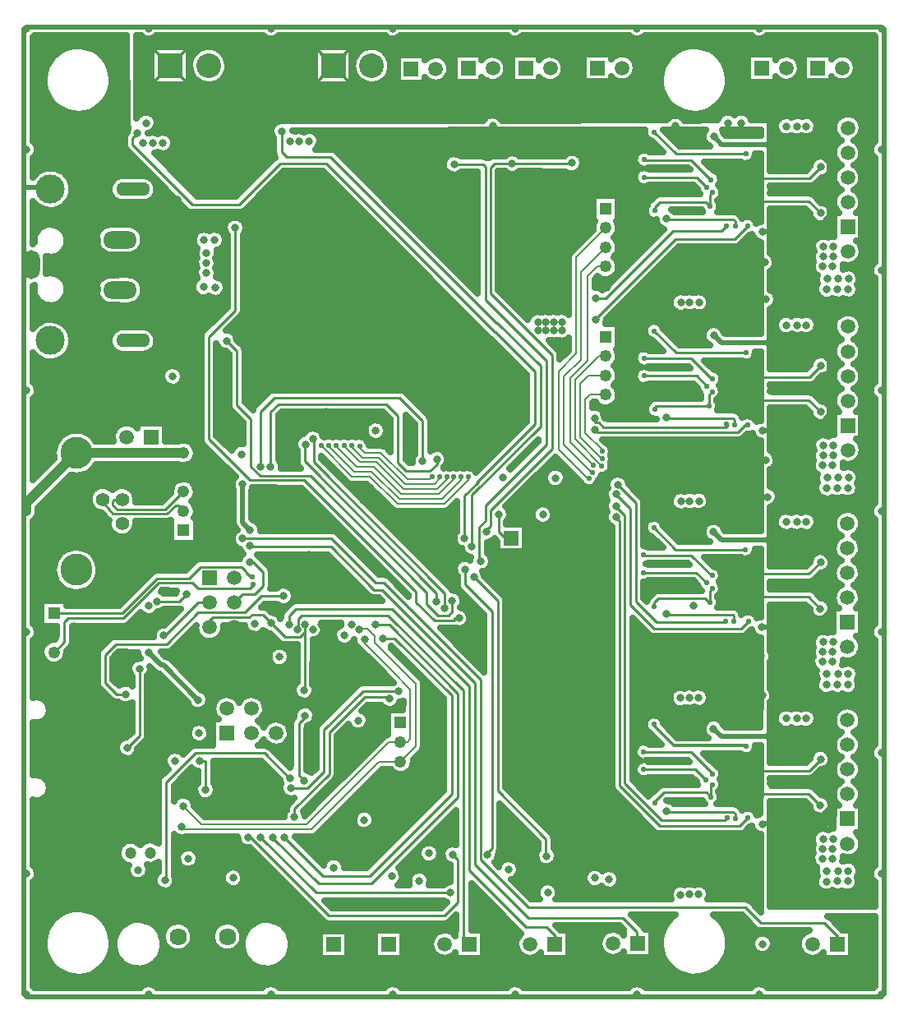
<source format=gbr>
G04 DipTrace 2.4.0.1*
%INBottom.gbr*%
%MOIN*%
%ADD14C,0.04*%
%ADD15C,0.01*%
%ADD16C,0.02*%
%ADD17C,0.006*%
%ADD19C,0.012*%
%ADD22C,0.025*%
%ADD23C,0.013*%
%ADD31O,0.0709X0.1181*%
%ADD33O,0.1378X0.0551*%
%ADD35O,0.1378X0.0709*%
%ADD36C,0.1181*%
%ADD38C,0.0827*%
%ADD40C,0.0559*%
%ADD42C,0.1299*%
%ADD44R,0.0591X0.0591*%
%ADD45C,0.0591*%
%ADD46C,0.0591*%
%ADD47R,0.1X0.1*%
%ADD49C,0.1*%
%ADD50C,0.0705*%
%ADD63R,0.0492X0.0492*%
%ADD64C,0.0492*%
%ADD65C,0.0492*%
%ADD76C,0.0472*%
%ADD99C,0.032*%
%ADD101C,0.022*%
%FSLAX44Y44*%
G04*
G70*
G90*
G75*
G01*
%LNBottom*%
%LPD*%
X4493Y10413D2*
D15*
X5000Y10920D1*
Y13610D1*
X7670Y8700D2*
Y9880D1*
X7420D1*
X30500Y34890D2*
D16*
X28610D1*
X28290Y35210D1*
X30500Y34890D2*
X32240D1*
X32980Y34150D1*
Y31970D1*
X32360Y31350D1*
X30270D1*
X30260Y31340D1*
X30500Y26830D2*
X28610D1*
X28290Y27150D1*
X30500Y26830D2*
X32240D1*
X32970Y26100D1*
Y23900D1*
X32360Y23290D1*
X30270D1*
X30260Y23280D1*
X30487Y18849D2*
X28597D1*
X28277Y19169D1*
X30487Y18849D2*
X32227D1*
X32990Y18087D1*
Y15952D1*
X32347Y15309D1*
X30257D1*
X30247Y15299D1*
X30490Y10870D2*
X28600D1*
X28280Y11190D1*
X30490Y10870D2*
X32230D1*
X32990Y10110D1*
Y7970D1*
X32350Y7330D1*
X30260D1*
X30250Y7320D1*
X19560Y19870D2*
D15*
Y19190D1*
X19825Y18925D1*
X20075D1*
X17040Y16340D2*
Y16690D1*
X11700Y22030D1*
Y22725D1*
X11725D1*
X35030Y410D2*
X35090D1*
X410Y39590D2*
D16*
Y39660D1*
X35090D1*
Y39590D1*
X410Y410D2*
X310D1*
Y30000D1*
Y33132D1*
Y39590D1*
X410D1*
X35090Y410D2*
Y300D1*
X410D1*
Y410D1*
X35090Y39590D2*
X35190D1*
Y410D1*
X35090D1*
X2431Y22370D2*
D14*
X410Y20349D1*
Y20000D1*
X6775Y22380D2*
X2441D1*
X2431Y22370D1*
X310Y33132D2*
D16*
X1317D1*
D15*
X1378Y33071D1*
X590Y30000D2*
X310D1*
X3498Y20492D2*
X3590Y20280D1*
X3900Y19920D1*
X6110D1*
X6450Y20260D1*
X6580D1*
X6660Y20220D1*
X6710Y20170D1*
X6775Y20017D1*
X4285Y20492D2*
X3982D1*
X3910Y20420D1*
Y20250D1*
X4090Y20070D1*
X6020D1*
X6775Y20825D1*
Y20805D1*
X24325Y19775D2*
Y19750D1*
X24475Y19600D1*
Y8875D1*
X26100Y7250D1*
X29340D1*
X29670Y7580D1*
X25863Y11365D2*
D19*
Y11312D1*
X26675Y10500D1*
X29560D1*
X29590Y10470D1*
X28225Y9350D2*
D15*
Y9385D1*
X27370Y10240D1*
X25459D1*
X25443Y10255D1*
Y9535D2*
X27540D1*
X27950Y9125D1*
X29160Y7560D2*
Y7730D1*
X29065Y7825D1*
X26395D1*
X26370Y7850D1*
X28170Y8420D2*
Y8845D1*
X28225Y8900D1*
X25883Y8175D2*
Y8233D1*
X26250Y8600D1*
X27990D1*
X28170Y8420D1*
X24325Y20225D2*
X24300D1*
X24675Y19850D1*
Y8975D1*
X26175Y7475D1*
X28735D1*
X28840Y7580D1*
X18370Y2450D2*
Y2370D1*
X18140D1*
Y12730D1*
X15080Y15790D1*
X11570D1*
X11420Y15640D1*
Y15230D1*
X11390Y15200D1*
X17350Y16080D2*
X17370D1*
Y16690D1*
X12050Y22010D1*
Y22975D1*
X12025Y22950D1*
X14850Y14830D2*
Y14860D1*
X15330D1*
X17650Y12540D1*
Y8540D1*
X14330Y5220D1*
X12440D1*
X10880Y6780D1*
X30170Y33510D2*
X32160D1*
X32630Y33980D1*
X30150Y32580D2*
X32140D1*
X32620Y32100D1*
X30170Y25450D2*
X32160D1*
X32630Y25920D1*
X30150Y24520D2*
X32140D1*
X32620Y24040D1*
X30157Y17469D2*
X32147D1*
X32617Y17939D1*
X30137Y16539D2*
X32127D1*
X32607Y16059D1*
X30160Y9490D2*
X32150D1*
X32620Y9960D1*
X30140Y8560D2*
X32130D1*
X32610Y8080D1*
X2953Y27638D2*
Y26403D1*
X2370Y25820D1*
X18475Y18575D2*
Y20665D1*
X21250Y23440D1*
Y25900D1*
X19499Y27651D1*
X19469D1*
X12745Y34375D1*
X10965D1*
X10750Y34590D1*
Y35390D1*
X10770Y35410D1*
X18175Y18900D2*
Y20635D1*
X18726Y21186D1*
X18676D1*
X21020Y23530D1*
Y25690D1*
X19430Y27280D1*
X19400D1*
X12560Y34120D1*
X10700D1*
X9030Y32450D1*
X7125D1*
X4710Y34865D1*
Y35140D1*
X4910Y35340D1*
X18830Y17975D2*
X18770D1*
Y19370D1*
X19025Y19625D1*
Y20235D1*
X21490Y22700D1*
Y26110D1*
X19025Y28575D1*
Y33975D1*
X18920Y34080D1*
X17750D1*
X11100Y9180D2*
Y9160D1*
X10060Y10200D1*
X7250D1*
X6070Y9020D1*
Y5100D1*
X6020Y5050D1*
X5700Y16360D2*
X6610D1*
X6900Y16650D1*
X9460Y17950D2*
X9610D1*
X10010Y17550D1*
Y16970D1*
X9670Y16630D1*
X9170D1*
X8840Y16300D1*
X15510Y12700D2*
X15490Y12720D1*
X14060D1*
X12470Y11130D1*
Y9460D1*
X11790Y8780D1*
X11130D1*
X15140Y12410D2*
Y12360D1*
X15080D1*
Y12470D1*
X14120D1*
X12690Y11040D1*
Y9350D1*
X11275Y7935D1*
Y7600D1*
X1520Y15870D2*
X4290D1*
X5710Y17290D1*
X7000D1*
X7460Y17750D1*
X9120D1*
X9284Y17586D1*
Y17556D1*
X9520Y17320D1*
X9560Y17360D1*
X9600Y17030D2*
Y17010D1*
X9460Y16870D1*
X7380D1*
X7140Y17110D1*
X5780D1*
X4340Y15670D1*
X2100D1*
X1940Y15510D1*
Y14712D1*
X1520Y14292D1*
X18320Y21400D2*
D17*
Y21280D1*
X17350Y20310D1*
X15450D1*
X14340Y21420D1*
X13600D1*
X12350Y22670D1*
X23220Y21340D2*
X23160D1*
X21990Y22510D1*
Y25690D1*
X22700Y26400D1*
Y30303D1*
X23900Y31503D1*
X18020Y21400D2*
Y21280D1*
X17250Y20510D1*
X15520D1*
X14410Y21620D1*
X13690D1*
X12670Y22640D1*
Y22680D1*
X23380Y21590D2*
X23340D1*
X22210Y22720D1*
Y25480D1*
X22890Y26160D1*
Y29705D1*
X23900Y30715D1*
X12980Y22670D2*
Y22630D1*
X13800Y21810D1*
X14490D1*
X15590Y20710D1*
X17140D1*
X17740Y21310D1*
Y21400D1*
X23390Y21880D2*
X22450Y22820D1*
Y25400D1*
X23160Y26110D1*
Y29530D1*
X23558Y29928D1*
X23900D1*
X13290Y22670D2*
Y22630D1*
X13920Y22000D1*
X14600D1*
X15700Y20900D1*
X17050D1*
X17460Y21310D1*
Y21400D1*
X23740Y21850D2*
Y21860D1*
X22650Y22950D1*
Y25330D1*
X23623Y26303D1*
X23900D1*
X13610Y22670D2*
Y22620D1*
X14040Y22190D1*
X14690D1*
X15770Y21110D1*
X16950D1*
X17170Y21330D1*
Y21400D1*
X23750Y22150D2*
X23720D1*
X22860Y23010D1*
Y25170D1*
X23205Y25515D1*
X23900D1*
X13920Y22660D2*
X13850D1*
X14120Y22390D1*
X14780D1*
X15870Y21300D1*
X16760D1*
X16850Y21390D1*
X16860D1*
X23750Y22450D2*
Y22500D1*
X23070Y23180D1*
Y24530D1*
X23268Y24728D1*
X23900D1*
X10390Y6790D2*
D15*
Y6760D1*
X12250Y4900D1*
X14390D1*
X17910Y8420D1*
Y12620D1*
X15120Y15410D1*
X14560D1*
X19050Y19175D2*
X19000D1*
X19225Y19400D1*
Y20035D1*
X21730Y22540D1*
Y26330D1*
X19225Y28835D1*
Y33950D1*
X19385Y34110D1*
X20110D1*
X22510D1*
X22530Y34130D1*
X11680Y9090D2*
X11450Y9320D1*
Y11400D1*
X11700Y11650D1*
Y11720D1*
X11660Y12750D2*
X11700D1*
Y15092D1*
Y15425D1*
X7840Y15300D2*
Y15570D1*
X7970Y15700D1*
X9440D1*
X9550Y15810D1*
X9990D1*
X10325Y15475D1*
X11700Y15092D2*
X11682D1*
X11500Y14910D1*
X10890D1*
X10325Y15475D1*
X10540Y11010D2*
X10450Y11100D1*
X10570D1*
X5980Y14970D2*
X6040D1*
X7370Y16300D1*
X7840D1*
X10830Y16570D2*
X9940D1*
X9270Y15900D1*
X7380D1*
X6090Y14610D1*
X4020D1*
X3600Y14190D1*
Y13060D1*
X4070Y12590D1*
X4430D1*
X9400Y6790D2*
X9490D1*
X12680Y3600D1*
X17350D1*
X17900Y4150D1*
Y5880D1*
X17700Y6080D1*
X18200Y17660D2*
Y17050D1*
X19290Y15960D1*
Y6330D1*
X19040Y6080D1*
X19100D1*
X17950Y15680D2*
X17780D1*
Y15580D1*
X16950D1*
X16210Y16320D1*
Y16750D1*
X11682Y21278D1*
X9472D1*
X7800Y22950D1*
Y27090D1*
X8870Y28160D1*
Y31500D1*
X9890Y6790D2*
X9910D1*
X12160Y4540D1*
X17610D1*
X21500Y6025D2*
X21475D1*
Y6725D1*
X19530Y8670D1*
Y16370D1*
X18550Y17350D1*
X17680Y16380D2*
Y15940D1*
X17530Y15790D1*
X17110D1*
X16640Y16260D1*
Y16720D1*
X11930Y21430D1*
X9890D1*
X9510Y21810D1*
Y23730D1*
X8940Y24300D1*
Y26510D1*
X8525Y26925D1*
X13900Y15200D2*
D17*
X13930D1*
X13960Y15230D1*
X14240D1*
X14540Y14930D1*
Y14670D1*
X16210Y13000D1*
Y10485D1*
X15580Y9855D1*
X14715D1*
X11960Y7100D1*
X6600D1*
X6700Y7200D1*
X14120Y14820D2*
Y14660D1*
X15270Y13510D1*
X15260D1*
X15980Y12790D1*
Y10770D1*
X15870Y10660D1*
X15597D1*
X15580Y10643D1*
X15103D1*
X11780Y7320D1*
X7500D1*
X6760Y8060D1*
X5360Y14280D2*
D16*
X5870Y13770D1*
X5960D1*
X7371Y12359D1*
X9180Y21110D2*
Y19545D1*
X9475Y19250D1*
X23500Y27770D2*
D15*
X23530D1*
Y27850D1*
X26730Y31050D1*
X29120D1*
X29650Y31580D1*
X29590Y34500D2*
X26759D1*
X25873Y35385D1*
X9900Y21820D2*
Y24060D1*
X10450Y24610D1*
X15540D1*
X16475Y23675D1*
Y22045D1*
X28180Y33460D2*
X27380Y34260D1*
X25469D1*
X25453Y34275D1*
Y33555D2*
X27595D1*
X28000Y33150D1*
X29150Y31580D2*
Y31770D1*
X29075Y31845D1*
X26405D1*
X26380Y31870D1*
X28130Y32380D2*
X27950Y32560D1*
X26110D1*
X25893Y32343D1*
Y32195D1*
X28130Y32380D2*
Y32830D1*
X28240Y32940D1*
X23490Y28660D2*
X23910D1*
X26625Y31375D1*
X28595D1*
X28810Y31590D1*
X33290Y2450D2*
Y2280D1*
X33320D1*
Y2750D1*
X32760Y3310D1*
X30200D1*
X29560Y3950D1*
X20750D1*
X18820Y5880D1*
Y13190D1*
X14897Y17113D1*
X14577D1*
X12780Y18910D1*
X9190D1*
X9180Y18900D1*
X29670Y23500D2*
X29550D1*
X29270Y23220D1*
X23560D1*
X23470Y23310D1*
X29590Y26440D2*
X26759D1*
X25873Y27325D1*
X10310Y21820D2*
Y24035D1*
X10625Y24350D1*
X15000D1*
X15475Y23875D1*
Y21975D1*
X15800Y21650D1*
X16775D1*
X17050Y21925D1*
Y22120D1*
X28240Y25390D2*
X28190D1*
X27380Y26200D1*
X25469D1*
X25453Y26215D1*
X29140Y23510D2*
Y23720D1*
X29075Y23785D1*
X26405D1*
X26380Y23810D1*
X28090Y24270D2*
X25920D1*
X25893Y24243D1*
Y24135D1*
X28090Y24270D2*
Y24730D1*
X28220Y24860D1*
X23450Y23790D2*
Y23600D1*
X23620D1*
X23795Y23425D1*
X28775D1*
X28850Y23500D1*
X28840D1*
X28800Y23540D1*
X25200Y2480D2*
X25160D1*
Y2960D1*
X24600Y3520D1*
X20750D1*
X18590Y5680D1*
Y13060D1*
X14823Y16827D1*
X14503D1*
X12760Y18570D1*
X9505D1*
X9475Y18600D1*
X25453Y25495D2*
X27595D1*
X28000Y25090D1*
X24325Y20700D2*
X24300D1*
X24900Y20100D1*
Y16225D1*
X25875Y15250D1*
X29390D1*
X29690Y15550D1*
X29577Y18459D2*
X26746D1*
X25860Y19345D1*
X28220Y17400D2*
X28187D1*
X27367Y18219D1*
X25456D1*
X25440Y18235D1*
Y17515D2*
X27582D1*
X27987Y17109D1*
X29100Y15540D2*
Y15767D1*
X29062Y15805D1*
X26392D1*
X26367Y15829D1*
X28130Y16320D2*
Y16280D1*
X27940Y16470D1*
X26045D1*
X25880Y16305D1*
Y16155D1*
X28130Y16320D2*
Y16780D1*
X28220Y16870D1*
X24395Y21080D2*
X25125Y20350D1*
Y16350D1*
X25950Y15525D1*
X28725D1*
X28750Y15550D1*
X21830Y2450D2*
X21850D1*
Y2790D1*
X21510Y3130D1*
X20670D1*
X18350Y5450D1*
Y12920D1*
X15220Y16050D1*
X11340D1*
X11060Y15770D1*
Y15440D1*
X11075Y15425D1*
D99*
X4493Y10413D3*
X5000Y13610D3*
X7420Y9880D3*
X6330Y25480D3*
X19960Y5480D3*
X23460Y5130D3*
X19960Y5480D3*
X17040Y16340D3*
X24325Y19775D3*
Y20225D3*
X17350Y16080D3*
X18830Y17975D3*
X6020Y5050D3*
X6900Y16650D3*
X9460Y17950D3*
X11700Y11720D3*
X11660Y12750D3*
X4430Y12590D3*
X10830Y16570D3*
X17700Y6080D3*
X18200Y17660D3*
X17950Y15680D3*
X8870Y31500D3*
X17610Y4540D3*
X18550Y17350D3*
X17680Y16380D3*
X8525Y26925D3*
X6700Y7200D3*
X6760Y8060D3*
X5360Y14280D3*
X7371Y12359D3*
X23500Y27770D3*
X16475Y22045D3*
X23490Y28660D3*
X23470Y23310D3*
X17050Y22120D3*
X23450Y23790D3*
X24325Y20700D3*
X24395Y21080D3*
X16900Y35190D3*
X19290Y34960D3*
X21650Y35110D3*
X2370Y25820D3*
Y25280D3*
X4930Y15390D3*
X7790Y33160D3*
X30170Y33510D3*
Y33050D3*
X30150Y32580D3*
X29690Y33080D3*
Y33520D3*
X29680Y32610D3*
X29220D3*
X29230Y33050D3*
X29210Y33520D3*
D101*
X28810Y31590D3*
X29150Y31580D3*
X29650D3*
X28130Y32380D3*
X28240Y32940D3*
X28000Y33150D3*
X28180Y33460D3*
X29590Y34500D3*
D99*
X30500Y34890D3*
X28290Y35210D3*
X32630Y33980D3*
X32620Y32100D3*
X30260Y31340D3*
X28410Y28560D3*
Y28920D3*
X29180D3*
X28770Y28560D3*
Y28910D3*
X29180Y28560D3*
X29400Y35330D3*
X28850D3*
X29400Y35760D3*
X28850D3*
X32040Y35620D3*
X31670D3*
X31230D3*
X26730Y35630D3*
D101*
X25893Y32195D3*
X25453Y33555D3*
Y34275D3*
X25873Y35385D3*
D99*
X26380Y31870D3*
X9890Y6790D3*
X10940Y32880D3*
X11410Y32870D3*
X11900Y32850D3*
X13210Y31950D3*
X11930Y30190D3*
X12610Y30210D3*
X12600Y29150D3*
X9440Y29580D3*
X7610Y31010D3*
X8030D3*
X7590Y29100D3*
X8060Y29080D3*
X7700Y29670D3*
Y30080D3*
X7710Y30490D3*
X10770Y35410D3*
X11100Y35020D3*
X11470Y35010D3*
X11860Y35020D3*
X5140Y34950D3*
X5540D3*
X5930D3*
X4910Y35340D3*
X12550Y25110D3*
Y24040D3*
X11720Y25160D3*
X9370Y24410D3*
X9400Y6790D3*
X10730Y27860D3*
X11130D3*
X11540Y27850D3*
X12870Y27000D3*
X19320Y35650D3*
X17750Y34080D3*
X20110Y34110D3*
X33133Y30735D3*
X33123Y30345D3*
X33113Y29945D3*
X32733Y30735D3*
X32723Y30345D3*
X32713Y29945D3*
X32883Y29435D3*
X33753Y29445D3*
X33333D3*
X32863Y29005D3*
X33733Y29015D3*
X33313D3*
X31483Y28445D3*
X32213Y28455D3*
X31843D3*
X26953Y28475D3*
X27683Y28485D3*
X27313D3*
X33133Y22675D3*
X26193Y29955D3*
X33123Y22285D3*
X33113Y21885D3*
X32733Y22675D3*
X32723Y22285D3*
X32713Y21885D3*
X32883Y21375D3*
X33753Y21385D3*
X33333D3*
X30170Y25450D3*
Y24990D3*
X30150Y24520D3*
X29690Y25020D3*
Y25460D3*
X29680Y24550D3*
X29220D3*
X29230Y24990D3*
X29210Y25460D3*
D101*
X28800Y23540D3*
X29140Y23510D3*
X29670Y23500D3*
X28090Y24270D3*
X28220Y24860D3*
X28000Y25090D3*
X28240Y25390D3*
X29590Y26440D3*
D99*
X30500Y26830D3*
X28290Y27150D3*
X32630Y25920D3*
X32620Y24040D3*
X30260Y23280D3*
X28410Y20500D3*
Y20860D3*
X29180D3*
X28770Y20500D3*
Y20850D3*
X29180Y20500D3*
X29400Y27270D3*
X28850D3*
X29400Y27700D3*
X28850D3*
X32040Y27560D3*
X31670D3*
X31230D3*
X26730Y27570D3*
D101*
X25893Y24135D3*
X25453Y25495D3*
Y26215D3*
X25873Y27325D3*
D99*
X26380Y23810D3*
X32863Y20945D3*
X33733Y20955D3*
X33313D3*
X31483Y20385D3*
X32213Y20395D3*
X31843D3*
X26953Y20415D3*
X27683Y20425D3*
X27313D3*
X26193Y21895D3*
X33120Y14695D3*
X33110Y14305D3*
X33100Y13905D3*
X32720Y14695D3*
X32710Y14305D3*
X32700Y13905D3*
X32870Y13395D3*
X33740Y13405D3*
X33320D3*
X30157Y17469D3*
Y17009D3*
X30137Y16539D3*
X29677Y17039D3*
Y17479D3*
X29667Y16569D3*
X29207D3*
X29217Y17009D3*
X29197Y17479D3*
D101*
X28750Y15550D3*
X29100Y15540D3*
X29690Y15550D3*
X28130Y16320D3*
X28220Y16870D3*
X27987Y17109D3*
X28220Y17400D3*
X29577Y18459D3*
D99*
X30487Y18849D3*
X28277Y19169D3*
X32617Y17939D3*
X32607Y16059D3*
X30247Y15299D3*
X28397Y12519D3*
Y12879D3*
X29167D3*
X28757Y12519D3*
Y12869D3*
X29167Y12519D3*
X29387Y19289D3*
X28837D3*
X29387Y19719D3*
X28837D3*
X32027Y19579D3*
X31657D3*
X31217D3*
X26717Y19589D3*
D101*
X25880Y16155D3*
X25440Y17515D3*
Y18235D3*
X25860Y19345D3*
D99*
X26367Y15829D3*
X32850Y12965D3*
X33720Y12975D3*
X33300D3*
X31470Y12405D3*
X32200Y12415D3*
X31830D3*
X26940Y12435D3*
X27670Y12445D3*
X27300D3*
X26180Y13915D3*
X33123Y6715D3*
X33113Y6325D3*
X33103Y5925D3*
X32723Y6715D3*
X32713Y6325D3*
X32703Y5925D3*
X32873Y5415D3*
X33743Y5425D3*
X33323D3*
X30160Y9490D3*
Y9030D3*
X30140Y8560D3*
X29680Y9060D3*
Y9500D3*
X29670Y8590D3*
X29210D3*
X29220Y9030D3*
X29200Y9500D3*
D101*
X28840Y7580D3*
X29160Y7560D3*
X29670Y7580D3*
X28170Y8420D3*
X28225Y8900D3*
X27950Y9125D3*
X28225Y9350D3*
X29590Y10470D3*
D99*
X30490Y10870D3*
X28280Y11190D3*
X32620Y9960D3*
X32610Y8080D3*
X30250Y7320D3*
X28400Y4540D3*
Y4900D3*
X29170D3*
X28760Y4540D3*
Y4890D3*
X29170Y4540D3*
X29390Y11310D3*
X28840D3*
X29390Y11740D3*
X28840D3*
X32030Y11600D3*
X31660D3*
X31220D3*
X26720Y11610D3*
D101*
X25883Y8175D3*
X25443Y9535D3*
Y10255D3*
X25863Y11365D3*
D99*
X26370Y7850D3*
X32853Y4985D3*
X33723Y4995D3*
X33303D3*
X31473Y4425D3*
X32203Y4435D3*
X31833D3*
X26943Y4455D3*
X27673Y4465D3*
X27303D3*
X26183Y5935D3*
X22530Y34130D3*
X19625Y30250D3*
X20575D3*
Y29875D3*
X19625D3*
X20575Y30625D3*
X19625D3*
X21625Y33450D3*
X410Y39590D3*
X8140Y33150D3*
X19100Y6080D3*
X21500Y6025D3*
X10390Y6790D3*
X10880Y6780D3*
X8490Y33150D3*
X11275Y7600D3*
X11130Y8780D3*
X11680Y9090D3*
X11100Y9180D3*
X9825Y8375D3*
X4520Y11260D3*
X8840Y33140D3*
X15510Y12700D3*
X15140Y12410D3*
X14850Y14830D3*
X14560Y15410D3*
X14120Y14820D3*
X13900Y15200D3*
X13600Y15425D3*
X13300Y14970D3*
X11700Y15425D3*
X12350D3*
X12025Y15225D3*
X11230Y13220D3*
X14330Y13260D3*
X8540Y13150D3*
X20600Y25475D3*
Y25075D3*
Y24600D3*
X19625Y25475D3*
Y25075D3*
Y24600D3*
X21500Y28300D3*
X21150Y27675D3*
X21475D3*
X21800D3*
X22125D3*
X21150Y27350D3*
X21475D3*
X21800D3*
X22125D3*
X10310Y21820D3*
X9900D3*
X14575Y23275D3*
X10250Y8375D3*
Y7900D3*
X19050Y19175D3*
X18175Y18900D3*
X18475Y18575D3*
X9850Y7875D3*
X10725Y22775D3*
X11725Y22725D3*
X12025Y22950D3*
X14220Y22830D3*
X16070Y23380D3*
X9025Y23250D3*
X9475Y18600D3*
X9180Y18900D3*
X11390Y15200D3*
X11075Y15425D3*
X5375Y16175D3*
X20775Y6070D3*
X16730Y6130D3*
X15225Y5210D3*
X30260Y2460D3*
X24040Y5080D3*
X21555Y4550D3*
X16340Y5020D3*
X13200Y10590D3*
X12850Y6260D3*
X10030Y3800D3*
X12925Y4060D3*
X19560Y19870D3*
X21350Y19875D3*
X19740Y21390D3*
X9675Y15450D3*
X10325Y15475D3*
X9125Y22325D3*
X21860Y21360D3*
X5700Y16360D3*
X5980Y14970D3*
X5640Y18710D3*
X2325Y15350D3*
X23100Y6050D3*
X6990Y3825D3*
X8255Y4075D3*
X9300Y4100D3*
X7410Y11010D3*
X10675Y14100D3*
X9575Y14750D3*
X9180Y21110D3*
X9475Y19250D3*
X7670Y8700D3*
X6675Y28550D3*
X6700Y27975D3*
Y27425D3*
X6100Y32650D3*
X6075Y31725D3*
X6525D3*
Y32650D3*
X5700D3*
X5675Y31725D3*
X410Y410D3*
X35090Y39590D3*
Y410D3*
X4930Y5460D3*
X6970Y5920D3*
X8790Y5140D3*
X13860Y11520D3*
X12870Y5560D3*
X14110Y7490D3*
X6430Y9880D3*
X12960Y19400D3*
X11910Y20430D3*
X14070Y20460D3*
Y18250D3*
X11870Y18230D3*
X410Y5300D3*
Y15100D3*
Y20000D3*
Y24900D3*
Y34690D3*
X35090D3*
Y29790D3*
Y24900D3*
X5360Y39590D3*
X35090Y20000D3*
Y15100D3*
Y10200D3*
Y5310D3*
X10320Y39590D3*
X15270D3*
X20230D3*
X25180D3*
X30130D3*
X5360Y410D3*
X10320D3*
X15270D3*
X20230D3*
X25180D3*
X30130D3*
X20570Y6890D3*
X7210Y11880D3*
X16040Y13680D3*
X17640Y14920D3*
D101*
X16870Y21400D3*
D99*
X19240Y18710D3*
X22080Y19890D3*
X25700Y9070D3*
X27560Y8180D3*
X27300Y11030D3*
X25710Y17060D3*
X27290Y18900D3*
X30250Y12540D3*
X30210Y14130D3*
X27480Y16180D3*
X30460Y20590D3*
X30390Y22080D3*
X25700Y25020D3*
X27340Y26860D3*
X30350Y30100D3*
X30400Y28600D3*
X25720Y33130D3*
X27360Y34970D3*
X27510Y32210D3*
X5260Y35760D3*
X7460Y19800D3*
X8410Y18730D3*
X2370Y24610D3*
Y24040D3*
D101*
X12350Y22670D3*
X12670Y22680D3*
X12980Y22670D3*
X13290D3*
X13610D3*
X13920Y22660D3*
X9560Y17360D3*
X9600Y17030D3*
X17170Y21400D3*
X17460D3*
X18020D3*
X17740D3*
X18320D3*
X23750Y22450D3*
Y22150D3*
X23740Y21850D3*
X23390Y21880D3*
X23380Y21590D3*
X23220Y21340D3*
X4877Y39198D2*
D22*
X5171D1*
X5549D2*
X10132D1*
X10510D2*
X15081D1*
X15459D2*
X20042D1*
X20416D2*
X24991D1*
X25369D2*
X29940D1*
X30318D2*
X34800D1*
X4881Y38949D2*
X34800D1*
X4881Y38700D2*
X5452D1*
X7029D2*
X7327D1*
X8271D2*
X12061D1*
X13639D2*
X13936D1*
X14881D2*
X26804D1*
X28197D2*
X34800D1*
X4881Y38452D2*
X5452D1*
X7029D2*
X7107D1*
X8494D2*
X12061D1*
X13639D2*
X13718D1*
X15104D2*
X15425D1*
X16596D2*
X16737D1*
X17283D2*
X17733D1*
X18904D2*
X19009D1*
X19631D2*
X20065D1*
X21236D2*
X21339D1*
X21963D2*
X22975D1*
X24904D2*
X26479D1*
X28518D2*
X29643D1*
X30814D2*
X30901D1*
X31557D2*
X31905D1*
X33834D2*
X34800D1*
X4885Y38203D2*
X5452D1*
X8580D2*
X12061D1*
X15189D2*
X15425D1*
X17533D2*
X17733D1*
X19854D2*
X20065D1*
X22186D2*
X22975D1*
X25104D2*
X26292D1*
X28709D2*
X29643D1*
X31768D2*
X31903D1*
X34033D2*
X34800D1*
X4885Y37954D2*
X5452D1*
X8580D2*
X12061D1*
X15189D2*
X15425D1*
X17596D2*
X17733D1*
X19904D2*
X20065D1*
X22236D2*
X22975D1*
X25143D2*
X26175D1*
X28822D2*
X29643D1*
X31814D2*
X31907D1*
X34072D2*
X34800D1*
X4889Y37705D2*
X5452D1*
X7029D2*
X7107D1*
X8490D2*
X12061D1*
X13639D2*
X13718D1*
X15104D2*
X15425D1*
X17537D2*
X17733D1*
X19838D2*
X20065D1*
X22170D2*
X22975D1*
X25068D2*
X26116D1*
X28885D2*
X29643D1*
X31744D2*
X31905D1*
X33998D2*
X34800D1*
X4889Y37457D2*
X5452D1*
X7029D2*
X7331D1*
X8268D2*
X12061D1*
X13639D2*
X13940D1*
X14877D2*
X15425D1*
X16596D2*
X16718D1*
X17299D2*
X17733D1*
X18904D2*
X19072D1*
X19568D2*
X20065D1*
X21236D2*
X21401D1*
X21900D2*
X22975D1*
X24146D2*
X24362D1*
X24756D2*
X26100D1*
X28900D2*
X29643D1*
X30814D2*
X31007D1*
X31455D2*
X31905D1*
X33076D2*
X33292D1*
X33686D2*
X34800D1*
X4889Y37208D2*
X26132D1*
X28869D2*
X34800D1*
X4893Y36959D2*
X26210D1*
X28791D2*
X34800D1*
X4893Y36711D2*
X26346D1*
X28654D2*
X34800D1*
X4896Y36462D2*
X26573D1*
X28428D2*
X34800D1*
X4896Y36213D2*
X26987D1*
X28014D2*
X34800D1*
X5658Y35965D2*
X19011D1*
X19631D2*
X26444D1*
X27018D2*
X28452D1*
X29799D2*
X30956D1*
X32314D2*
X33315D1*
X34131D2*
X34800D1*
X5709Y35716D2*
X10452D1*
X30600D2*
X30792D1*
X32479D2*
X33163D1*
X34283D2*
X34800D1*
X5592Y35467D2*
X10323D1*
X30600D2*
X30807D1*
X32463D2*
X33143D1*
X34303D2*
X34800D1*
X6283Y35219D2*
X10366D1*
X30600D2*
X31065D1*
X31393D2*
X31506D1*
X32205D2*
X33249D1*
X34197D2*
X34800D1*
X6381Y34970D2*
X10409D1*
X30600D2*
X33323D1*
X34115D2*
X34745D1*
X6314Y34721D2*
X10409D1*
X30600D2*
X33163D1*
X34279D2*
X34639D1*
X5701Y34473D2*
X10432D1*
X30600D2*
X33139D1*
X34299D2*
X34698D1*
X5939Y34224D2*
X10335D1*
X30600D2*
X32257D1*
X33002D2*
X33241D1*
X34201D2*
X34800D1*
X6178Y33975D2*
X10085D1*
X30600D2*
X32155D1*
X33080D2*
X33331D1*
X34111D2*
X34800D1*
X6416Y33726D2*
X9835D1*
X32994D2*
X33163D1*
X34275D2*
X34800D1*
X6654Y33478D2*
X9589D1*
X32600D2*
X33139D1*
X34299D2*
X34800D1*
X6893Y33229D2*
X9339D1*
X32326D2*
X33237D1*
X34205D2*
X34800D1*
X7131Y32980D2*
X9089D1*
X30615D2*
X33335D1*
X34104D2*
X34800D1*
X32459Y32732D2*
X33167D1*
X34275D2*
X34800D1*
X32830Y32483D2*
X33139D1*
X34303D2*
X34800D1*
X30600Y32234D2*
X32014D1*
X33049D2*
X33233D1*
X34209D2*
X34800D1*
X30600Y31986D2*
X32186D1*
X33053D2*
X33135D1*
X34307D2*
X34800D1*
X30600Y31737D2*
X32374D1*
X32865D2*
X33136D1*
X34307D2*
X34800D1*
X30600Y31488D2*
X33136D1*
X34307D2*
X34800D1*
X30600Y31240D2*
X33136D1*
X34307D2*
X34800D1*
X30600Y30991D2*
X32370D1*
X34307D2*
X34800D1*
X30600Y30742D2*
X32284D1*
X34271D2*
X34800D1*
X30600Y30494D2*
X32300D1*
X34307D2*
X34800D1*
X30775Y30245D2*
X32284D1*
X34221D2*
X34800D1*
X30787Y29996D2*
X32268D1*
X33857D2*
X34694D1*
X30611Y29747D2*
X32311D1*
X34076D2*
X34643D1*
X30600Y29499D2*
X32436D1*
X34201D2*
X34757D1*
X30600Y29250D2*
X32475D1*
X34154D2*
X34800D1*
X30600Y29001D2*
X32413D1*
X34182D2*
X34800D1*
X30822Y28753D2*
X32495D1*
X34092D2*
X34800D1*
X30838Y28504D2*
X34800D1*
X30674Y28255D2*
X34800D1*
X30600Y28007D2*
X33471D1*
X33979D2*
X34800D1*
X30600Y27758D2*
X30831D1*
X32439D2*
X33202D1*
X34244D2*
X34800D1*
X30600Y27509D2*
X30784D1*
X32486D2*
X33139D1*
X34307D2*
X34800D1*
X30600Y27261D2*
X30905D1*
X32365D2*
X33190D1*
X34256D2*
X34800D1*
X30600Y27012D2*
X33417D1*
X34033D2*
X34800D1*
X30600Y26763D2*
X33206D1*
X34232D2*
X34800D1*
X30600Y26515D2*
X33136D1*
X34303D2*
X34800D1*
X30600Y26266D2*
X32358D1*
X32900D2*
X33182D1*
X34260D2*
X34800D1*
X30600Y26017D2*
X32190D1*
X33068D2*
X33393D1*
X34045D2*
X34800D1*
X30600Y25768D2*
X32007D1*
X33053D2*
X33210D1*
X34232D2*
X34800D1*
X32799Y25520D2*
X33136D1*
X34303D2*
X34800D1*
X32451Y25271D2*
X33179D1*
X34260D2*
X34800D1*
X30619Y25022D2*
X33386D1*
X34053D2*
X34659D1*
X32350Y24774D2*
X33214D1*
X34229D2*
X34659D1*
X32604Y24525D2*
X33136D1*
X34303D2*
X34800D1*
X32998Y24276D2*
X33179D1*
X34264D2*
X34800D1*
X30600Y24028D2*
X32163D1*
X34307D2*
X34800D1*
X30600Y23779D2*
X32261D1*
X32979D2*
X33136D1*
X34307D2*
X34800D1*
X30600Y23530D2*
X33136D1*
X34307D2*
X34800D1*
X30600Y23282D2*
X33136D1*
X34307D2*
X34800D1*
X30600Y23033D2*
X32479D1*
X34307D2*
X34800D1*
X30600Y22784D2*
X32296D1*
X34221D2*
X34800D1*
X30600Y22536D2*
X32307D1*
X34307D2*
X34800D1*
X30787Y22287D2*
X32272D1*
X34271D2*
X34800D1*
X30838Y22038D2*
X32292D1*
X34084D2*
X34800D1*
X30725Y21789D2*
X32276D1*
X33908D2*
X34800D1*
X30600Y21541D2*
X32440D1*
X34174D2*
X34800D1*
X30600Y21292D2*
X32440D1*
X34193D2*
X34800D1*
X30600Y21043D2*
X32425D1*
X34174D2*
X34800D1*
X30857Y20795D2*
X32440D1*
X34150D2*
X34800D1*
X30908Y20546D2*
X32694D1*
X33033D2*
X33176D1*
X33451D2*
X33593D1*
X33871D2*
X34800D1*
X30795Y20297D2*
X34761D1*
X30600Y20049D2*
X33518D1*
X33904D2*
X34643D1*
X30600Y19800D2*
X30831D1*
X32416D2*
X33202D1*
X34217D2*
X34690D1*
X30600Y19551D2*
X30768D1*
X32475D2*
X33128D1*
X34295D2*
X34800D1*
X30600Y19303D2*
X30870D1*
X32373D2*
X33167D1*
X34256D2*
X34800D1*
X30600Y19054D2*
X33366D1*
X34053D2*
X34800D1*
X30600Y18805D2*
X33206D1*
X34209D2*
X34800D1*
X30600Y18557D2*
X33124D1*
X34291D2*
X34800D1*
X30600Y18308D2*
X32382D1*
X32854D2*
X33159D1*
X34256D2*
X34800D1*
X30600Y18059D2*
X32186D1*
X33049D2*
X33350D1*
X34064D2*
X34800D1*
X30600Y17810D2*
X32018D1*
X33049D2*
X33210D1*
X34205D2*
X34800D1*
X32838Y17562D2*
X33124D1*
X34291D2*
X34800D1*
X32463Y17313D2*
X33159D1*
X34256D2*
X34800D1*
X30604Y17064D2*
X33343D1*
X34072D2*
X34800D1*
X32303Y16816D2*
X33214D1*
X34201D2*
X34800D1*
X32568Y16567D2*
X33124D1*
X34291D2*
X34800D1*
X32971Y16318D2*
X33155D1*
X34260D2*
X34800D1*
X30600Y16070D2*
X32128D1*
X33057D2*
X33335D1*
X34080D2*
X34800D1*
X30600Y15821D2*
X32229D1*
X32982D2*
X33124D1*
X34291D2*
X34800D1*
X30600Y15572D2*
X33124D1*
X34291D2*
X34800D1*
X30600Y15324D2*
X33124D1*
X34291D2*
X34702D1*
X30600Y15075D2*
X32507D1*
X34291D2*
X34639D1*
X30600Y14826D2*
X32292D1*
X34193D2*
X34741D1*
X30600Y14578D2*
X32288D1*
X34291D2*
X34800D1*
X30611Y14329D2*
X32261D1*
X34268D2*
X34800D1*
X30658Y14080D2*
X32288D1*
X34100D2*
X34800D1*
X30600Y13831D2*
X32257D1*
X33545D2*
X34800D1*
X30600Y13583D2*
X32397D1*
X34150D2*
X34800D1*
X30600Y13334D2*
X32425D1*
X34186D2*
X34800D1*
X30600Y13085D2*
X32417D1*
X34154D2*
X34800D1*
X30600Y12837D2*
X32421D1*
X34146D2*
X34800D1*
X30697Y12588D2*
X32628D1*
X33920D2*
X34800D1*
X30650Y12339D2*
X34800D1*
X30600Y12091D2*
X33616D1*
X33813D2*
X34800D1*
X30600Y11842D2*
X30846D1*
X32404D2*
X33218D1*
X34205D2*
X34800D1*
X30600Y11593D2*
X30768D1*
X32479D2*
X33132D1*
X34295D2*
X34800D1*
X30600Y11345D2*
X30854D1*
X32396D2*
X33163D1*
X34264D2*
X34800D1*
X30600Y11096D2*
X33343D1*
X34084D2*
X34800D1*
X30600Y10847D2*
X33221D1*
X34197D2*
X34800D1*
X30600Y10599D2*
X33128D1*
X34291D2*
X34800D1*
X30600Y10350D2*
X32425D1*
X32814D2*
X33155D1*
X34264D2*
X34667D1*
X30600Y10101D2*
X32194D1*
X33045D2*
X33323D1*
X34096D2*
X34651D1*
X30600Y9852D2*
X32042D1*
X33057D2*
X33225D1*
X34193D2*
X34800D1*
X32877Y9604D2*
X33132D1*
X34291D2*
X34800D1*
X32486Y9355D2*
X33151D1*
X34268D2*
X34800D1*
X30604Y9106D2*
X33319D1*
X34100D2*
X34800D1*
X32256Y8858D2*
X33229D1*
X34189D2*
X34800D1*
X32553Y8609D2*
X33132D1*
X34291D2*
X34800D1*
X32955Y8360D2*
X33151D1*
X34268D2*
X34800D1*
X30600Y8112D2*
X32108D1*
X33061D2*
X33311D1*
X34107D2*
X34800D1*
X30600Y7863D2*
X32221D1*
X33002D2*
X33126D1*
X34295D2*
X34800D1*
X30600Y7614D2*
X33124D1*
X34295D2*
X34800D1*
X30600Y7366D2*
X33124D1*
X34295D2*
X34800D1*
X30600Y7117D2*
X32561D1*
X34295D2*
X34800D1*
X30600Y6868D2*
X32304D1*
X34182D2*
X34800D1*
X30600Y6620D2*
X32284D1*
X34291D2*
X34800D1*
X30600Y6371D2*
X32264D1*
X34275D2*
X34800D1*
X30600Y6122D2*
X32304D1*
X34127D2*
X34800D1*
X30600Y5873D2*
X32257D1*
X33549D2*
X34800D1*
X30600Y5625D2*
X32378D1*
X34143D2*
X34780D1*
X30600Y5376D2*
X32425D1*
X34189D2*
X34643D1*
X30600Y5127D2*
X32429D1*
X34150D2*
X34682D1*
X30600Y4879D2*
X32417D1*
X34158D2*
X34800D1*
X30600Y4630D2*
X32596D1*
X33967D2*
X34800D1*
X30600Y4381D2*
X34800D1*
X30600Y4133D2*
X34800D1*
X33285Y32110D2*
X33375D1*
X33287Y32194D1*
X33219Y32299D1*
X33176Y32416D1*
X33160Y32540D1*
X33171Y32664D1*
X33210Y32783D1*
X33274Y32890D1*
X33361Y32980D1*
X33468Y33050D1*
X33376Y33107D1*
X33287Y33194D1*
X33219Y33299D1*
X33176Y33416D1*
X33160Y33540D1*
X33171Y33664D1*
X33210Y33783D1*
X33274Y33890D1*
X33361Y33980D1*
X33468Y34050D1*
X33376Y34107D1*
X33287Y34194D1*
X33219Y34299D1*
X33176Y34416D1*
X33160Y34540D1*
X33171Y34664D1*
X33210Y34783D1*
X33274Y34890D1*
X33361Y34980D1*
X33475Y35053D1*
X33380Y35113D1*
X33290Y35200D1*
X33222Y35304D1*
X33179Y35421D1*
X33163Y35545D1*
X33175Y35669D1*
X33214Y35788D1*
X33278Y35895D1*
X33364Y35985D1*
X33468Y36054D1*
X33584Y36098D1*
X33708Y36115D1*
X33832Y36105D1*
X33951Y36067D1*
X34059Y36004D1*
X34150Y35919D1*
X34220Y35815D1*
X34265Y35699D1*
X34284Y35555D1*
X34270Y35431D1*
X34229Y35314D1*
X34163Y35208D1*
X34075Y35119D1*
X33966Y35051D1*
X34056Y34999D1*
X34147Y34913D1*
X34216Y34810D1*
X34262Y34694D1*
X34280Y34550D1*
X34266Y34426D1*
X34225Y34308D1*
X34159Y34202D1*
X34072Y34114D1*
X33970Y34049D1*
X34056Y33999D1*
X34147Y33913D1*
X34216Y33810D1*
X34262Y33694D1*
X34280Y33550D1*
X34266Y33426D1*
X34225Y33308D1*
X34159Y33202D1*
X34072Y33114D1*
X33970Y33049D1*
X34056Y32999D1*
X34147Y32913D1*
X34216Y32810D1*
X34262Y32694D1*
X34280Y32550D1*
X34266Y32426D1*
X34225Y32308D1*
X34159Y32202D1*
X34068Y32112D1*
X34280Y32110D1*
Y30990D1*
X34065D1*
X34150Y30909D1*
X34220Y30805D1*
X34265Y30689D1*
X34284Y30545D1*
X34270Y30421D1*
X34229Y30304D1*
X34163Y30198D1*
X34075Y30109D1*
X33970Y30042D1*
X33852Y30000D1*
X33728Y29985D1*
X33604Y29998D1*
X33534Y30021D1*
X33538Y29945D1*
X33521Y29826D1*
X33750Y29870D1*
X33874Y29853D1*
X33987Y29800D1*
X34080Y29717D1*
X34145Y29611D1*
X34176Y29491D1*
X34178Y29445D1*
X34160Y29322D1*
X34108Y29213D1*
X34156Y29061D1*
X34158Y29015D1*
X34140Y28892D1*
X34087Y28779D1*
X34003Y28687D1*
X33897Y28623D1*
X33776Y28592D1*
X33651Y28598D1*
X33525Y28647D1*
X33477Y28623D1*
X33356Y28592D1*
X33231Y28598D1*
X33098Y28651D1*
X33027Y28613D1*
X32906Y28582D1*
X32781Y28588D1*
X32664Y28630D1*
X32564Y28704D1*
X32489Y28804D1*
X32447Y28921D1*
X32440Y29045D1*
X32470Y29166D1*
X32511Y29236D1*
X32467Y29351D1*
X32460Y29475D1*
X32487Y29585D1*
X32414Y29644D1*
X32339Y29744D1*
X32297Y29861D1*
X32290Y29985D1*
X32320Y30106D1*
X32346Y30150D1*
X32307Y30261D1*
X32300Y30385D1*
X32330Y30506D1*
X32352Y30543D1*
X32317Y30651D1*
X32310Y30775D1*
X32340Y30896D1*
X32403Y31003D1*
X32495Y31087D1*
X32607Y31141D1*
X32730Y31160D1*
X32854Y31143D1*
X32928Y31108D1*
X33007Y31141D1*
X33130Y31160D1*
X33157Y31156D1*
X33160Y32110D1*
X33285D1*
Y24050D2*
X33375D1*
X33287Y24134D1*
X33219Y24239D1*
X33176Y24356D1*
X33160Y24480D1*
X33171Y24604D1*
X33210Y24723D1*
X33274Y24830D1*
X33361Y24920D1*
X33468Y24990D1*
X33376Y25047D1*
X33287Y25134D1*
X33219Y25239D1*
X33176Y25356D1*
X33160Y25480D1*
X33171Y25604D1*
X33210Y25723D1*
X33274Y25830D1*
X33361Y25920D1*
X33468Y25990D1*
X33376Y26047D1*
X33287Y26134D1*
X33219Y26239D1*
X33176Y26356D1*
X33160Y26480D1*
X33171Y26604D1*
X33210Y26723D1*
X33274Y26830D1*
X33361Y26920D1*
X33475Y26993D1*
X33380Y27053D1*
X33290Y27140D1*
X33222Y27244D1*
X33179Y27361D1*
X33163Y27485D1*
X33175Y27609D1*
X33214Y27728D1*
X33278Y27835D1*
X33364Y27925D1*
X33468Y27994D1*
X33584Y28038D1*
X33708Y28055D1*
X33832Y28045D1*
X33951Y28007D1*
X34059Y27944D1*
X34150Y27859D1*
X34220Y27755D1*
X34265Y27639D1*
X34284Y27495D1*
X34270Y27371D1*
X34229Y27253D1*
X34163Y27148D1*
X34075Y27059D1*
X33966Y26991D1*
X34056Y26939D1*
X34147Y26853D1*
X34216Y26750D1*
X34262Y26634D1*
X34280Y26490D1*
X34266Y26366D1*
X34225Y26248D1*
X34159Y26142D1*
X34072Y26054D1*
X33970Y25989D1*
X34056Y25939D1*
X34147Y25853D1*
X34216Y25750D1*
X34262Y25634D1*
X34280Y25490D1*
X34266Y25366D1*
X34225Y25248D1*
X34159Y25142D1*
X34072Y25054D1*
X33970Y24989D1*
X34056Y24939D1*
X34147Y24853D1*
X34216Y24750D1*
X34262Y24634D1*
X34280Y24490D1*
X34266Y24366D1*
X34225Y24248D1*
X34159Y24142D1*
X34068Y24052D1*
X34280Y24050D1*
Y22930D1*
X34065D1*
X34150Y22849D1*
X34220Y22745D1*
X34265Y22629D1*
X34284Y22485D1*
X34270Y22361D1*
X34229Y22243D1*
X34163Y22138D1*
X34075Y22049D1*
X33970Y21982D1*
X33852Y21940D1*
X33728Y21925D1*
X33604Y21938D1*
X33534Y21961D1*
X33538Y21885D1*
X33521Y21766D1*
X33750Y21810D1*
X33874Y21793D1*
X33987Y21740D1*
X34080Y21657D1*
X34145Y21551D1*
X34176Y21431D1*
X34178Y21385D1*
X34160Y21262D1*
X34108Y21153D1*
X34156Y21001D1*
X34158Y20955D1*
X34140Y20832D1*
X34087Y20719D1*
X34003Y20627D1*
X33897Y20563D1*
X33776Y20532D1*
X33651Y20538D1*
X33525Y20587D1*
X33477Y20563D1*
X33356Y20532D1*
X33231Y20538D1*
X33098Y20591D1*
X33027Y20553D1*
X32906Y20522D1*
X32781Y20528D1*
X32664Y20570D1*
X32564Y20644D1*
X32489Y20744D1*
X32447Y20861D1*
X32440Y20985D1*
X32470Y21106D1*
X32511Y21176D1*
X32467Y21291D1*
X32460Y21415D1*
X32487Y21525D1*
X32414Y21584D1*
X32339Y21684D1*
X32297Y21801D1*
X32290Y21925D1*
X32320Y22046D1*
X32346Y22090D1*
X32307Y22201D1*
X32300Y22325D1*
X32330Y22446D1*
X32352Y22483D1*
X32317Y22591D1*
X32310Y22715D1*
X32340Y22836D1*
X32403Y22943D1*
X32495Y23027D1*
X32607Y23081D1*
X32730Y23100D1*
X32854Y23083D1*
X32928Y23048D1*
X33007Y23081D1*
X33130Y23100D1*
X33157Y23096D1*
X33160Y24050D1*
X33285D1*
X33272Y16070D2*
X33362D1*
X33274Y16154D1*
X33206Y16258D1*
X33163Y16375D1*
X33147Y16499D1*
X33159Y16623D1*
X33198Y16742D1*
X33262Y16849D1*
X33348Y16939D1*
X33455Y17009D1*
X33364Y17067D1*
X33274Y17154D1*
X33206Y17258D1*
X33163Y17375D1*
X33147Y17499D1*
X33159Y17623D1*
X33198Y17742D1*
X33262Y17849D1*
X33348Y17939D1*
X33455Y18009D1*
X33364Y18067D1*
X33274Y18154D1*
X33206Y18258D1*
X33163Y18375D1*
X33147Y18499D1*
X33159Y18623D1*
X33198Y18742D1*
X33262Y18849D1*
X33348Y18939D1*
X33463Y19012D1*
X33367Y19072D1*
X33277Y19159D1*
X33210Y19264D1*
X33166Y19381D1*
X33150Y19504D1*
X33162Y19629D1*
X33201Y19747D1*
X33265Y19854D1*
X33351Y19944D1*
X33455Y20013D1*
X33572Y20057D1*
X33695Y20075D1*
X33820Y20064D1*
X33938Y20026D1*
X34046Y19963D1*
X34137Y19878D1*
X34207Y19775D1*
X34252Y19658D1*
X34271Y19515D1*
X34257Y19391D1*
X34216Y19273D1*
X34150Y19167D1*
X34062Y19078D1*
X33953Y19010D1*
X34043Y18958D1*
X34134Y18873D1*
X34204Y18769D1*
X34249Y18653D1*
X34268Y18509D1*
X34254Y18385D1*
X34213Y18268D1*
X34147Y18162D1*
X34059Y18073D1*
X33957Y18008D1*
X34043Y17958D1*
X34134Y17873D1*
X34204Y17769D1*
X34249Y17653D1*
X34268Y17509D1*
X34254Y17385D1*
X34213Y17268D1*
X34147Y17162D1*
X34059Y17073D1*
X33957Y17008D1*
X34043Y16958D1*
X34134Y16873D1*
X34204Y16769D1*
X34249Y16653D1*
X34268Y16509D1*
X34254Y16385D1*
X34213Y16268D1*
X34147Y16162D1*
X34056Y16071D1*
X34268Y16070D1*
Y14949D1*
X34053D1*
X34137Y14868D1*
X34207Y14765D1*
X34252Y14648D1*
X34271Y14505D1*
X34257Y14381D1*
X34216Y14263D1*
X34150Y14157D1*
X34062Y14068D1*
X33957Y14001D1*
X33839Y13959D1*
X33716Y13944D1*
X33591Y13957D1*
X33521Y13981D1*
X33525Y13905D1*
X33508Y13785D1*
X33738Y13830D1*
X33861Y13812D1*
X33974Y13760D1*
X34067Y13677D1*
X34132Y13570D1*
X34163Y13450D1*
X34165Y13405D1*
X34147Y13281D1*
X34096Y13172D1*
X34143Y13020D1*
X34145Y12975D1*
X34127Y12851D1*
X34074Y12739D1*
X33990Y12646D1*
X33884Y12582D1*
X33763Y12552D1*
X33639Y12558D1*
X33512Y12606D1*
X33464Y12582D1*
X33343Y12552D1*
X33219Y12558D1*
X33086Y12611D1*
X33014Y12572D1*
X32893Y12542D1*
X32769Y12548D1*
X32651Y12589D1*
X32551Y12663D1*
X32476Y12763D1*
X32434Y12880D1*
X32427Y13004D1*
X32457Y13125D1*
X32499Y13196D1*
X32454Y13310D1*
X32447Y13434D1*
X32474Y13544D1*
X32401Y13603D1*
X32326Y13703D1*
X32284Y13820D1*
X32277Y13944D1*
X32307Y14065D1*
X32333Y14109D1*
X32294Y14220D1*
X32287Y14344D1*
X32317Y14465D1*
X32339Y14502D1*
X32304Y14610D1*
X32297Y14734D1*
X32327Y14855D1*
X32391Y14962D1*
X32482Y15047D1*
X32595Y15101D1*
X32718Y15120D1*
X32841Y15102D1*
X32915Y15068D1*
X32995Y15101D1*
X33118Y15120D1*
X33145Y15116D1*
X33147Y16070D1*
X33272D1*
X33275Y8090D2*
X33365D1*
X33277Y8174D1*
X33209Y8279D1*
X33166Y8396D1*
X33150Y8520D1*
X33161Y8644D1*
X33200Y8763D1*
X33264Y8870D1*
X33351Y8960D1*
X33458Y9030D1*
X33366Y9087D1*
X33277Y9174D1*
X33209Y9279D1*
X33166Y9396D1*
X33150Y9520D1*
X33161Y9644D1*
X33200Y9763D1*
X33264Y9870D1*
X33351Y9960D1*
X33458Y10030D1*
X33366Y10087D1*
X33277Y10174D1*
X33209Y10279D1*
X33166Y10396D1*
X33150Y10520D1*
X33161Y10644D1*
X33200Y10763D1*
X33264Y10870D1*
X33351Y10960D1*
X33465Y11033D1*
X33370Y11093D1*
X33280Y11180D1*
X33212Y11284D1*
X33169Y11401D1*
X33153Y11525D1*
X33165Y11649D1*
X33204Y11768D1*
X33268Y11875D1*
X33354Y11965D1*
X33458Y12034D1*
X33574Y12078D1*
X33698Y12095D1*
X33822Y12085D1*
X33941Y12047D1*
X34049Y11984D1*
X34140Y11899D1*
X34210Y11795D1*
X34255Y11679D1*
X34274Y11535D1*
X34260Y11411D1*
X34219Y11293D1*
X34153Y11188D1*
X34065Y11099D1*
X33956Y11031D1*
X34046Y10979D1*
X34137Y10893D1*
X34206Y10790D1*
X34252Y10674D1*
X34270Y10530D1*
X34256Y10406D1*
X34215Y10288D1*
X34149Y10182D1*
X34062Y10094D1*
X33960Y10029D1*
X34046Y9979D1*
X34137Y9893D1*
X34206Y9790D1*
X34252Y9674D1*
X34270Y9530D1*
X34256Y9406D1*
X34215Y9288D1*
X34149Y9182D1*
X34062Y9094D1*
X33960Y9029D1*
X34046Y8979D1*
X34137Y8893D1*
X34206Y8790D1*
X34252Y8674D1*
X34270Y8530D1*
X34256Y8406D1*
X34215Y8288D1*
X34149Y8182D1*
X34058Y8092D1*
X34270Y8090D1*
Y6970D1*
X34055D1*
X34140Y6889D1*
X34210Y6785D1*
X34255Y6669D1*
X34274Y6525D1*
X34260Y6401D1*
X34219Y6283D1*
X34153Y6178D1*
X34065Y6089D1*
X33960Y6022D1*
X33842Y5980D1*
X33718Y5965D1*
X33594Y5978D1*
X33524Y6001D1*
X33528Y5925D1*
X33511Y5806D1*
X33740Y5850D1*
X33864Y5833D1*
X33977Y5780D1*
X34070Y5697D1*
X34135Y5591D1*
X34166Y5471D1*
X34168Y5425D1*
X34150Y5302D1*
X34098Y5193D1*
X34146Y5041D1*
X34148Y4995D1*
X34130Y4872D1*
X34077Y4759D1*
X33993Y4667D1*
X33887Y4603D1*
X33766Y4572D1*
X33641Y4578D1*
X33515Y4627D1*
X33467Y4603D1*
X33346Y4572D1*
X33221Y4578D1*
X33088Y4631D1*
X33017Y4593D1*
X32896Y4562D1*
X32771Y4568D1*
X32654Y4610D1*
X32554Y4684D1*
X32479Y4784D1*
X32437Y4901D1*
X32430Y5025D1*
X32460Y5146D1*
X32501Y5216D1*
X32457Y5331D1*
X32450Y5455D1*
X32477Y5565D1*
X32404Y5624D1*
X32329Y5724D1*
X32287Y5841D1*
X32280Y5965D1*
X32310Y6086D1*
X32336Y6130D1*
X32297Y6241D1*
X32290Y6365D1*
X32320Y6486D1*
X32342Y6523D1*
X32307Y6631D1*
X32300Y6755D1*
X32330Y6876D1*
X32393Y6983D1*
X32485Y7067D1*
X32597Y7121D1*
X32720Y7140D1*
X32844Y7123D1*
X32918Y7088D1*
X32997Y7121D1*
X33120Y7140D1*
X33147Y7136D1*
X33150Y8090D1*
X33275D1*
X5500Y38845D2*
X7005D1*
Y37315D1*
X5475D1*
Y38845D1*
X5500D1*
X8555Y37956D2*
X8525Y37834D1*
X8475Y37720D1*
X8407Y37615D1*
X8324Y37522D1*
X8226Y37445D1*
X8117Y37384D1*
X7999Y37341D1*
X7877Y37319D1*
X7752Y37317D1*
X7628Y37335D1*
X7509Y37372D1*
X7398Y37429D1*
X7297Y37503D1*
X7210Y37593D1*
X7139Y37695D1*
X7085Y37808D1*
X7050Y37928D1*
X7036Y38052D1*
X7041Y38176D1*
X7067Y38299D1*
X7112Y38415D1*
X7176Y38522D1*
X7256Y38618D1*
X7351Y38699D1*
X7458Y38764D1*
X7573Y38811D1*
X7695Y38838D1*
X7820Y38845D1*
X7944Y38831D1*
X8064Y38798D1*
X8178Y38745D1*
X8281Y38675D1*
X8371Y38589D1*
X8446Y38489D1*
X8504Y38378D1*
X8544Y38260D1*
X8565Y38080D1*
X8555Y37956D1*
X12110Y38845D2*
X13615D1*
Y37315D1*
X12085D1*
Y38845D1*
X12110D1*
X15165Y37956D2*
X15135Y37834D1*
X15085Y37720D1*
X15017Y37615D1*
X14934Y37522D1*
X14836Y37445D1*
X14727Y37384D1*
X14609Y37341D1*
X14487Y37319D1*
X14362Y37317D1*
X14238Y37335D1*
X14119Y37372D1*
X14008Y37429D1*
X13907Y37503D1*
X13820Y37593D1*
X13749Y37695D1*
X13695Y37808D1*
X13660Y37928D1*
X13646Y38052D1*
X13651Y38176D1*
X13677Y38299D1*
X13722Y38415D1*
X13786Y38522D1*
X13866Y38618D1*
X13961Y38699D1*
X14068Y38764D1*
X14183Y38811D1*
X14305Y38838D1*
X14430Y38845D1*
X14554Y38831D1*
X14674Y38798D1*
X14788Y38745D1*
X14891Y38675D1*
X14981Y38589D1*
X15056Y38489D1*
X15114Y38378D1*
X15154Y38260D1*
X15175Y38080D1*
X15165Y37956D1*
X15575Y38510D2*
X16570D1*
Y38295D1*
X16651Y38380D1*
X16755Y38449D1*
X16871Y38493D1*
X16995Y38510D1*
X17119Y38500D1*
X17238Y38462D1*
X17346Y38399D1*
X17437Y38313D1*
X17506Y38210D1*
X17552Y38094D1*
X17570Y37950D1*
X17556Y37826D1*
X17515Y37708D1*
X17449Y37602D1*
X17362Y37514D1*
X17256Y37447D1*
X17139Y37405D1*
X17015Y37390D1*
X16891Y37403D1*
X16773Y37442D1*
X16666Y37507D1*
X16571Y37604D1*
X16570Y37390D1*
X15450D1*
Y38510D1*
X15575D1*
X20215Y38530D2*
X21210D1*
Y38315D1*
X21291Y38400D1*
X21395Y38469D1*
X21511Y38513D1*
X21635Y38530D1*
X21759Y38520D1*
X21878Y38482D1*
X21986Y38419D1*
X22077Y38333D1*
X22146Y38230D1*
X22192Y38114D1*
X22210Y37970D1*
X22196Y37846D1*
X22155Y37728D1*
X22089Y37622D1*
X22002Y37534D1*
X21896Y37467D1*
X21779Y37425D1*
X21655Y37410D1*
X21531Y37423D1*
X21413Y37462D1*
X21306Y37527D1*
X21211Y37624D1*
X21210Y37410D1*
X20090D1*
Y38530D1*
X20215D1*
X17885D2*
X18880D1*
Y38315D1*
X18961Y38400D1*
X19065Y38469D1*
X19181Y38513D1*
X19305Y38530D1*
X19429Y38520D1*
X19548Y38482D1*
X19656Y38419D1*
X19747Y38333D1*
X19816Y38230D1*
X19862Y38114D1*
X19880Y37970D1*
X19866Y37846D1*
X19825Y37728D1*
X19759Y37622D1*
X19672Y37534D1*
X19566Y37467D1*
X19449Y37425D1*
X19325Y37410D1*
X19201Y37423D1*
X19083Y37462D1*
X18976Y37527D1*
X18881Y37624D1*
X18880Y37410D1*
X17760D1*
Y38530D1*
X17885D1*
X32055Y38550D2*
X33050D1*
Y38335D1*
X33131Y38420D1*
X33235Y38489D1*
X33351Y38533D1*
X33475Y38550D1*
X33599Y38540D1*
X33718Y38502D1*
X33826Y38439D1*
X33917Y38353D1*
X33986Y38250D1*
X34032Y38134D1*
X34050Y37990D1*
X34036Y37866D1*
X33995Y37748D1*
X33929Y37642D1*
X33842Y37554D1*
X33736Y37487D1*
X33619Y37445D1*
X33495Y37430D1*
X33371Y37443D1*
X33253Y37482D1*
X33146Y37547D1*
X33051Y37644D1*
X33050Y37430D1*
X31930D1*
Y38550D1*
X32055D1*
X29795Y38540D2*
X30790D1*
Y38325D1*
X30871Y38410D1*
X30975Y38479D1*
X31091Y38523D1*
X31215Y38540D1*
X31339Y38530D1*
X31458Y38492D1*
X31566Y38429D1*
X31657Y38343D1*
X31726Y38240D1*
X31772Y38124D1*
X31790Y37980D1*
X31776Y37856D1*
X31735Y37738D1*
X31669Y37632D1*
X31582Y37544D1*
X31476Y37477D1*
X31359Y37435D1*
X31235Y37420D1*
X31111Y37433D1*
X30993Y37472D1*
X30886Y37537D1*
X30791Y37634D1*
X30790Y37420D1*
X29670D1*
Y38540D1*
X29795D1*
X23125Y38550D2*
X24120D1*
Y38335D1*
X24201Y38420D1*
X24305Y38489D1*
X24421Y38533D1*
X24545Y38550D1*
X24669Y38540D1*
X24788Y38502D1*
X24896Y38439D1*
X24987Y38353D1*
X25056Y38250D1*
X25102Y38134D1*
X25120Y37990D1*
X25106Y37866D1*
X25065Y37748D1*
X24999Y37642D1*
X24912Y37554D1*
X24806Y37487D1*
X24689Y37445D1*
X24565Y37430D1*
X24441Y37443D1*
X24323Y37482D1*
X24216Y37547D1*
X24121Y37644D1*
X24120Y37430D1*
X23000D1*
Y38550D1*
X23125D1*
X28871Y37375D2*
X28826Y37130D1*
X28737Y36896D1*
X28607Y36683D1*
X28442Y36496D1*
X28245Y36343D1*
X28023Y36227D1*
X27785Y36153D1*
X27537Y36124D1*
X27288Y36140D1*
X27046Y36201D1*
X26818Y36304D1*
X26614Y36447D1*
X26438Y36625D1*
X26297Y36831D1*
X26196Y37059D1*
X26138Y37302D1*
X26125Y37551D1*
X26157Y37799D1*
X26233Y38037D1*
X26350Y38257D1*
X26506Y38452D1*
X26694Y38616D1*
X26909Y38743D1*
X27143Y38829D1*
X27389Y38872D1*
X27639Y38869D1*
X27884Y38822D1*
X28117Y38730D1*
X28329Y38599D1*
X28514Y38431D1*
X28665Y38233D1*
X28778Y38010D1*
X28849Y37771D1*
X28876Y37523D1*
X28871Y37375D1*
X30577Y32927D2*
X30650Y32895D1*
X32140D1*
X32262Y32871D1*
X32363Y32803D1*
X32642Y32524D1*
X32741Y32508D1*
X32854Y32455D1*
X32946Y32372D1*
X33011Y32266D1*
X33043Y32145D1*
X33045Y32100D1*
X33027Y31977D1*
X32974Y31864D1*
X32890Y31772D1*
X32783Y31708D1*
X32663Y31677D1*
X32538Y31683D1*
X32421Y31725D1*
X32320Y31799D1*
X32246Y31898D1*
X32204Y32015D1*
X32200Y32074D1*
X32008Y32267D1*
X30574Y32265D1*
X30575Y30463D1*
X30676Y30372D1*
X30741Y30266D1*
X30773Y30145D1*
X30775Y30100D1*
X30757Y29977D1*
X30704Y29864D1*
X30620Y29772D1*
X30577Y29746D1*
X30575Y28986D1*
X30634Y28955D1*
X30726Y28872D1*
X30791Y28766D1*
X30823Y28645D1*
X30825Y28600D1*
X30807Y28477D1*
X30754Y28364D1*
X30670Y28272D1*
X30573Y28214D1*
X30575Y25767D1*
X32033Y25765D1*
X32205Y25941D1*
X32237Y26081D1*
X32300Y26188D1*
X32392Y26272D1*
X32504Y26326D1*
X32627Y26345D1*
X32751Y26328D1*
X32864Y26275D1*
X32956Y26192D1*
X33021Y26086D1*
X33053Y25965D1*
X33055Y25920D1*
X33037Y25797D1*
X32984Y25684D1*
X32900Y25592D1*
X32793Y25528D1*
X32653Y25498D1*
X32383Y25227D1*
X32279Y25158D1*
X32160Y25135D1*
X30578D1*
X30595Y24990D1*
X30575Y24863D1*
X30650Y24835D1*
X32140D1*
X32262Y24811D1*
X32363Y24743D1*
X32642Y24464D1*
X32741Y24448D1*
X32854Y24395D1*
X32946Y24312D1*
X33011Y24206D1*
X33043Y24085D1*
X33045Y24040D1*
X33027Y23917D1*
X32974Y23804D1*
X32890Y23712D1*
X32783Y23648D1*
X32663Y23617D1*
X32538Y23623D1*
X32421Y23665D1*
X32320Y23739D1*
X32246Y23838D1*
X32204Y23955D1*
X32200Y24014D1*
X32008Y24207D1*
X30574Y24205D1*
X30575Y22463D1*
X30624Y22435D1*
X30716Y22352D1*
X30781Y22246D1*
X30813Y22125D1*
X30815Y22080D1*
X30797Y21957D1*
X30744Y21844D1*
X30660Y21752D1*
X30577Y21702D1*
X30575Y21002D1*
X30694Y20945D1*
X30786Y20862D1*
X30851Y20756D1*
X30883Y20635D1*
X30885Y20590D1*
X30867Y20467D1*
X30814Y20354D1*
X30730Y20262D1*
X30623Y20198D1*
X30574Y20185D1*
X30575Y17783D1*
X32021Y17784D1*
X32192Y17960D1*
X32224Y18100D1*
X32287Y18207D1*
X32379Y18291D1*
X32491Y18345D1*
X32614Y18364D1*
X32738Y18347D1*
X32851Y18294D1*
X32944Y18211D1*
X33009Y18105D1*
X33040Y17985D1*
X33042Y17939D1*
X33024Y17816D1*
X32971Y17703D1*
X32887Y17611D1*
X32781Y17547D1*
X32640Y17517D1*
X32370Y17247D1*
X32267Y17178D1*
X32147Y17154D1*
X30573D1*
X30582Y17009D1*
X30575Y16853D1*
X32127Y16854D1*
X32249Y16830D1*
X32350Y16762D1*
X32629Y16483D1*
X32728Y16467D1*
X32841Y16414D1*
X32934Y16331D1*
X32999Y16225D1*
X33030Y16105D1*
X33032Y16059D1*
X33014Y15936D1*
X32961Y15823D1*
X32877Y15731D1*
X32771Y15667D1*
X32650Y15636D1*
X32525Y15642D1*
X32408Y15684D1*
X32308Y15758D1*
X32233Y15858D1*
X32191Y15975D1*
X32188Y16033D1*
X31995Y16226D1*
X30576Y16224D1*
X30575Y14345D1*
X30601Y14296D1*
X30633Y14175D1*
X30635Y14130D1*
X30617Y14007D1*
X30575Y13919D1*
X30576Y12812D1*
X30641Y12706D1*
X30673Y12585D1*
X30675Y12540D1*
X30657Y12417D1*
X30604Y12304D1*
X30575Y12272D1*
Y9806D1*
X32023Y9805D1*
X32195Y9981D1*
X32227Y10121D1*
X32290Y10228D1*
X32382Y10312D1*
X32494Y10366D1*
X32617Y10385D1*
X32741Y10368D1*
X32854Y10315D1*
X32946Y10232D1*
X33011Y10126D1*
X33043Y10005D1*
X33045Y9960D1*
X33027Y9837D1*
X32974Y9724D1*
X32890Y9632D1*
X32783Y9568D1*
X32643Y9538D1*
X32373Y9267D1*
X32269Y9198D1*
X32150Y9175D1*
X30576D1*
X30585Y9030D1*
X30575Y8965D1*
X30640Y8875D1*
X32130D1*
X32252Y8851D1*
X32353Y8783D1*
X32632Y8504D1*
X32731Y8488D1*
X32844Y8435D1*
X32936Y8352D1*
X33001Y8246D1*
X33033Y8125D1*
X33035Y8080D1*
X33017Y7957D1*
X32964Y7844D1*
X32880Y7752D1*
X32773Y7688D1*
X32653Y7657D1*
X32528Y7663D1*
X32411Y7705D1*
X32310Y7779D1*
X32236Y7878D1*
X32194Y7995D1*
X32190Y8054D1*
X31998Y8247D1*
X30571Y8245D1*
X30575Y7990D1*
Y3975D1*
X34829D1*
X34825Y4535D1*
Y4976D1*
X34716Y5108D1*
X34674Y5225D1*
X34667Y5350D1*
X34697Y5471D1*
X34760Y5578D1*
X34826Y5638D1*
X34825Y9867D1*
X34790Y9899D1*
X34716Y9998D1*
X34674Y10115D1*
X34667Y10240D1*
X34697Y10361D1*
X34760Y10468D1*
X34825Y10535D1*
Y14765D1*
X34716Y14898D1*
X34674Y15015D1*
X34667Y15140D1*
X34697Y15261D1*
X34760Y15368D1*
X34826Y15428D1*
X34825Y19672D1*
X34790Y19699D1*
X34716Y19798D1*
X34674Y19915D1*
X34667Y20040D1*
X34697Y20161D1*
X34760Y20268D1*
X34826Y20328D1*
X34825Y24570D1*
X34790Y24599D1*
X34716Y24698D1*
X34674Y24815D1*
X34667Y24940D1*
X34697Y25061D1*
X34760Y25168D1*
X34826Y25228D1*
X34825Y29461D1*
X34790Y29489D1*
X34716Y29588D1*
X34674Y29705D1*
X34667Y29830D1*
X34697Y29951D1*
X34760Y30058D1*
X34826Y30118D1*
X34825Y34359D1*
X34790Y34389D1*
X34716Y34488D1*
X34674Y34605D1*
X34667Y34730D1*
X34697Y34851D1*
X34760Y34958D1*
X34826Y35018D1*
X34825Y39258D1*
X34783Y39298D1*
X33715Y39295D1*
X30438D1*
X30400Y39262D1*
X30293Y39198D1*
X30173Y39167D1*
X30048Y39173D1*
X29931Y39215D1*
X29823Y39298D1*
X28340Y39295D1*
X25485D1*
X25450Y39262D1*
X25343Y39198D1*
X25223Y39167D1*
X25098Y39173D1*
X24981Y39215D1*
X24873Y39298D1*
X24090Y39295D1*
X20539D1*
X20393Y39198D1*
X20273Y39167D1*
X20148Y39173D1*
X20031Y39215D1*
X19923Y39298D1*
X18715Y39295D1*
X15578D1*
X15433Y39198D1*
X15313Y39167D1*
X15188Y39173D1*
X15071Y39215D1*
X14963Y39298D1*
X13465Y39295D1*
X10625D1*
X10590Y39262D1*
X10483Y39198D1*
X10363Y39167D1*
X10238Y39173D1*
X10121Y39215D1*
X10013Y39298D1*
X9090Y39295D1*
X5664D1*
X5630Y39262D1*
X5523Y39198D1*
X5403Y39167D1*
X5278Y39173D1*
X5161Y39215D1*
X5053Y39298D1*
X4852Y39295D1*
X4874Y35938D1*
X4930Y36028D1*
X5022Y36112D1*
X5134Y36166D1*
X5257Y36185D1*
X5381Y36168D1*
X5494Y36115D1*
X5586Y36032D1*
X5651Y35926D1*
X5683Y35805D1*
X5685Y35760D1*
X5667Y35637D1*
X5614Y35524D1*
X5530Y35432D1*
X5423Y35368D1*
X5335Y35340D1*
X5333Y35328D1*
X5414Y35356D1*
X5537Y35375D1*
X5661Y35358D1*
X5728Y35326D1*
X5804Y35356D1*
X5927Y35375D1*
X6051Y35358D1*
X6164Y35305D1*
X6256Y35222D1*
X6321Y35116D1*
X6353Y34995D1*
X6355Y34950D1*
X6337Y34827D1*
X6284Y34714D1*
X6200Y34622D1*
X6093Y34558D1*
X5973Y34527D1*
X5848Y34533D1*
X5734Y34573D1*
X5616Y34536D1*
X7317Y32762D1*
X8500Y32765D1*
X8902D1*
X10480Y34345D1*
X10486Y34350D1*
X10435Y34590D1*
Y35149D1*
X10396Y35208D1*
X10354Y35325D1*
X10347Y35450D1*
X10377Y35571D1*
X10440Y35678D1*
X10532Y35762D1*
X10644Y35816D1*
X10762Y35844D1*
X18948Y35853D1*
X18990Y35918D1*
X19082Y36002D1*
X19194Y36056D1*
X19317Y36075D1*
X19441Y36058D1*
X19554Y36005D1*
X19646Y35922D1*
X19689Y35852D1*
X26030Y35861D1*
X26370D1*
X26492Y35982D1*
X26604Y36036D1*
X26727Y36055D1*
X26851Y36038D1*
X26964Y35985D1*
X27056Y35902D1*
X27083Y35859D1*
X28440Y35863D1*
X28457Y35921D1*
X28520Y36028D1*
X28612Y36112D1*
X28724Y36166D1*
X28847Y36185D1*
X28971Y36168D1*
X29084Y36115D1*
X29121Y36081D1*
X29162Y36112D1*
X29274Y36166D1*
X29397Y36185D1*
X29521Y36168D1*
X29634Y36115D1*
X29726Y36032D1*
X29791Y35926D1*
X29808Y35862D1*
X30450Y35865D1*
X30555Y35804D1*
X30575Y35740D1*
Y33822D1*
X31795Y33825D1*
X32033D1*
X32205Y34001D1*
X32237Y34141D1*
X32300Y34248D1*
X32392Y34332D1*
X32504Y34386D1*
X32627Y34405D1*
X32751Y34388D1*
X32864Y34335D1*
X32956Y34252D1*
X33021Y34146D1*
X33053Y34025D1*
X33055Y33980D1*
X33037Y33857D1*
X32984Y33744D1*
X32900Y33652D1*
X32793Y33588D1*
X32653Y33558D1*
X32383Y33287D1*
X32279Y33218D1*
X32160Y33195D1*
X30578D1*
X30595Y33050D1*
X30577Y32927D1*
X32447Y35497D2*
X32394Y35384D1*
X32310Y35292D1*
X32203Y35228D1*
X32083Y35197D1*
X31958Y35203D1*
X31859Y35238D1*
X31713Y35197D1*
X31588Y35203D1*
X31455Y35256D1*
X31393Y35228D1*
X31273Y35197D1*
X31148Y35203D1*
X31031Y35245D1*
X30930Y35319D1*
X30856Y35418D1*
X30814Y35535D1*
X30807Y35660D1*
X30837Y35781D1*
X30900Y35888D1*
X30992Y35972D1*
X31104Y36026D1*
X31227Y36045D1*
X31351Y36028D1*
X31446Y35983D1*
X31544Y36026D1*
X31667Y36045D1*
X31791Y36028D1*
X31851Y36000D1*
X31914Y36026D1*
X32037Y36045D1*
X32161Y36028D1*
X32274Y35975D1*
X32366Y35892D1*
X32431Y35786D1*
X32463Y35665D1*
X32465Y35620D1*
X32447Y35497D1*
Y27437D2*
X32394Y27324D1*
X32310Y27232D1*
X32203Y27168D1*
X32083Y27137D1*
X31958Y27143D1*
X31859Y27178D1*
X31713Y27137D1*
X31588Y27143D1*
X31455Y27196D1*
X31393Y27168D1*
X31273Y27137D1*
X31148Y27143D1*
X31031Y27185D1*
X30930Y27259D1*
X30856Y27358D1*
X30814Y27475D1*
X30807Y27600D1*
X30837Y27721D1*
X30900Y27828D1*
X30992Y27912D1*
X31104Y27966D1*
X31227Y27985D1*
X31351Y27968D1*
X31446Y27923D1*
X31544Y27966D1*
X31667Y27985D1*
X31791Y27968D1*
X31851Y27940D1*
X31914Y27966D1*
X32037Y27985D1*
X32161Y27968D1*
X32274Y27915D1*
X32366Y27832D1*
X32431Y27726D1*
X32463Y27605D1*
X32465Y27560D1*
X32447Y27437D1*
X32434Y19456D2*
X32381Y19343D1*
X32297Y19251D1*
X32191Y19187D1*
X32070Y19156D1*
X31945Y19162D1*
X31846Y19197D1*
X31700Y19156D1*
X31575Y19162D1*
X31442Y19215D1*
X31381Y19187D1*
X31260Y19156D1*
X31135Y19162D1*
X31018Y19204D1*
X30918Y19278D1*
X30843Y19378D1*
X30801Y19495D1*
X30794Y19619D1*
X30824Y19740D1*
X30887Y19847D1*
X30979Y19931D1*
X31091Y19985D1*
X31214Y20004D1*
X31338Y19987D1*
X31433Y19943D1*
X31531Y19985D1*
X31654Y20004D1*
X31778Y19987D1*
X31838Y19959D1*
X31901Y19985D1*
X32024Y20004D1*
X32148Y19987D1*
X32261Y19934D1*
X32354Y19851D1*
X32419Y19745D1*
X32450Y19625D1*
X32452Y19579D1*
X32434Y19456D1*
X32437Y11477D2*
X32384Y11364D1*
X32300Y11272D1*
X32193Y11208D1*
X32073Y11177D1*
X31948Y11183D1*
X31849Y11218D1*
X31703Y11177D1*
X31578Y11183D1*
X31445Y11236D1*
X31383Y11208D1*
X31263Y11177D1*
X31138Y11183D1*
X31021Y11225D1*
X30920Y11299D1*
X30846Y11398D1*
X30804Y11515D1*
X30797Y11640D1*
X30827Y11761D1*
X30890Y11868D1*
X30982Y11952D1*
X31094Y12006D1*
X31217Y12025D1*
X31341Y12008D1*
X31436Y11963D1*
X31534Y12006D1*
X31657Y12025D1*
X31781Y12008D1*
X31841Y11980D1*
X31904Y12006D1*
X32027Y12025D1*
X32151Y12008D1*
X32264Y11955D1*
X32356Y11872D1*
X32421Y11766D1*
X32453Y11645D1*
X32455Y11600D1*
X32437Y11477D1*
X5475Y38845D2*
D23*
X7005Y37315D1*
Y38845D2*
X5475Y37315D1*
X12085Y38845D2*
X13615Y37315D1*
Y38845D2*
X12085Y37315D1*
X701Y39118D2*
D22*
X4440D1*
X701Y38869D2*
X2335D1*
X2666D2*
X4440D1*
X701Y38620D2*
X1674D1*
X3326D2*
X4440D1*
X701Y38372D2*
X1409D1*
X3592D2*
X4444D1*
X701Y38123D2*
X1249D1*
X3752D2*
X4444D1*
X701Y37874D2*
X1151D1*
X3849D2*
X4448D1*
X701Y37625D2*
X1104D1*
X3896D2*
X4448D1*
X701Y37377D2*
X1104D1*
X3896D2*
X4448D1*
X701Y37128D2*
X1151D1*
X3849D2*
X4452D1*
X701Y36879D2*
X1245D1*
X3752D2*
X4452D1*
X701Y36631D2*
X1409D1*
X3592D2*
X4456D1*
X701Y36382D2*
X1671D1*
X3326D2*
X4456D1*
X701Y36133D2*
X2311D1*
X2685D2*
X4456D1*
X701Y35885D2*
X4460D1*
X701Y35636D2*
X4475D1*
X701Y35387D2*
X4464D1*
X12099D2*
X25475D1*
X26342D2*
X27878D1*
X28701D2*
X30159D1*
X701Y35139D2*
X4370D1*
X12295D2*
X25565D1*
X26592D2*
X27846D1*
X810Y34890D2*
X4370D1*
X12291D2*
X25897D1*
X26838D2*
X27987D1*
X857Y34641D2*
X4464D1*
X12939D2*
X25346D1*
X25560D2*
X26147D1*
X740Y34393D2*
X4714D1*
X13197D2*
X17436D1*
X18982D2*
X19221D1*
X22889D2*
X25073D1*
X29974D2*
X30159D1*
X701Y34144D2*
X4960D1*
X13447D2*
X17303D1*
X22978D2*
X25077D1*
X27967D2*
X29448D1*
X29732D2*
X30159D1*
X701Y33895D2*
X1124D1*
X1631D2*
X5210D1*
X13693D2*
X17342D1*
X22908D2*
X25268D1*
X25635D2*
X27276D1*
X28217D2*
X30159D1*
X2037Y33646D2*
X5460D1*
X10697D2*
X12565D1*
X13943D2*
X18686D1*
X19564D2*
X25065D1*
X28529D2*
X30159D1*
X2193Y33398D2*
X3854D1*
X5592D2*
X5708D1*
X10447D2*
X12811D1*
X14193D2*
X18686D1*
X19564D2*
X25089D1*
X28576D2*
X30159D1*
X2256Y33149D2*
X3753D1*
X5697D2*
X5956D1*
X10201D2*
X13061D1*
X14439D2*
X18686D1*
X19564D2*
X27530D1*
X28576D2*
X30159D1*
X2240Y32900D2*
X3772D1*
X5674D2*
X6206D1*
X9951D2*
X13311D1*
X14689D2*
X18686D1*
X19564D2*
X27694D1*
X28639D2*
X30159D1*
X2150Y32652D2*
X3944D1*
X5506D2*
X6452D1*
X9701D2*
X13557D1*
X14939D2*
X18686D1*
X19564D2*
X23366D1*
X24435D2*
X25733D1*
X28506D2*
X30159D1*
X701Y32403D2*
X818D1*
X1935D2*
X6702D1*
X9455D2*
X13807D1*
X15185D2*
X18686D1*
X19564D2*
X23366D1*
X24435D2*
X25557D1*
X28529D2*
X30159D1*
X701Y32154D2*
X6991D1*
X9162D2*
X14057D1*
X15435D2*
X18686D1*
X19564D2*
X23366D1*
X24435D2*
X25495D1*
X29158D2*
X30159D1*
X701Y31906D2*
X8717D1*
X9021D2*
X14303D1*
X15685D2*
X18686D1*
X19564D2*
X23366D1*
X24435D2*
X25631D1*
X29861D2*
X30159D1*
X701Y31657D2*
X8452D1*
X9291D2*
X14553D1*
X15931D2*
X18686D1*
X19564D2*
X23389D1*
X24412D2*
X25987D1*
X701Y31408D2*
X850D1*
X1904D2*
X3346D1*
X5037D2*
X7436D1*
X8201D2*
X8428D1*
X9310D2*
X14799D1*
X16181D2*
X18686D1*
X19564D2*
X23362D1*
X24428D2*
X26186D1*
X2037Y31160D2*
X3229D1*
X5158D2*
X7186D1*
X8451D2*
X8528D1*
X9209D2*
X15049D1*
X16431D2*
X18686D1*
X19564D2*
X23116D1*
X24303D2*
X25940D1*
X29701D2*
X29850D1*
X2056Y30911D2*
X3225D1*
X5162D2*
X7171D1*
X9209D2*
X15299D1*
X16678D2*
X18686D1*
X19564D2*
X22866D1*
X24396D2*
X25690D1*
X29451D2*
X30159D1*
X1974Y30662D2*
X3331D1*
X5056D2*
X7296D1*
X8299D2*
X8530D1*
X9209D2*
X15546D1*
X16928D2*
X18686D1*
X19564D2*
X22616D1*
X24431D2*
X25440D1*
X26814D2*
X30159D1*
X1728Y30414D2*
X3725D1*
X4658D2*
X7268D1*
X8154D2*
X8530D1*
X9209D2*
X15796D1*
X17178D2*
X18686D1*
X19564D2*
X22401D1*
X24338D2*
X25194D1*
X26564D2*
X30159D1*
X1236Y30165D2*
X7260D1*
X8142D2*
X8530D1*
X9209D2*
X16046D1*
X17424D2*
X18686D1*
X19564D2*
X22381D1*
X24377D2*
X24944D1*
X26314D2*
X30159D1*
X1236Y29916D2*
X7284D1*
X8115D2*
X8530D1*
X9209D2*
X16292D1*
X17674D2*
X18686D1*
X19564D2*
X22381D1*
X24435D2*
X24694D1*
X26068D2*
X30159D1*
X1491Y29667D2*
X7249D1*
X8150D2*
X8530D1*
X9209D2*
X16542D1*
X17924D2*
X18686D1*
X19564D2*
X22381D1*
X24365D2*
X24445D1*
X25818D2*
X30159D1*
X1924Y29419D2*
X3401D1*
X4986D2*
X7284D1*
X8342D2*
X8530D1*
X9209D2*
X16792D1*
X18170D2*
X18686D1*
X19564D2*
X22381D1*
X23490D2*
X23831D1*
X23970D2*
X24198D1*
X25568D2*
X30159D1*
X2041Y29170D2*
X3245D1*
X5142D2*
X7147D1*
X9209D2*
X17038D1*
X18420D2*
X18686D1*
X19564D2*
X22381D1*
X23478D2*
X23948D1*
X25322D2*
X30159D1*
X2053Y28921D2*
X3217D1*
X5170D2*
X7178D1*
X9209D2*
X17288D1*
X19607D2*
X22381D1*
X25072D2*
X30159D1*
X701Y28673D2*
X791D1*
X1963D2*
X3292D1*
X5092D2*
X7913D1*
X8205D2*
X8530D1*
X9209D2*
X17538D1*
X19857D2*
X22381D1*
X24822D2*
X26553D1*
X28088D2*
X30159D1*
X701Y28424D2*
X1065D1*
X1689D2*
X3553D1*
X4834D2*
X8530D1*
X9209D2*
X17784D1*
X20107D2*
X22381D1*
X24576D2*
X26506D1*
X28127D2*
X30159D1*
X701Y28175D2*
X8417D1*
X9209D2*
X18034D1*
X20353D2*
X22381D1*
X24326D2*
X26628D1*
X27998D2*
X30159D1*
X701Y27927D2*
X8167D1*
X9107D2*
X18284D1*
X20603D2*
X20784D1*
X24076D2*
X30159D1*
X701Y27678D2*
X940D1*
X1814D2*
X7917D1*
X8857D2*
X18530D1*
X23939D2*
X25721D1*
X26025D2*
X30159D1*
X2096Y27429D2*
X4081D1*
X5369D2*
X7671D1*
X8611D2*
X18780D1*
X24435D2*
X25487D1*
X26260D2*
X27944D1*
X28635D2*
X30159D1*
X2221Y27181D2*
X3807D1*
X5642D2*
X7475D1*
X8889D2*
X19030D1*
X24435D2*
X25503D1*
X26490D2*
X27842D1*
X2260Y26932D2*
X3745D1*
X5705D2*
X7460D1*
X8990D2*
X19307D1*
X21599D2*
X21697D1*
X21902D2*
X22026D1*
X22223D2*
X22381D1*
X24435D2*
X25796D1*
X26736D2*
X27901D1*
X2221Y26683D2*
X3803D1*
X5642D2*
X7460D1*
X9228D2*
X19557D1*
X21846D2*
X22381D1*
X24435D2*
X26046D1*
X2099Y26435D2*
X4069D1*
X5381D2*
X7460D1*
X8139D2*
X8546D1*
X9279D2*
X19803D1*
X22053D2*
X22292D1*
X24420D2*
X25124D1*
X29990D2*
X30159D1*
X701Y26186D2*
X928D1*
X1826D2*
X7460D1*
X8139D2*
X8600D1*
X9279D2*
X20053D1*
X24424D2*
X25053D1*
X29892D2*
X30159D1*
X701Y25937D2*
X7460D1*
X8139D2*
X8600D1*
X9279D2*
X20303D1*
X24283D2*
X25178D1*
X28111D2*
X30159D1*
X701Y25688D2*
X5936D1*
X6724D2*
X7460D1*
X8139D2*
X8600D1*
X9279D2*
X20549D1*
X24404D2*
X25108D1*
X28490D2*
X30159D1*
X701Y25440D2*
X5881D1*
X6779D2*
X7460D1*
X8139D2*
X8600D1*
X9279D2*
X20678D1*
X24431D2*
X25057D1*
X28635D2*
X30159D1*
X744Y25191D2*
X5995D1*
X6666D2*
X7460D1*
X8139D2*
X8600D1*
X9279D2*
X20678D1*
X24318D2*
X25210D1*
X28584D2*
X30159D1*
X857Y24942D2*
X7460D1*
X8139D2*
X8600D1*
X9279D2*
X20678D1*
X24389D2*
X27631D1*
X28611D2*
X30159D1*
X806Y24694D2*
X7460D1*
X8139D2*
X8600D1*
X9279D2*
X10065D1*
X15928D2*
X20678D1*
X24435D2*
X27749D1*
X28580D2*
X30159D1*
X701Y24445D2*
X7460D1*
X8139D2*
X8600D1*
X9279D2*
X9815D1*
X16174D2*
X20678D1*
X24349D2*
X25628D1*
X28447D2*
X30159D1*
X701Y24196D2*
X7460D1*
X8139D2*
X8616D1*
X9514D2*
X9589D1*
X16424D2*
X20678D1*
X23599D2*
X25499D1*
X28482D2*
X30159D1*
X701Y23948D2*
X7460D1*
X8139D2*
X8823D1*
X10693D2*
X14932D1*
X16674D2*
X20678D1*
X23869D2*
X25546D1*
X29381D2*
X30159D1*
X701Y23699D2*
X7460D1*
X8139D2*
X9069D1*
X10650D2*
X15135D1*
X15814D2*
X15982D1*
X16814D2*
X20678D1*
X30014D2*
X30159D1*
X701Y23450D2*
X4077D1*
X6045D2*
X7460D1*
X8139D2*
X9171D1*
X10650D2*
X14163D1*
X14986D2*
X15135D1*
X15814D2*
X16135D1*
X16814D2*
X20471D1*
X701Y23202D2*
X2026D1*
X2838D2*
X3905D1*
X6045D2*
X7460D1*
X8139D2*
X9171D1*
X10650D2*
X11659D1*
X12392D2*
X14131D1*
X15017D2*
X15135D1*
X15814D2*
X16135D1*
X16814D2*
X20221D1*
X701Y22953D2*
X1702D1*
X3162D2*
X3878D1*
X6045D2*
X7460D1*
X8267D2*
X9171D1*
X10650D2*
X11342D1*
X14178D2*
X14276D1*
X14877D2*
X15135D1*
X15814D2*
X16135D1*
X16814D2*
X19971D1*
X29463D2*
X29964D1*
X701Y22704D2*
X1553D1*
X7193D2*
X7577D1*
X8517D2*
X8909D1*
X10650D2*
X11276D1*
X14318D2*
X15135D1*
X15814D2*
X16135D1*
X16814D2*
X19725D1*
X24049D2*
X30159D1*
X701Y22456D2*
X1495D1*
X7306D2*
X7823D1*
X10650D2*
X11362D1*
X15814D2*
X16135D1*
X17334D2*
X19475D1*
X24150D2*
X30159D1*
X701Y22207D2*
X1506D1*
X7279D2*
X8073D1*
X10650D2*
X11362D1*
X15814D2*
X16057D1*
X17490D2*
X19225D1*
X24146D2*
X30159D1*
X701Y21958D2*
X1339D1*
X7088D2*
X8323D1*
X10736D2*
X11370D1*
X17467D2*
X18979D1*
X21619D2*
X22100D1*
X24123D2*
X30159D1*
X701Y21709D2*
X1089D1*
X3088D2*
X8569D1*
X18556D2*
X18731D1*
X21369D2*
X21592D1*
X22127D2*
X22350D1*
X24111D2*
X30159D1*
X701Y21461D2*
X837D1*
X2205D2*
X2312D1*
X2553D2*
X8819D1*
X21123D2*
X21421D1*
X22299D2*
X22596D1*
X23756D2*
X24182D1*
X24607D2*
X30159D1*
X1955Y21212D2*
X6440D1*
X7107D2*
X8741D1*
X20873D2*
X21436D1*
X22283D2*
X22842D1*
X23596D2*
X23967D1*
X24822D2*
X30159D1*
X1705Y20963D2*
X3202D1*
X3795D2*
X3987D1*
X4584D2*
X6264D1*
X7287D2*
X8756D1*
X13568D2*
X14354D1*
X20623D2*
X21682D1*
X22037D2*
X23960D1*
X24982D2*
X30159D1*
X1459Y20715D2*
X2975D1*
X4806D2*
X6194D1*
X7303D2*
X8792D1*
X9568D2*
X11776D1*
X13814D2*
X14604D1*
X20377D2*
X23874D1*
X25232D2*
X26628D1*
X28017D2*
X30159D1*
X1209Y20466D2*
X2928D1*
X4853D2*
X5944D1*
X7181D2*
X8792D1*
X9568D2*
X12022D1*
X14064D2*
X14850D1*
X20127D2*
X23944D1*
X25443D2*
X26506D1*
X28131D2*
X30159D1*
X963Y20217D2*
X3003D1*
X7271D2*
X8792D1*
X9568D2*
X12272D1*
X14314D2*
X15100D1*
X17701D2*
X17837D1*
X19877D2*
X21073D1*
X21627D2*
X23874D1*
X25467D2*
X26553D1*
X28080D2*
X30159D1*
X900Y19969D2*
X3323D1*
X7310D2*
X8792D1*
X9568D2*
X12522D1*
X14560D2*
X17835D1*
X19998D2*
X20909D1*
X21791D2*
X23921D1*
X25467D2*
X30159D1*
X806Y19720D2*
X3631D1*
X7310D2*
X8792D1*
X9568D2*
X12768D1*
X14810D2*
X17835D1*
X19982D2*
X20928D1*
X21771D2*
X23878D1*
X25467D2*
X30159D1*
X701Y19471D2*
X3717D1*
X4853D2*
X6241D1*
X7310D2*
X8799D1*
X9861D2*
X13018D1*
X15060D2*
X17835D1*
X20662D2*
X21194D1*
X21506D2*
X24003D1*
X26240D2*
X27952D1*
X28599D2*
X30159D1*
X701Y19223D2*
X3796D1*
X4775D2*
X6241D1*
X7310D2*
X8878D1*
X12842D2*
X13268D1*
X15306D2*
X17835D1*
X20662D2*
X24135D1*
X26451D2*
X27831D1*
X28764D2*
X30159D1*
X701Y18974D2*
X4155D1*
X4416D2*
X6241D1*
X7310D2*
X8737D1*
X13185D2*
X13514D1*
X15556D2*
X17733D1*
X20662D2*
X24135D1*
X25467D2*
X25760D1*
X26701D2*
X27874D1*
X701Y18725D2*
X6241D1*
X7310D2*
X8768D1*
X13435D2*
X13764D1*
X15806D2*
X17764D1*
X19111D2*
X19491D1*
X20662D2*
X24135D1*
X25467D2*
X26010D1*
X701Y18477D2*
X2061D1*
X2803D2*
X9042D1*
X13685D2*
X14014D1*
X16053D2*
X18038D1*
X19111D2*
X19491D1*
X20662D2*
X24135D1*
X29978D2*
X30159D1*
X701Y18228D2*
X1714D1*
X3146D2*
X9112D1*
X9806D2*
X12631D1*
X13931D2*
X14260D1*
X16303D2*
X18206D1*
X19197D2*
X24135D1*
X29896D2*
X30159D1*
X701Y17979D2*
X1561D1*
X3303D2*
X7217D1*
X10053D2*
X12881D1*
X14181D2*
X14510D1*
X16553D2*
X17893D1*
X19279D2*
X24135D1*
X28076D2*
X30159D1*
X701Y17730D2*
X1499D1*
X3365D2*
X6971D1*
X10295D2*
X13128D1*
X14431D2*
X14760D1*
X16799D2*
X17756D1*
X19201D2*
X24135D1*
X28424D2*
X30159D1*
X701Y17482D2*
X1503D1*
X3357D2*
X5432D1*
X10349D2*
X13378D1*
X14678D2*
X15006D1*
X17049D2*
X17788D1*
X18978D2*
X24135D1*
X28611D2*
X30159D1*
X701Y17233D2*
X1581D1*
X3279D2*
X5182D1*
X10349D2*
X13628D1*
X17299D2*
X17862D1*
X19139D2*
X24135D1*
X28580D2*
X30159D1*
X701Y16984D2*
X1756D1*
X3103D2*
X4932D1*
X10349D2*
X10710D1*
X10947D2*
X13874D1*
X17545D2*
X17866D1*
X19385D2*
X24135D1*
X25467D2*
X27608D1*
X28603D2*
X30159D1*
X701Y16736D2*
X2214D1*
X2646D2*
X4686D1*
X5924D2*
X6460D1*
X11248D2*
X14124D1*
X17935D2*
X18043D1*
X19635D2*
X24135D1*
X25467D2*
X25850D1*
X28596D2*
X30159D1*
X701Y16487D2*
X4436D1*
X11271D2*
X14694D1*
X18115D2*
X18292D1*
X19846D2*
X24135D1*
X25467D2*
X25601D1*
X28490D2*
X30159D1*
X701Y16238D2*
X983D1*
X2056D2*
X4186D1*
X10080D2*
X10538D1*
X18107D2*
X18542D1*
X19869D2*
X24135D1*
X28521D2*
X30159D1*
X701Y15990D2*
X983D1*
X5931D2*
X6589D1*
X10279D2*
X10811D1*
X18267D2*
X18792D1*
X19869D2*
X24135D1*
X29346D2*
X30159D1*
X701Y15741D2*
X983D1*
X4881D2*
X6342D1*
X18396D2*
X18952D1*
X19869D2*
X24135D1*
X30037D2*
X30161D1*
X701Y15492D2*
X983D1*
X4631D2*
X6092D1*
X18357D2*
X18952D1*
X19869D2*
X24135D1*
X25014D2*
X25163D1*
X834Y15244D2*
X1600D1*
X2279D2*
X5631D1*
X8424D2*
X9280D1*
X12474D2*
X12952D1*
X17236D2*
X18952D1*
X19869D2*
X24135D1*
X25014D2*
X25413D1*
X846Y14995D2*
X1600D1*
X2279D2*
X5530D1*
X6947D2*
X7346D1*
X8334D2*
X10335D1*
X12408D2*
X12850D1*
X17486D2*
X18952D1*
X19869D2*
X24135D1*
X25014D2*
X25667D1*
X29599D2*
X29924D1*
X701Y14746D2*
X1260D1*
X2279D2*
X3686D1*
X6697D2*
X7729D1*
X7951D2*
X10585D1*
X12041D2*
X12913D1*
X17732D2*
X18952D1*
X19869D2*
X24135D1*
X25014D2*
X30159D1*
X701Y14498D2*
X1026D1*
X2197D2*
X3436D1*
X6447D2*
X10499D1*
X10849D2*
X11362D1*
X12041D2*
X13819D1*
X17982D2*
X18952D1*
X19869D2*
X24135D1*
X25014D2*
X30159D1*
X701Y14249D2*
X987D1*
X2053D2*
X3264D1*
X4131D2*
X4913D1*
X5931D2*
X10253D1*
X11099D2*
X11362D1*
X12041D2*
X14089D1*
X18232D2*
X18952D1*
X19869D2*
X24135D1*
X25014D2*
X30159D1*
X701Y14000D2*
X1077D1*
X1963D2*
X3260D1*
X3939D2*
X4807D1*
X6271D2*
X10237D1*
X11111D2*
X11362D1*
X12041D2*
X14339D1*
X18478D2*
X18952D1*
X19869D2*
X24135D1*
X25014D2*
X30159D1*
X701Y13751D2*
X3260D1*
X3939D2*
X4573D1*
X6521D2*
X10409D1*
X10943D2*
X11362D1*
X12041D2*
X14585D1*
X18728D2*
X18952D1*
X19869D2*
X24135D1*
X25014D2*
X30159D1*
X701Y13503D2*
X3260D1*
X3939D2*
X4565D1*
X5435D2*
X5599D1*
X6767D2*
X11362D1*
X12041D2*
X14835D1*
X19869D2*
X24135D1*
X25014D2*
X30159D1*
X701Y13254D2*
X3260D1*
X3939D2*
X4659D1*
X5342D2*
X5936D1*
X7017D2*
X11362D1*
X12041D2*
X15073D1*
X19869D2*
X24135D1*
X25014D2*
X30159D1*
X701Y13005D2*
X3264D1*
X4127D2*
X4315D1*
X4545D2*
X4664D1*
X5342D2*
X6182D1*
X7267D2*
X11296D1*
X12041D2*
X13901D1*
X16529D2*
X16714D1*
X19869D2*
X24135D1*
X25014D2*
X30159D1*
X701Y12757D2*
X3432D1*
X5342D2*
X6432D1*
X7545D2*
X11210D1*
X12111D2*
X13628D1*
X16529D2*
X16964D1*
X19869D2*
X24135D1*
X25014D2*
X26639D1*
X27982D2*
X30159D1*
X701Y12508D2*
X3682D1*
X5342D2*
X6682D1*
X7795D2*
X8260D1*
X8822D2*
X9260D1*
X9822D2*
X11284D1*
X12033D2*
X13378D1*
X16529D2*
X17214D1*
X19869D2*
X24135D1*
X25014D2*
X26499D1*
X28115D2*
X30159D1*
X1240Y12259D2*
X4139D1*
X5342D2*
X6928D1*
X7810D2*
X8014D1*
X10068D2*
X13128D1*
X15560D2*
X15661D1*
X16529D2*
X17311D1*
X19869D2*
X24135D1*
X25014D2*
X26530D1*
X28076D2*
X30159D1*
X1342Y12011D2*
X4659D1*
X5342D2*
X7104D1*
X7639D2*
X7956D1*
X10127D2*
X11366D1*
X12033D2*
X12881D1*
X14131D2*
X14971D1*
X15310D2*
X15659D1*
X16529D2*
X17311D1*
X19869D2*
X24135D1*
X25014D2*
X30159D1*
X1310Y11762D2*
X4659D1*
X5342D2*
X8014D1*
X10068D2*
X11253D1*
X12146D2*
X12631D1*
X14236D2*
X15046D1*
X16529D2*
X17311D1*
X19869D2*
X24135D1*
X25014D2*
X30159D1*
X1107Y11513D2*
X4659D1*
X5342D2*
X7956D1*
X9822D2*
X10268D1*
X10810D2*
X11131D1*
X12096D2*
X12381D1*
X14310D2*
X15046D1*
X16529D2*
X17311D1*
X19869D2*
X24135D1*
X25014D2*
X25495D1*
X26232D2*
X27979D1*
X28580D2*
X30159D1*
X701Y11265D2*
X4659D1*
X5342D2*
X7046D1*
X7775D2*
X7956D1*
X11791D2*
X12159D1*
X13385D2*
X13495D1*
X14224D2*
X15046D1*
X16529D2*
X17311D1*
X19869D2*
X24135D1*
X25014D2*
X25475D1*
X26396D2*
X27839D1*
X28748D2*
X30159D1*
X701Y11016D2*
X4628D1*
X5342D2*
X6960D1*
X7861D2*
X7955D1*
X11791D2*
X12131D1*
X13135D2*
X15046D1*
X16529D2*
X17311D1*
X19869D2*
X24135D1*
X25014D2*
X25674D1*
X26642D2*
X27866D1*
X701Y10767D2*
X4233D1*
X5299D2*
X7038D1*
X7783D2*
X7956D1*
X11791D2*
X12131D1*
X13029D2*
X14784D1*
X16529D2*
X17311D1*
X19869D2*
X24135D1*
X25014D2*
X25924D1*
X701Y10519D2*
X4057D1*
X5068D2*
X7956D1*
X9834D2*
X10245D1*
X10834D2*
X11112D1*
X11791D2*
X12131D1*
X13029D2*
X14538D1*
X16529D2*
X17311D1*
X19869D2*
X24135D1*
X25014D2*
X25151D1*
X701Y10270D2*
X4069D1*
X4920D2*
X6237D1*
X6623D2*
X6850D1*
X10459D2*
X11112D1*
X11791D2*
X12131D1*
X13029D2*
X14288D1*
X16435D2*
X17311D1*
X19869D2*
X24135D1*
X29931D2*
X30159D1*
X701Y10021D2*
X4303D1*
X4681D2*
X6003D1*
X10709D2*
X11112D1*
X11791D2*
X12131D1*
X13029D2*
X14038D1*
X16189D2*
X17311D1*
X19869D2*
X24135D1*
X25014D2*
X25124D1*
X28060D2*
X30159D1*
X701Y9772D2*
X5995D1*
X8010D2*
X10018D1*
X10959D2*
X11112D1*
X11791D2*
X12131D1*
X13029D2*
X13792D1*
X16107D2*
X17311D1*
X19869D2*
X24135D1*
X25014D2*
X25128D1*
X28306D2*
X30159D1*
X701Y9524D2*
X6104D1*
X7045D2*
X7164D1*
X8010D2*
X10264D1*
X11791D2*
X12065D1*
X13029D2*
X13542D1*
X14826D2*
X15167D1*
X15994D2*
X17311D1*
X19869D2*
X24135D1*
X28584D2*
X30159D1*
X1033Y9275D2*
X5854D1*
X6795D2*
X7331D1*
X8010D2*
X10514D1*
X13021D2*
X13292D1*
X14576D2*
X17311D1*
X19869D2*
X24135D1*
X25014D2*
X25147D1*
X28619D2*
X30159D1*
X1291Y9026D2*
X5729D1*
X6545D2*
X7331D1*
X8010D2*
X10678D1*
X12838D2*
X13046D1*
X14330D2*
X17311D1*
X19869D2*
X24135D1*
X25096D2*
X27565D1*
X28603D2*
X30159D1*
X1346Y8778D2*
X5729D1*
X6408D2*
X7229D1*
X8111D2*
X10678D1*
X12588D2*
X12796D1*
X14080D2*
X17311D1*
X19892D2*
X24151D1*
X25342D2*
X25956D1*
X28603D2*
X30159D1*
X1267Y8529D2*
X5729D1*
X6408D2*
X7256D1*
X8084D2*
X10760D1*
X12338D2*
X12546D1*
X13830D2*
X17171D1*
X20142D2*
X24350D1*
X25592D2*
X25708D1*
X28553D2*
X30159D1*
X701Y8280D2*
X5729D1*
X7146D2*
X7577D1*
X7763D2*
X11151D1*
X12092D2*
X12299D1*
X13584D2*
X16921D1*
X20389D2*
X24600D1*
X26400D2*
X27796D1*
X28545D2*
X30159D1*
X701Y8032D2*
X5729D1*
X7232D2*
X10952D1*
X11842D2*
X12049D1*
X13334D2*
X16671D1*
X20639D2*
X24846D1*
X29330D2*
X30159D1*
X701Y7783D2*
X5729D1*
X7478D2*
X10866D1*
X11685D2*
X11800D1*
X13084D2*
X13776D1*
X14443D2*
X16424D1*
X19631D2*
X19948D1*
X20889D2*
X25096D1*
X30010D2*
X30159D1*
X701Y7534D2*
X5729D1*
X12838D2*
X13663D1*
X14556D2*
X16174D1*
X17494D2*
X17799D1*
X19631D2*
X20194D1*
X21135D2*
X25346D1*
X701Y7286D2*
X5729D1*
X12588D2*
X13714D1*
X14506D2*
X15924D1*
X17244D2*
X17799D1*
X19631D2*
X20444D1*
X21385D2*
X25592D1*
X701Y7037D2*
X5729D1*
X12338D2*
X15678D1*
X16998D2*
X17799D1*
X19631D2*
X20694D1*
X21635D2*
X25842D1*
X29596D2*
X29909D1*
X701Y6788D2*
X5729D1*
X6408D2*
X6569D1*
X6830D2*
X8952D1*
X11342D2*
X15428D1*
X16748D2*
X17799D1*
X19631D2*
X20940D1*
X21810D2*
X30159D1*
X701Y6540D2*
X4292D1*
X4971D2*
X5066D1*
X6408D2*
X9030D1*
X11592D2*
X15178D1*
X16498D2*
X16592D1*
X16869D2*
X17799D1*
X19631D2*
X21135D1*
X21814D2*
X30159D1*
X701Y6291D2*
X4124D1*
X6408D2*
X6737D1*
X7201D2*
X9518D1*
X11838D2*
X14932D1*
X17146D2*
X17307D1*
X19627D2*
X21135D1*
X21857D2*
X30159D1*
X701Y6042D2*
X4116D1*
X6408D2*
X6538D1*
X7400D2*
X9768D1*
X12088D2*
X14682D1*
X16002D2*
X16288D1*
X17170D2*
X17251D1*
X19549D2*
X21049D1*
X21951D2*
X30159D1*
X701Y5793D2*
X4253D1*
X6408D2*
X6538D1*
X7400D2*
X10014D1*
X12338D2*
X12491D1*
X13252D2*
X14432D1*
X15756D2*
X16444D1*
X17014D2*
X17362D1*
X19439D2*
X19647D1*
X20271D2*
X21120D1*
X21881D2*
X30159D1*
X783Y5545D2*
X4487D1*
X5373D2*
X5729D1*
X6408D2*
X6745D1*
X7193D2*
X8635D1*
X8943D2*
X10264D1*
X13318D2*
X14186D1*
X15514D2*
X17561D1*
X20404D2*
X23342D1*
X23576D2*
X30159D1*
X861Y5296D2*
X4514D1*
X5346D2*
X5647D1*
X6408D2*
X8370D1*
X9209D2*
X10514D1*
X15666D2*
X15991D1*
X16689D2*
X17561D1*
X20369D2*
X23046D1*
X24431D2*
X30159D1*
X775Y5047D2*
X4803D1*
X5056D2*
X5569D1*
X6471D2*
X8350D1*
X9228D2*
X10760D1*
X15642D2*
X15889D1*
X16791D2*
X17561D1*
X20123D2*
X23018D1*
X24490D2*
X30159D1*
X701Y4799D2*
X5651D1*
X6389D2*
X8510D1*
X9068D2*
X11010D1*
X20373D2*
X21186D1*
X21924D2*
X23171D1*
X24385D2*
X26667D1*
X27963D2*
X30159D1*
X701Y4550D2*
X11260D1*
X18478D2*
X18780D1*
X20619D2*
X21104D1*
X22006D2*
X26503D1*
X28115D2*
X30159D1*
X701Y4301D2*
X11506D1*
X18478D2*
X19030D1*
X20869D2*
X21186D1*
X21924D2*
X26522D1*
X28092D2*
X30159D1*
X701Y4053D2*
X11756D1*
X12697D2*
X17331D1*
X18478D2*
X19276D1*
X29928D2*
X30159D1*
X701Y3804D2*
X2034D1*
X2967D2*
X12006D1*
X18478D2*
X19526D1*
X701Y3555D2*
X1592D1*
X3408D2*
X12253D1*
X18478D2*
X19776D1*
X25037D2*
X26592D1*
X28408D2*
X29483D1*
X32982D2*
X34799D1*
X701Y3307D2*
X1358D1*
X3639D2*
X4424D1*
X5478D2*
X6256D1*
X6842D2*
X8256D1*
X8842D2*
X9620D1*
X10678D2*
X12542D1*
X17490D2*
X17799D1*
X18478D2*
X20022D1*
X25283D2*
X26358D1*
X28639D2*
X29733D1*
X33232D2*
X34799D1*
X701Y3058D2*
X1217D1*
X3783D2*
X4143D1*
X5760D2*
X5991D1*
X7111D2*
X7991D1*
X9111D2*
X9339D1*
X10959D2*
X17799D1*
X18478D2*
X20272D1*
X22053D2*
X24592D1*
X25486D2*
X26217D1*
X28783D2*
X29987D1*
X33482D2*
X34799D1*
X701Y2809D2*
X1135D1*
X3865D2*
X4003D1*
X7189D2*
X7909D1*
X11099D2*
X12276D1*
X13443D2*
X14506D1*
X15674D2*
X16917D1*
X18955D2*
X20374D1*
X22416D2*
X23721D1*
X25787D2*
X26135D1*
X28865D2*
X29995D1*
X30525D2*
X31835D1*
X33877D2*
X34799D1*
X701Y2561D2*
X1100D1*
X7162D2*
X7936D1*
X11158D2*
X12276D1*
X13443D2*
X14506D1*
X15674D2*
X16796D1*
X18955D2*
X20256D1*
X22416D2*
X23620D1*
X25787D2*
X26100D1*
X28900D2*
X29823D1*
X30697D2*
X31717D1*
X33877D2*
X34799D1*
X701Y2312D2*
X1112D1*
X5959D2*
X6088D1*
X7010D2*
X8089D1*
X9010D2*
X9139D1*
X11154D2*
X12276D1*
X13443D2*
X14506D1*
X15674D2*
X16803D1*
X18955D2*
X20260D1*
X22416D2*
X23639D1*
X25787D2*
X26112D1*
X28889D2*
X29839D1*
X30681D2*
X31721D1*
X33877D2*
X34799D1*
X701Y2063D2*
X1171D1*
X3830D2*
X4014D1*
X5889D2*
X9210D1*
X11088D2*
X12276D1*
X13443D2*
X14506D1*
X15674D2*
X16940D1*
X18955D2*
X20401D1*
X22416D2*
X23799D1*
X25787D2*
X26171D1*
X28830D2*
X30085D1*
X30435D2*
X31858D1*
X33877D2*
X34799D1*
X701Y1814D2*
X1280D1*
X3717D2*
X4167D1*
X5736D2*
X9362D1*
X10935D2*
X26280D1*
X28717D2*
X34799D1*
X701Y1566D2*
X1464D1*
X3537D2*
X4479D1*
X5424D2*
X9674D1*
X10623D2*
X26464D1*
X28537D2*
X34799D1*
X701Y1317D2*
X1772D1*
X3228D2*
X26772D1*
X28228D2*
X34799D1*
X701Y1068D2*
X34799D1*
X701Y820D2*
X5221D1*
X5498D2*
X10182D1*
X10459D2*
X15131D1*
X15406D2*
X20092D1*
X20369D2*
X25042D1*
X25318D2*
X29991D1*
X30266D2*
X34799D1*
X1197Y30349D2*
X1210Y30236D1*
X1206Y29764D1*
X1198Y29651D1*
X1403Y29673D1*
X1527Y29656D1*
X1645Y29617D1*
X1754Y29556D1*
X1849Y29475D1*
X1927Y29378D1*
X1986Y29267D1*
X2022Y29148D1*
X2036Y29016D1*
X2024Y28891D1*
X1989Y28772D1*
X1932Y28661D1*
X1855Y28563D1*
X1760Y28481D1*
X1652Y28418D1*
X1535Y28377D1*
X1411Y28359D1*
X1286Y28364D1*
X1165Y28393D1*
X1051Y28445D1*
X949Y28517D1*
X863Y28607D1*
X795Y28711D1*
X748Y28827D1*
X723Y28949D1*
Y29074D1*
X739Y29162D1*
X676Y29151D1*
X675Y27418D1*
X784Y27545D1*
X880Y27625D1*
X986Y27690D1*
X1101Y27739D1*
X1222Y27770D1*
X1346Y27784D1*
X1471Y27780D1*
X1594Y27757D1*
X1712Y27717D1*
X1823Y27660D1*
X1925Y27587D1*
X2015Y27500D1*
X2091Y27402D1*
X2152Y27293D1*
X2197Y27176D1*
X2224Y27054D1*
X2233Y26929D1*
X2224Y26805D1*
X2197Y26683D1*
X2152Y26566D1*
X2091Y26457D1*
X2015Y26358D1*
X1925Y26272D1*
X1824Y26199D1*
X1712Y26142D1*
X1594Y26101D1*
X1471Y26079D1*
X1347Y26074D1*
X1223Y26088D1*
X1102Y26119D1*
X987Y26168D1*
X880Y26233D1*
X784Y26313D1*
X673Y26448D1*
X675Y25230D1*
X736Y25172D1*
X801Y25066D1*
X833Y24945D1*
X835Y24900D1*
X817Y24777D1*
X764Y24664D1*
X677Y24570D1*
X675Y21270D1*
X1548Y22144D1*
X1525Y22247D1*
X1516Y22372D1*
X1525Y22496D1*
X1551Y22619D1*
X1593Y22736D1*
X1651Y22847D1*
X1723Y22949D1*
X1808Y23040D1*
X1905Y23119D1*
X2012Y23183D1*
X2127Y23233D1*
X2247Y23266D1*
X2371Y23283D1*
X2496Y23282D1*
X2620Y23265D1*
X2740Y23231D1*
X2854Y23181D1*
X2961Y23116D1*
X3058Y23037D1*
X3142Y22945D1*
X3212Y22846D1*
X3929Y22845D1*
X3900Y23010D1*
X3911Y23134D1*
X3950Y23253D1*
X4014Y23360D1*
X4101Y23450D1*
X4205Y23519D1*
X4321Y23563D1*
X4445Y23580D1*
X4569Y23570D1*
X4688Y23532D1*
X4796Y23469D1*
X4902Y23361D1*
X4900Y23580D1*
X6020D1*
Y22842D1*
X6562Y22845D1*
X6619Y22866D1*
X6742Y22890D1*
X6866Y22882D1*
X6985Y22845D1*
X7092Y22781D1*
X7179Y22692D1*
X7243Y22585D1*
X7279Y22465D1*
X7286Y22380D1*
X7271Y22256D1*
X7226Y22139D1*
X7155Y22037D1*
X7060Y21956D1*
X6949Y21899D1*
X6828Y21871D1*
X6703Y21874D1*
X6566Y21916D1*
X3224Y21915D1*
X3140Y21793D1*
X3055Y21701D1*
X2958Y21623D1*
X2851Y21558D1*
X2737Y21508D1*
X2616Y21474D1*
X2493Y21458D1*
X2368D1*
X2203Y21486D1*
X873Y20155D1*
X875Y20000D1*
X858Y19877D1*
X809Y19762D1*
X732Y19664D1*
X672Y19621D1*
X675Y18250D1*
Y15434D1*
X736Y15372D1*
X801Y15266D1*
X833Y15145D1*
X835Y15100D1*
X817Y14977D1*
X764Y14864D1*
X677Y14770D1*
X675Y12457D1*
X849Y12466D1*
X971Y12440D1*
X1083Y12385D1*
X1178Y12305D1*
X1252Y12205D1*
X1300Y12089D1*
X1319Y11949D1*
X1304Y11825D1*
X1260Y11708D1*
X1190Y11605D1*
X1097Y11522D1*
X987Y11464D1*
X866Y11433D1*
X741Y11432D1*
X677Y11447D1*
X675Y9301D1*
X724Y9314D1*
X849Y9317D1*
X971Y9290D1*
X1083Y9235D1*
X1178Y9155D1*
X1252Y9055D1*
X1300Y8940D1*
X1319Y8799D1*
X1304Y8675D1*
X1260Y8559D1*
X1190Y8456D1*
X1097Y8373D1*
X987Y8314D1*
X866Y8283D1*
X741Y8282D1*
X677Y8298D1*
X675Y5629D1*
X736Y5572D1*
X801Y5466D1*
X833Y5345D1*
X835Y5300D1*
X817Y5177D1*
X764Y5064D1*
X677Y4970D1*
X675Y738D1*
X747Y666D1*
X5023Y665D1*
X5122Y762D1*
X5234Y816D1*
X5357Y835D1*
X5481Y818D1*
X5594Y765D1*
X5697Y666D1*
X9976Y665D1*
X10082Y762D1*
X10194Y816D1*
X10317Y835D1*
X10441Y818D1*
X10554Y765D1*
X10657Y666D1*
X14930Y665D1*
X15032Y762D1*
X15144Y816D1*
X15267Y835D1*
X15391Y818D1*
X15504Y765D1*
X15607Y666D1*
X19890Y665D1*
X19992Y762D1*
X20104Y816D1*
X20227Y835D1*
X20351Y818D1*
X20464Y765D1*
X20567Y666D1*
X24844Y665D1*
X24942Y762D1*
X25054Y816D1*
X25177Y835D1*
X25301Y818D1*
X25414Y765D1*
X25517Y666D1*
X29789Y665D1*
X29892Y762D1*
X30004Y816D1*
X30127Y835D1*
X30251Y818D1*
X30364Y765D1*
X30467Y666D1*
X34750Y665D1*
X34826Y738D1*
X34825Y3585D1*
X32915D1*
X32983Y3533D1*
X33505Y3011D1*
X33850Y3010D1*
Y1890D1*
X32730D1*
X32729Y2102D1*
X32642Y2014D1*
X32536Y1947D1*
X32419Y1905D1*
X32295Y1890D1*
X32171Y1903D1*
X32053Y1942D1*
X31946Y2007D1*
X31857Y2094D1*
X31789Y2199D1*
X31746Y2316D1*
X31730Y2440D1*
X31741Y2564D1*
X31780Y2683D1*
X31844Y2790D1*
X31931Y2880D1*
X32035Y2949D1*
X32171Y2996D1*
X30200Y2995D1*
X30078Y3019D1*
X29977Y3087D1*
X29428Y3637D1*
X28275Y3635D1*
X28425Y3519D1*
X28594Y3335D1*
X28727Y3124D1*
X28819Y2892D1*
X28868Y2647D1*
X28876Y2500D1*
X28854Y2251D1*
X28786Y2011D1*
X28677Y1787D1*
X28529Y1586D1*
X28347Y1415D1*
X28137Y1280D1*
X27906Y1185D1*
X27662Y1133D1*
X27412Y1127D1*
X27165Y1165D1*
X26930Y1247D1*
X26713Y1371D1*
X26522Y1532D1*
X26363Y1725D1*
X26242Y1943D1*
X26162Y2179D1*
X26126Y2426D1*
X26135Y2676D1*
X26189Y2919D1*
X26286Y3149D1*
X26424Y3358D1*
X26596Y3538D1*
X26724Y3635D1*
X24931D1*
X25383Y3183D1*
X25455Y3069D1*
X25515Y3040D1*
X25760D1*
Y1920D1*
X24640D1*
X24639Y2132D1*
X24552Y2044D1*
X24446Y1977D1*
X24329Y1935D1*
X24205Y1920D1*
X24081Y1933D1*
X23963Y1972D1*
X23856Y2037D1*
X23767Y2124D1*
X23699Y2229D1*
X23656Y2346D1*
X23640Y2470D1*
X23651Y2594D1*
X23690Y2713D1*
X23754Y2820D1*
X23841Y2910D1*
X23945Y2979D1*
X24061Y3023D1*
X24185Y3040D1*
X24309Y3030D1*
X24428Y2992D1*
X24536Y2929D1*
X24642Y2821D1*
X24640Y3037D1*
X24470Y3204D1*
X21877Y3205D1*
X22075Y3010D1*
X22390D1*
Y1890D1*
X21270D1*
X21269Y2102D1*
X21182Y2014D1*
X21076Y1947D1*
X20959Y1905D1*
X20835Y1890D1*
X20711Y1903D1*
X20593Y1942D1*
X20486Y2007D1*
X20397Y2094D1*
X20329Y2199D1*
X20286Y2316D1*
X20270Y2440D1*
X20281Y2564D1*
X20320Y2683D1*
X20384Y2790D1*
X20474Y2882D1*
X18456Y4899D1*
X18455Y3007D1*
X18930Y3010D1*
Y1890D1*
X17810D1*
X17809Y2102D1*
X17722Y2014D1*
X17616Y1947D1*
X17499Y1905D1*
X17375Y1890D1*
X17251Y1903D1*
X17133Y1942D1*
X17026Y2007D1*
X16937Y2094D1*
X16869Y2199D1*
X16826Y2316D1*
X16810Y2440D1*
X16821Y2564D1*
X16860Y2683D1*
X16924Y2790D1*
X17011Y2880D1*
X17115Y2949D1*
X17231Y2993D1*
X17355Y3010D1*
X17479Y3000D1*
X17598Y2962D1*
X17706Y2899D1*
X17812Y2791D1*
X17810Y3010D1*
X17821D1*
X17825Y3632D1*
X17573Y3377D1*
X17469Y3308D1*
X17350Y3285D1*
X12680D1*
X12558Y3309D1*
X12457Y3377D1*
X9466Y6369D1*
X9318Y6373D1*
X9201Y6415D1*
X9100Y6489D1*
X9026Y6588D1*
X8984Y6705D1*
X8978Y6803D1*
X7960Y6805D1*
X6855D1*
X6743Y6777D1*
X6618Y6783D1*
X6460Y6840D1*
X6385Y6895D1*
Y5266D1*
X6411Y5216D1*
X6443Y5095D1*
X6445Y5050D1*
X6427Y4927D1*
X6374Y4814D1*
X6290Y4722D1*
X6183Y4658D1*
X6063Y4627D1*
X5938Y4633D1*
X5821Y4675D1*
X5720Y4749D1*
X5646Y4848D1*
X5604Y4965D1*
X5597Y5090D1*
X5627Y5211D1*
X5690Y5318D1*
X5756Y5378D1*
X5755Y5784D1*
X5692Y5739D1*
X5579Y5685D1*
X5457Y5660D1*
X5333Y5666D1*
X5292Y5679D1*
X5321Y5626D1*
X5353Y5505D1*
X5355Y5460D1*
X5337Y5337D1*
X5284Y5224D1*
X5200Y5132D1*
X5093Y5068D1*
X4973Y5037D1*
X4848Y5043D1*
X4731Y5085D1*
X4630Y5159D1*
X4556Y5258D1*
X4514Y5375D1*
X4507Y5500D1*
X4537Y5621D1*
X4558Y5658D1*
X4424Y5693D1*
X4317Y5758D1*
X4230Y5848D1*
X4168Y5956D1*
X4134Y6076D1*
X4131Y6200D1*
X4159Y6322D1*
X4216Y6433D1*
X4299Y6526D1*
X4402Y6596D1*
X4519Y6639D1*
X4643Y6651D1*
X4766Y6632D1*
X4881Y6584D1*
X4980Y6508D1*
X5017Y6463D1*
X5089Y6536D1*
X5192Y6606D1*
X5309Y6649D1*
X5433Y6661D1*
X5556Y6642D1*
X5671Y6594D1*
X5755Y6530D1*
Y9020D1*
X5779Y9142D1*
X5847Y9243D1*
X6159Y9555D1*
X6130Y9579D1*
X6056Y9678D1*
X6014Y9795D1*
X6007Y9920D1*
X6037Y10041D1*
X6100Y10148D1*
X6192Y10232D1*
X6304Y10286D1*
X6427Y10305D1*
X6551Y10288D1*
X6664Y10235D1*
X6758Y10149D1*
X7027Y10423D1*
X7131Y10492D1*
X7250Y10515D1*
X7980D1*
Y11570D1*
X8195D1*
X8107Y11654D1*
X8039Y11759D1*
X7996Y11876D1*
X7980Y12000D1*
X7991Y12124D1*
X8030Y12243D1*
X8094Y12350D1*
X8181Y12440D1*
X8285Y12509D1*
X8401Y12553D1*
X8525Y12570D1*
X8649Y12560D1*
X8768Y12522D1*
X8876Y12459D1*
X8967Y12373D1*
X9041Y12259D1*
X9094Y12350D1*
X9181Y12440D1*
X9285Y12509D1*
X9401Y12553D1*
X9525Y12570D1*
X9649Y12560D1*
X9768Y12522D1*
X9876Y12459D1*
X9967Y12373D1*
X10036Y12270D1*
X10082Y12154D1*
X10100Y12010D1*
X10086Y11886D1*
X10045Y11768D1*
X9979Y11662D1*
X9892Y11574D1*
X9790Y11509D1*
X9876Y11459D1*
X9967Y11373D1*
X10041Y11259D1*
X10094Y11350D1*
X10181Y11440D1*
X10285Y11509D1*
X10401Y11553D1*
X10525Y11570D1*
X10649Y11560D1*
X10768Y11522D1*
X10876Y11459D1*
X10967Y11373D1*
X11036Y11270D1*
X11082Y11154D1*
X11100Y11010D1*
X11086Y10886D1*
X11045Y10768D1*
X10979Y10662D1*
X10892Y10574D1*
X10786Y10507D1*
X10669Y10465D1*
X10545Y10450D1*
X10421Y10463D1*
X10303Y10502D1*
X10196Y10567D1*
X10107Y10654D1*
X10041Y10756D1*
X9979Y10662D1*
X9892Y10574D1*
X9796Y10513D1*
X10060Y10515D1*
X10182Y10491D1*
X10283Y10423D1*
X11103Y9602D1*
X11135Y9695D1*
Y11400D1*
X11159Y11522D1*
X11227Y11623D1*
X11280Y11675D1*
X11277Y11760D1*
X11307Y11881D1*
X11370Y11988D1*
X11462Y12072D1*
X11574Y12126D1*
X11697Y12145D1*
X11821Y12128D1*
X11934Y12075D1*
X12026Y11992D1*
X12091Y11886D1*
X12123Y11765D1*
X12125Y11720D1*
X12107Y11597D1*
X12054Y11484D1*
X11970Y11392D1*
X11863Y11328D1*
X11807Y11313D1*
X11765Y11150D1*
Y9505D1*
X11914Y9445D1*
X11963Y9401D1*
X12156Y9591D1*
X12155Y11130D1*
X12179Y11252D1*
X12247Y11353D1*
X13837Y12943D1*
X13941Y13012D1*
X14060Y13035D1*
X15251D1*
X15289Y13060D1*
X15037Y13318D1*
X14796Y13567D1*
X13915Y14448D1*
X13820Y14519D1*
X13746Y14618D1*
X13704Y14735D1*
X13699Y14825D1*
X13654Y14734D1*
X13570Y14642D1*
X13463Y14578D1*
X13343Y14547D1*
X13218Y14553D1*
X13101Y14595D1*
X13000Y14669D1*
X12926Y14768D1*
X12884Y14885D1*
X12877Y15010D1*
X12907Y15131D1*
X12970Y15238D1*
X13062Y15322D1*
X13178Y15377D1*
X13180Y15476D1*
X12365Y15475D1*
X12416Y15391D1*
X12448Y15270D1*
X12450Y15225D1*
X12432Y15102D1*
X12379Y14989D1*
X12295Y14897D1*
X12188Y14833D1*
X12068Y14802D1*
X12017Y14805D1*
X12015Y12987D1*
X12051Y12916D1*
X12083Y12795D1*
X12085Y12750D1*
X12067Y12627D1*
X12014Y12514D1*
X11930Y12422D1*
X11823Y12358D1*
X11703Y12327D1*
X11578Y12333D1*
X11461Y12375D1*
X11360Y12449D1*
X11286Y12548D1*
X11244Y12665D1*
X11237Y12790D1*
X11267Y12911D1*
X11330Y13018D1*
X11385Y13068D1*
Y14598D1*
X10890Y14595D1*
X10768Y14619D1*
X10667Y14687D1*
X10305Y15049D1*
X10243Y15058D1*
X10126Y15100D1*
X10014Y15189D1*
X9945Y15122D1*
X9838Y15058D1*
X9718Y15027D1*
X9593Y15033D1*
X9476Y15075D1*
X9375Y15149D1*
X9301Y15248D1*
X9257Y15385D1*
X8397D1*
X8400Y15300D1*
X8386Y15176D1*
X8345Y15058D1*
X8279Y14952D1*
X8192Y14864D1*
X8086Y14797D1*
X7969Y14755D1*
X7845Y14740D1*
X7721Y14753D1*
X7603Y14792D1*
X7496Y14857D1*
X7407Y14944D1*
X7339Y15049D1*
X7296Y15166D1*
X7280Y15290D1*
X7287Y15364D1*
X6313Y14387D1*
X6209Y14318D1*
X6090Y14295D1*
X5860D1*
X6030Y14127D1*
X6133Y14092D1*
X6218Y14028D1*
X7475Y12771D1*
X7604Y12714D1*
X7697Y12631D1*
X7762Y12525D1*
X7793Y12405D1*
X7796Y12359D1*
X7777Y12236D1*
X7724Y12123D1*
X7641Y12031D1*
X7534Y11967D1*
X7413Y11936D1*
X7289Y11942D1*
X7171Y11984D1*
X7071Y12058D1*
X6997Y12158D1*
X6963Y12249D1*
X5801Y13413D1*
X5697Y13448D1*
X5612Y13512D1*
X5410Y13714D1*
X5425Y13610D1*
X5407Y13487D1*
X5354Y13374D1*
X5314Y13331D1*
X5315Y10920D1*
X5291Y10798D1*
X5223Y10697D1*
X4916Y10391D1*
X4900Y10290D1*
X4847Y10178D1*
X4763Y10085D1*
X4657Y10021D1*
X4536Y9991D1*
X4411Y9996D1*
X4294Y10038D1*
X4194Y10112D1*
X4119Y10212D1*
X4077Y10329D1*
X4070Y10453D1*
X4100Y10574D1*
X4163Y10681D1*
X4255Y10765D1*
X4368Y10819D1*
X4471Y10835D1*
X4688Y11053D1*
X4685Y12252D1*
X4593Y12198D1*
X4473Y12167D1*
X4348Y12173D1*
X4231Y12215D1*
X4146Y12277D1*
X4070Y12275D1*
X3948Y12299D1*
X3847Y12367D1*
X3377Y12837D1*
X3308Y12941D1*
X3285Y13060D1*
Y14190D1*
X3309Y14312D1*
X3377Y14413D1*
X3797Y14833D1*
X3901Y14902D1*
X4020Y14925D1*
X5555D1*
X5557Y15010D1*
X5587Y15131D1*
X5650Y15238D1*
X5742Y15322D1*
X5854Y15376D1*
X5977Y15395D1*
X6012Y15390D1*
X6676Y16052D1*
X6485Y16045D1*
X5989D1*
X5863Y15968D1*
X5731Y15938D1*
X5645Y15847D1*
X5538Y15783D1*
X5418Y15752D1*
X5293Y15758D1*
X5176Y15800D1*
X5075Y15874D1*
X5041Y15920D1*
X4765Y15650D1*
X4563Y15447D1*
X4459Y15378D1*
X4340Y15355D1*
X2258D1*
X2255Y14712D1*
X2231Y14590D1*
X2163Y14489D1*
X2027Y14354D1*
X2031Y14292D1*
X2016Y14168D1*
X1971Y14052D1*
X1900Y13950D1*
X1805Y13868D1*
X1694Y13812D1*
X1573Y13784D1*
X1448Y13786D1*
X1328Y13819D1*
X1219Y13879D1*
X1128Y13964D1*
X1060Y14069D1*
X1020Y14187D1*
X1009Y14311D1*
X1029Y14435D1*
X1078Y14549D1*
X1154Y14648D1*
X1251Y14727D1*
X1364Y14779D1*
X1487Y14802D1*
X1576Y14797D1*
X1625Y14962D1*
Y15357D1*
X1009Y15359D1*
Y16381D1*
X2031D1*
Y16182D1*
X3270Y16185D1*
X4157D1*
X5487Y17513D1*
X5591Y17582D1*
X5710Y17605D1*
X6870D1*
X7237Y17973D1*
X7341Y18042D1*
X7460Y18065D1*
X9050D1*
X9067Y18111D1*
X9130Y18218D1*
X9196Y18278D1*
X9101Y18398D1*
X9068Y18490D1*
X8981Y18525D1*
X8880Y18599D1*
X8806Y18698D1*
X8764Y18815D1*
X8757Y18940D1*
X8787Y19061D1*
X8850Y19168D1*
X8952Y19257D1*
X8850Y19389D1*
X8816Y19523D1*
X8815Y20893D1*
X8764Y21025D1*
X8757Y21150D1*
X8787Y21271D1*
X8850Y21378D1*
X8887Y21412D1*
X8277Y22027D1*
X7577Y22727D1*
X7508Y22831D1*
X7485Y22950D1*
Y27090D1*
X7509Y27212D1*
X7577Y27313D1*
X8558Y28293D1*
X8555Y29785D1*
Y31219D1*
X8496Y31298D1*
X8454Y31415D1*
X8447Y31540D1*
X8477Y31661D1*
X8540Y31768D1*
X8632Y31852D1*
X8744Y31906D1*
X8867Y31925D1*
X8991Y31908D1*
X9104Y31855D1*
X9196Y31772D1*
X9261Y31666D1*
X9293Y31545D1*
X9295Y31500D1*
X9277Y31377D1*
X9224Y31264D1*
X9184Y31221D1*
X9185Y28160D1*
X9161Y28038D1*
X9093Y27937D1*
X8504Y27349D1*
X8646Y27333D1*
X8759Y27280D1*
X8851Y27197D1*
X8916Y27091D1*
X8949Y26946D1*
X9163Y26733D1*
X9232Y26629D1*
X9255Y26510D1*
Y24428D1*
X9585Y24100D1*
X9609Y24182D1*
X9677Y24283D1*
X10227Y24833D1*
X10331Y24902D1*
X10450Y24925D1*
X15540D1*
X15662Y24901D1*
X15763Y24833D1*
X16698Y23898D1*
X16767Y23794D1*
X16790Y23675D1*
Y22452D1*
X16812Y22472D1*
X16924Y22526D1*
X17047Y22545D1*
X17171Y22528D1*
X17284Y22475D1*
X17376Y22392D1*
X17441Y22286D1*
X17473Y22165D1*
X17475Y22120D1*
X17457Y21997D1*
X17404Y21884D1*
X17338Y21800D1*
X17321Y21748D1*
X17443Y21775D1*
X17566Y21760D1*
X17601Y21748D1*
X17723Y21775D1*
X17846Y21760D1*
X17881Y21748D1*
X18003Y21775D1*
X18126Y21760D1*
X18165Y21741D1*
X18303Y21775D1*
X18426Y21760D1*
X18538Y21705D1*
X18626Y21617D1*
X18638Y21592D1*
X20705Y23660D1*
Y25557D1*
X19271Y26993D1*
X19177Y27057D1*
X12429Y33805D1*
X10830D1*
X9253Y32227D1*
X9149Y32158D1*
X9030Y32135D1*
X7125D1*
X7003Y32159D1*
X6902Y32227D1*
X4487Y34642D1*
X4418Y34746D1*
X4395Y34865D1*
Y35140D1*
X4425Y35272D1*
X4487Y35380D1*
X4517Y35501D1*
X4546Y35551D1*
X4521Y35592D1*
X4485Y35723D1*
X4462Y39297D1*
X2215Y39295D1*
X719D1*
X677Y39260D1*
X675Y35024D1*
X736Y34962D1*
X801Y34856D1*
X833Y34735D1*
X835Y34690D1*
X817Y34567D1*
X764Y34454D1*
X677Y34360D1*
X675Y33555D1*
X784Y33687D1*
X880Y33766D1*
X986Y33832D1*
X1101Y33880D1*
X1222Y33912D1*
X1346Y33926D1*
X1471Y33921D1*
X1594Y33899D1*
X1712Y33858D1*
X1823Y33801D1*
X1925Y33729D1*
X2015Y33642D1*
X2091Y33543D1*
X2152Y33435D1*
X2197Y33318D1*
X2224Y33196D1*
X2233Y33071D1*
X2224Y32946D1*
X2197Y32824D1*
X2152Y32708D1*
X2091Y32599D1*
X2015Y32500D1*
X1925Y32413D1*
X1824Y32341D1*
X1712Y32284D1*
X1594Y32243D1*
X1471Y32220D1*
X1347Y32216D1*
X1223Y32230D1*
X1102Y32261D1*
X987Y32310D1*
X880Y32375D1*
X784Y32455D1*
X673Y32590D1*
X675Y30847D1*
X723Y30918D1*
Y31043D1*
X745Y31165D1*
X791Y31282D1*
X858Y31387D1*
X943Y31478D1*
X1044Y31551D1*
X1157Y31604D1*
X1278Y31634D1*
X1403Y31642D1*
X1527Y31625D1*
X1645Y31585D1*
X1754Y31524D1*
X1849Y31443D1*
X1927Y31346D1*
X1986Y31236D1*
X2022Y31116D1*
X2036Y30984D1*
X2024Y30860D1*
X1989Y30740D1*
X1932Y30629D1*
X1855Y30531D1*
X1760Y30449D1*
X1652Y30387D1*
X1535Y30345D1*
X1411Y30327D1*
X1286Y30333D1*
X1199Y30354D1*
X3858Y28359D2*
X3707Y28376D1*
X3590Y28418D1*
X3484Y28483D1*
X3392Y28568D1*
X3320Y28670D1*
X3269Y28784D1*
X3243Y28906D1*
X3241Y29031D1*
X3265Y29153D1*
X3312Y29269D1*
X3382Y29372D1*
X3471Y29460D1*
X3575Y29527D1*
X3692Y29573D1*
X3815Y29594D1*
X4527Y29596D1*
X4609Y29590D1*
X4730Y29562D1*
X4843Y29509D1*
X4944Y29435D1*
X5027Y29342D1*
X5090Y29235D1*
X5131Y29117D1*
X5147Y28976D1*
X5134Y28852D1*
X5097Y28733D1*
X5037Y28624D1*
X4956Y28529D1*
X4857Y28452D1*
X4745Y28397D1*
X4625Y28365D1*
X4527Y28357D1*
X3858Y28361D1*
Y30406D2*
X3707Y30423D1*
X3590Y30465D1*
X3484Y30530D1*
X3392Y30615D1*
X3320Y30717D1*
X3269Y30831D1*
X3243Y30953D1*
X3241Y31078D1*
X3265Y31200D1*
X3312Y31316D1*
X3382Y31419D1*
X3471Y31507D1*
X3575Y31575D1*
X3692Y31620D1*
X3815Y31641D1*
X4527Y31643D1*
X4609Y31638D1*
X4730Y31609D1*
X4843Y31556D1*
X4944Y31482D1*
X5027Y31389D1*
X5090Y31282D1*
X5131Y31164D1*
X5147Y31024D1*
X5134Y30899D1*
X5097Y30780D1*
X5037Y30671D1*
X4956Y30576D1*
X4857Y30499D1*
X4745Y30444D1*
X4625Y30412D1*
X4527Y30404D1*
X3858Y30408D1*
X4312Y26391D2*
X4162Y26409D1*
X4047Y26457D1*
X3946Y26530D1*
X3864Y26625D1*
X3806Y26735D1*
X3775Y26856D1*
X3773Y26981D1*
X3799Y27103D1*
X3852Y27215D1*
X3930Y27313D1*
X4028Y27390D1*
X4141Y27442D1*
X4263Y27468D1*
X4561Y27470D1*
X5215Y27464D1*
X5335Y27432D1*
X5445Y27374D1*
X5539Y27291D1*
X5611Y27189D1*
X5658Y27074D1*
X5678Y26929D1*
X5664Y26805D1*
X5621Y26688D1*
X5553Y26583D1*
X5463Y26497D1*
X5355Y26434D1*
X5236Y26398D1*
X5138Y26389D1*
X4311Y26392D1*
X4312Y32533D2*
X4162Y32551D1*
X4047Y32599D1*
X3946Y32672D1*
X3864Y32766D1*
X3806Y32877D1*
X3775Y32998D1*
X3773Y33122D1*
X3799Y33244D1*
X3852Y33357D1*
X3930Y33455D1*
X4028Y33532D1*
X4141Y33584D1*
X4263Y33609D1*
X4561Y33611D1*
X5215Y33606D1*
X5335Y33574D1*
X5445Y33515D1*
X5539Y33433D1*
X5611Y33331D1*
X5658Y33216D1*
X5678Y33071D1*
X5664Y32947D1*
X5621Y32830D1*
X5553Y32725D1*
X5463Y32639D1*
X5355Y32576D1*
X5236Y32539D1*
X5138Y32530D1*
X4311Y32534D1*
X4816Y19384D2*
X4774Y19267D1*
X4706Y19162D1*
X4616Y19075D1*
X4509Y19011D1*
X4390Y18974D1*
X4266Y18964D1*
X4142Y18982D1*
X4027Y19029D1*
X3924Y19100D1*
X3841Y19193D1*
X3781Y19302D1*
X3748Y19423D1*
X3742Y19547D1*
X3759Y19635D1*
X3661Y19714D1*
X3460Y19948D1*
X3355Y19967D1*
X3239Y20013D1*
X3137Y20084D1*
X3054Y20177D1*
X2994Y20287D1*
X2960Y20407D1*
X2955Y20531D1*
X2978Y20654D1*
X3029Y20768D1*
X3104Y20868D1*
X3199Y20947D1*
X3311Y21003D1*
X3432Y21033D1*
X3557D1*
X3679Y21006D1*
X3791Y20951D1*
X3890Y20870D1*
X3987Y20947D1*
X4098Y21003D1*
X4220Y21033D1*
X4344D1*
X4466Y21006D1*
X4578Y20951D1*
X4675Y20873D1*
X4751Y20774D1*
X4803Y20661D1*
X4830Y20492D1*
X4818Y20388D1*
X5715Y20385D1*
X5891D1*
X6264Y20760D1*
Y20824D1*
X6284Y20947D1*
X6333Y21062D1*
X6409Y21161D1*
X6506Y21239D1*
X6619Y21292D1*
X6742Y21315D1*
X6866Y21308D1*
X6985Y21271D1*
X7092Y21206D1*
X7179Y21117D1*
X7243Y21010D1*
X7279Y20891D1*
X7286Y20805D1*
X7271Y20681D1*
X7226Y20565D1*
X7155Y20463D1*
X7099Y20414D1*
X7179Y20330D1*
X7243Y20223D1*
X7279Y20103D1*
X7286Y20017D1*
X7271Y19894D1*
X7226Y19777D1*
X7202Y19742D1*
X7286Y19741D1*
Y18719D1*
X6264D1*
Y19645D1*
X6229Y19628D1*
X6110Y19605D1*
X4825D1*
X4830Y19508D1*
X4816Y19384D1*
X3337Y17505D2*
X3312Y17383D1*
X3270Y17265D1*
X3212Y17154D1*
X3140Y17052D1*
X3055Y16961D1*
X2958Y16882D1*
X2851Y16818D1*
X2737Y16768D1*
X2616Y16734D1*
X2493Y16717D1*
X2368Y16718D1*
X2244Y16735D1*
X2124Y16768D1*
X2009Y16818D1*
X1903Y16883D1*
X1806Y16962D1*
X1721Y17054D1*
X1649Y17156D1*
X1592Y17267D1*
X1550Y17385D1*
X1525Y17507D1*
X1516Y17632D1*
X1525Y17756D1*
X1551Y17878D1*
X1593Y17996D1*
X1651Y18107D1*
X1723Y18209D1*
X1808Y18300D1*
X1905Y18378D1*
X2012Y18443D1*
X2127Y18492D1*
X2247Y18526D1*
X2371Y18543D1*
X2496Y18542D1*
X2620Y18525D1*
X2740Y18491D1*
X2854Y18441D1*
X2961Y18375D1*
X3058Y18296D1*
X3142Y18205D1*
X3214Y18103D1*
X3271Y17991D1*
X3313Y17874D1*
X3338Y17751D1*
X3346Y17630D1*
X3337Y17505D1*
X14655Y3000D2*
X15650D1*
Y1880D1*
X14530D1*
Y3000D1*
X14655D1*
X12425Y2990D2*
X13420D1*
Y1870D1*
X12300D1*
Y2990D1*
X12425D1*
X9155Y2626D2*
X9117Y2507D1*
X9057Y2398D1*
X8976Y2303D1*
X8877Y2226D1*
X8765Y2171D1*
X8644Y2140D1*
X8520Y2133D1*
X8396Y2152D1*
X8279Y2195D1*
X8173Y2261D1*
X8083Y2347D1*
X8011Y2449D1*
X7961Y2563D1*
X7936Y2686D1*
Y2810D1*
X7960Y2933D1*
X8009Y3048D1*
X8080Y3150D1*
X8170Y3237D1*
X8276Y3303D1*
X8393Y3347D1*
X8516Y3366D1*
X8640Y3361D1*
X8761Y3330D1*
X8874Y3276D1*
X8973Y3200D1*
X9055Y3106D1*
X9116Y2997D1*
X9154Y2878D1*
X9167Y2750D1*
X9155Y2626D1*
X7155D2*
X7117Y2507D1*
X7057Y2398D1*
X6976Y2303D1*
X6877Y2226D1*
X6765Y2171D1*
X6644Y2140D1*
X6520Y2133D1*
X6396Y2152D1*
X6279Y2195D1*
X6173Y2261D1*
X6083Y2347D1*
X6011Y2449D1*
X5961Y2563D1*
X5936Y2686D1*
Y2810D1*
X5960Y2933D1*
X6009Y3048D1*
X6080Y3150D1*
X6170Y3237D1*
X6276Y3303D1*
X6393Y3347D1*
X6516Y3366D1*
X6640Y3361D1*
X6761Y3330D1*
X6874Y3276D1*
X6973Y3200D1*
X7055Y3106D1*
X7116Y2997D1*
X7154Y2878D1*
X7167Y2750D1*
X7155Y2626D1*
X11133Y2326D2*
X11110Y2203D1*
X11071Y2085D1*
X11018Y1972D1*
X10951Y1866D1*
X10871Y1770D1*
X10780Y1685D1*
X10678Y1612D1*
X10569Y1552D1*
X10452Y1506D1*
X10331Y1475D1*
X10207Y1460D1*
X10082Y1461D1*
X9959Y1477D1*
X9838Y1508D1*
X9722Y1555D1*
X9613Y1615D1*
X9512Y1689D1*
X9421Y1775D1*
X9342Y1872D1*
X9276Y1978D1*
X9223Y2091D1*
X9186Y2210D1*
X9163Y2333D1*
X9156Y2458D1*
X9165Y2583D1*
X9189Y2705D1*
X9229Y2824D1*
X9283Y2936D1*
X9351Y3041D1*
X9431Y3137D1*
X9523Y3221D1*
X9625Y3294D1*
X9735Y3353D1*
X9851Y3398D1*
X9973Y3428D1*
X10097Y3442D1*
X10222Y3441D1*
X10345Y3424D1*
X10466Y3391D1*
X10582Y3344D1*
X10690Y3282D1*
X10790Y3208D1*
X10880Y3121D1*
X10959Y3024D1*
X11024Y2917D1*
X11076Y2804D1*
X11113Y2684D1*
X11135Y2561D1*
X11141Y2451D1*
X11133Y2326D1*
X5936D2*
X5913Y2203D1*
X5874Y2085D1*
X5821Y1972D1*
X5754Y1866D1*
X5674Y1770D1*
X5583Y1685D1*
X5481Y1612D1*
X5372Y1552D1*
X5256Y1506D1*
X5134Y1475D1*
X5010Y1460D1*
X4886Y1461D1*
X4762Y1477D1*
X4641Y1508D1*
X4525Y1555D1*
X4416Y1615D1*
X4315Y1689D1*
X4224Y1775D1*
X4145Y1872D1*
X4079Y1978D1*
X4027Y2091D1*
X3989Y2210D1*
X3966Y2333D1*
X3959Y2458D1*
X3968Y2583D1*
X3992Y2705D1*
X4032Y2824D1*
X4086Y2936D1*
X4154Y3041D1*
X4234Y3137D1*
X4326Y3221D1*
X4428Y3294D1*
X4538Y3353D1*
X4654Y3398D1*
X4776Y3428D1*
X4900Y3442D1*
X5025Y3441D1*
X5148Y3424D1*
X5269Y3391D1*
X5385Y3344D1*
X5493Y3282D1*
X5594Y3208D1*
X5684Y3121D1*
X5762Y3024D1*
X5827Y2917D1*
X5879Y2804D1*
X5916Y2684D1*
X5938Y2561D1*
X5944Y2451D1*
X5936Y2326D1*
X23893Y27601D2*
X24411D1*
Y26579D1*
X24329D1*
X24368Y26508D1*
X24404Y26388D1*
X24411Y26303D1*
X24396Y26179D1*
X24351Y26062D1*
X24280Y25960D1*
X24224Y25912D1*
X24304Y25828D1*
X24368Y25720D1*
X24404Y25601D1*
X24411Y25515D1*
X24396Y25391D1*
X24351Y25275D1*
X24280Y25173D1*
X24224Y25124D1*
X24304Y25040D1*
X24368Y24933D1*
X24404Y24813D1*
X24411Y24728D1*
X24396Y24604D1*
X24351Y24488D1*
X24280Y24386D1*
X24185Y24304D1*
X24074Y24247D1*
X23953Y24219D1*
X23828Y24222D1*
X23708Y24254D1*
X23599Y24315D1*
X23508Y24400D1*
X23489Y24430D1*
X23388Y24431D1*
X23365Y24405D1*
Y24206D1*
X23447Y24215D1*
X23571Y24198D1*
X23684Y24145D1*
X23776Y24062D1*
X23841Y23956D1*
X23873Y23835D1*
X23875Y23791D1*
X24045Y23740D1*
X25963D1*
X25737Y23794D1*
X25634Y23864D1*
X25560Y23964D1*
X25522Y24082D1*
X25525Y24207D1*
X25569Y24323D1*
X25650Y24443D1*
X25736Y24525D1*
X25826Y24570D1*
X25925Y24585D1*
X27775D1*
X27776Y24727D1*
X27741Y24819D1*
X27667Y24919D1*
X27639Y25004D1*
X27465Y25179D1*
X25656Y25180D1*
X25541Y25131D1*
X25417Y25122D1*
X25297Y25154D1*
X25194Y25224D1*
X25120Y25324D1*
X25082Y25442D1*
X25085Y25567D1*
X25129Y25683D1*
X25208Y25779D1*
X25314Y25844D1*
X25356Y25853D1*
X25297Y25874D1*
X25194Y25944D1*
X25120Y26044D1*
X25082Y26162D1*
X25085Y26287D1*
X25129Y26403D1*
X25208Y26499D1*
X25314Y26564D1*
X25436Y26590D1*
X25560Y26575D1*
X25674Y26518D1*
X26238Y26515D1*
X25793Y26960D1*
X25717Y26984D1*
X25614Y27054D1*
X25540Y27154D1*
X25502Y27272D1*
X25505Y27397D1*
X25549Y27513D1*
X25628Y27609D1*
X25734Y27674D1*
X25856Y27700D1*
X25980Y27685D1*
X26091Y27630D1*
X26179Y27542D1*
X26237Y27407D1*
X26889Y26755D1*
X28137D1*
X28091Y26775D1*
X27990Y26849D1*
X27916Y26948D1*
X27874Y27065D1*
X27867Y27190D1*
X27897Y27311D1*
X27960Y27418D1*
X28052Y27502D1*
X28164Y27556D1*
X28287Y27575D1*
X28411Y27558D1*
X28524Y27505D1*
X28616Y27422D1*
X28681Y27316D1*
X28696Y27259D1*
X28761Y27195D1*
X30184D1*
X30185Y30924D1*
X30061Y30965D1*
X29960Y31039D1*
X29886Y31138D1*
X29843Y31259D1*
X29727Y31215D1*
X29343Y30827D1*
X29239Y30758D1*
X29120Y30735D1*
X26858D1*
X23923Y27797D1*
X23907Y27647D1*
X23885Y27601D1*
X23514Y32801D2*
X24411D1*
Y31779D1*
X24329D1*
X24368Y31708D1*
X24404Y31588D1*
X24411Y31503D1*
X24396Y31379D1*
X24351Y31262D1*
X24280Y31160D1*
X24224Y31112D1*
X24304Y31028D1*
X24368Y30920D1*
X24404Y30801D1*
X24411Y30715D1*
X24396Y30591D1*
X24351Y30475D1*
X24280Y30373D1*
X24224Y30324D1*
X24304Y30240D1*
X24368Y30133D1*
X24404Y30013D1*
X24411Y29928D1*
X24396Y29804D1*
X24351Y29688D1*
X24280Y29586D1*
X24185Y29504D1*
X24074Y29447D1*
X23953Y29419D1*
X23828Y29422D1*
X23708Y29454D1*
X23579Y29534D1*
X23455Y29405D1*
Y29081D1*
X23487Y29085D1*
X23611Y29068D1*
X23724Y29015D1*
X23767Y28976D1*
X23952Y29148D1*
X26264Y31460D1*
X26181Y31495D1*
X26080Y31569D1*
X26006Y31668D1*
X25964Y31785D1*
X25961Y31828D1*
X25857Y31822D1*
X25737Y31854D1*
X25634Y31924D1*
X25560Y32024D1*
X25522Y32142D1*
X25525Y32267D1*
X25569Y32383D1*
X25586Y32404D1*
X25594Y32440D1*
X25640Y32530D1*
X25887Y32783D1*
X25991Y32852D1*
X26110Y32875D1*
X27741Y32879D1*
X27667Y32979D1*
X27639Y33064D1*
X27465Y33239D1*
X25656Y33240D1*
X25541Y33191D1*
X25417Y33182D1*
X25297Y33214D1*
X25194Y33284D1*
X25120Y33384D1*
X25082Y33502D1*
X25085Y33627D1*
X25129Y33743D1*
X25208Y33839D1*
X25314Y33904D1*
X25356Y33913D1*
X25297Y33934D1*
X25194Y34004D1*
X25120Y34104D1*
X25082Y34222D1*
X25085Y34347D1*
X25129Y34463D1*
X25208Y34559D1*
X25314Y34624D1*
X25436Y34650D1*
X25560Y34635D1*
X25674Y34578D1*
X26238Y34575D1*
X25793Y35020D1*
X25717Y35044D1*
X25614Y35114D1*
X25540Y35214D1*
X25502Y35332D1*
X25509Y35468D1*
X23700D1*
X11193Y35455D1*
X11194Y35434D1*
X11288Y35396D1*
X11344Y35416D1*
X11467Y35435D1*
X11591Y35418D1*
X11651Y35390D1*
X11734Y35426D1*
X11857Y35445D1*
X11981Y35428D1*
X12094Y35375D1*
X12186Y35292D1*
X12251Y35186D1*
X12283Y35065D1*
X12285Y35020D1*
X12267Y34897D1*
X12214Y34784D1*
X12127Y34690D1*
X12745D1*
X12867Y34666D1*
X12968Y34598D1*
X18710Y28855D1*
Y33766D1*
X18033Y33765D1*
X17913Y33688D1*
X17793Y33657D1*
X17668Y33663D1*
X17551Y33705D1*
X17450Y33779D1*
X17376Y33878D1*
X17334Y33995D1*
X17327Y34120D1*
X17357Y34241D1*
X17420Y34348D1*
X17512Y34432D1*
X17624Y34486D1*
X17747Y34505D1*
X17871Y34488D1*
X17984Y34435D1*
X18027Y34396D1*
X18920Y34395D1*
X19066Y34359D1*
X19162Y34333D1*
X19266Y34402D1*
X19385Y34425D1*
X19826D1*
X19872Y34462D1*
X19984Y34516D1*
X20107Y34535D1*
X20231Y34518D1*
X20344Y34465D1*
X20387Y34426D1*
X22223Y34425D1*
X22292Y34482D1*
X22404Y34536D1*
X22527Y34555D1*
X22651Y34538D1*
X22764Y34485D1*
X22856Y34402D1*
X22921Y34296D1*
X22953Y34175D1*
X22955Y34130D1*
X22937Y34007D1*
X22884Y33894D1*
X22800Y33802D1*
X22693Y33738D1*
X22573Y33707D1*
X22448Y33713D1*
X22331Y33755D1*
X22277Y33794D1*
X20397Y33795D1*
X20273Y33718D1*
X20153Y33687D1*
X20028Y33693D1*
X19911Y33735D1*
X19826Y33797D1*
X19544Y33795D1*
X19540Y32950D1*
Y28962D1*
X20738Y27768D1*
X20757Y27836D1*
X20820Y27943D1*
X20912Y28027D1*
X21024Y28081D1*
X21147Y28100D1*
X21271Y28083D1*
X21309Y28065D1*
X21349Y28081D1*
X21472Y28100D1*
X21596Y28083D1*
X21634Y28065D1*
X21674Y28081D1*
X21797Y28100D1*
X21921Y28083D1*
X21959Y28065D1*
X21999Y28081D1*
X22122Y28100D1*
X22246Y28083D1*
X22359Y28030D1*
X22408Y27986D1*
X22405Y28775D1*
Y30303D1*
X22433Y30427D1*
X22491Y30511D1*
X23395Y31414D1*
X23389Y31522D1*
X23409Y31645D1*
X23475Y31781D1*
X23389Y31779D1*
Y32801D1*
X23514D1*
X19878Y19486D2*
X20635D1*
Y18365D1*
X19515D1*
X19514Y18791D1*
X19389Y18915D1*
X19320Y18847D1*
X19213Y18783D1*
X19089Y18752D1*
X19085Y18495D1*
Y18311D1*
X19156Y18247D1*
X19221Y18141D1*
X19253Y18020D1*
X19255Y17975D1*
X19237Y17852D1*
X19184Y17739D1*
X19100Y17647D1*
X18993Y17583D1*
X18914Y17563D1*
X18941Y17516D1*
X18974Y17371D1*
X19753Y16593D1*
X19822Y16489D1*
X19845Y16370D1*
Y8804D1*
X21698Y6948D1*
X21767Y6844D1*
X21790Y6725D1*
Y6338D1*
X21826Y6297D1*
X21891Y6191D1*
X21923Y6070D1*
X21925Y6025D1*
X21907Y5902D1*
X21854Y5789D1*
X21770Y5697D1*
X21663Y5633D1*
X21543Y5602D1*
X21418Y5608D1*
X21301Y5650D1*
X21200Y5724D1*
X21126Y5823D1*
X21084Y5940D1*
X21077Y6065D1*
X21107Y6186D1*
X21160Y6276D1*
Y6591D1*
X19603Y8151D1*
X19605Y6330D1*
X19575Y6198D1*
X19525Y6080D1*
X19507Y5957D1*
X19454Y5844D1*
X19383Y5766D1*
X19548Y5597D1*
X19630Y5748D1*
X19722Y5832D1*
X19834Y5886D1*
X19957Y5905D1*
X20081Y5888D1*
X20194Y5835D1*
X20286Y5752D1*
X20351Y5646D1*
X20383Y5525D1*
X20385Y5480D1*
X20367Y5357D1*
X20314Y5244D1*
X20230Y5152D1*
X20123Y5088D1*
X20074Y5075D1*
X20722Y4423D1*
X20880Y4266D1*
X21238Y4265D1*
X21181Y4348D1*
X21139Y4465D1*
X21132Y4590D1*
X21162Y4711D1*
X21225Y4818D1*
X21317Y4902D1*
X21429Y4956D1*
X21552Y4975D1*
X21676Y4958D1*
X21789Y4905D1*
X21881Y4822D1*
X21946Y4716D1*
X21978Y4595D1*
X21980Y4550D1*
X21962Y4427D1*
X21909Y4314D1*
X21864Y4265D1*
X26566D1*
X26527Y4371D1*
X26520Y4495D1*
X26550Y4616D1*
X26613Y4723D1*
X26705Y4807D1*
X26817Y4861D1*
X26940Y4880D1*
X27064Y4863D1*
X27110Y4842D1*
X27177Y4871D1*
X27300Y4890D1*
X27424Y4873D1*
X27484Y4845D1*
X27547Y4871D1*
X27670Y4890D1*
X27794Y4873D1*
X27907Y4820D1*
X28000Y4737D1*
X28065Y4631D1*
X28096Y4511D1*
X28098Y4465D1*
X28080Y4342D1*
X28045Y4268D1*
X29000Y4265D1*
X29560D1*
X29682Y4241D1*
X29783Y4173D1*
X30205Y3750D1*
X30185Y3850D1*
Y6901D1*
X30051Y6945D1*
X29950Y7019D1*
X29876Y7118D1*
X29833Y7239D1*
X29747Y7215D1*
X29563Y7027D1*
X29459Y6958D1*
X29340Y6935D1*
X26100D1*
X25978Y6959D1*
X25877Y7027D1*
X24252Y8652D1*
X24183Y8756D1*
X24160Y8875D1*
Y19387D1*
X24126Y19400D1*
X24025Y19474D1*
X23951Y19573D1*
X23909Y19690D1*
X23902Y19815D1*
X23932Y19936D1*
X23965Y19993D1*
X23909Y20140D1*
X23902Y20265D1*
X23932Y20386D1*
X23973Y20456D1*
X23909Y20615D1*
X23902Y20740D1*
X23932Y20861D1*
X23989Y20958D1*
X23979Y20995D1*
X23972Y21120D1*
X24002Y21241D1*
X24065Y21348D1*
X24157Y21432D1*
X24269Y21486D1*
X24392Y21505D1*
X24516Y21488D1*
X24629Y21435D1*
X24721Y21352D1*
X24786Y21246D1*
X24819Y21101D1*
X25348Y20573D1*
X25417Y20469D1*
X25440Y20350D1*
Y18612D1*
X25547Y18594D1*
X25661Y18537D1*
X26225Y18534D1*
X25780Y18980D1*
X25704Y19004D1*
X25601Y19073D1*
X25527Y19173D1*
X25489Y19292D1*
X25492Y19416D1*
X25536Y19533D1*
X25615Y19628D1*
X25722Y19693D1*
X25843Y19719D1*
X25967Y19704D1*
X26079Y19650D1*
X26166Y19561D1*
X26224Y19426D1*
X26876Y18775D1*
X28125Y18774D1*
X28078Y18794D1*
X27978Y18868D1*
X27903Y18968D1*
X27861Y19085D1*
X27854Y19209D1*
X27884Y19330D1*
X27947Y19437D1*
X28039Y19521D1*
X28151Y19575D1*
X28274Y19594D1*
X28398Y19577D1*
X28511Y19524D1*
X28604Y19441D1*
X28669Y19335D1*
X28683Y19279D1*
X28748Y19215D1*
X30187Y19214D1*
X30185Y20725D1*
Y22862D1*
X30061Y22905D1*
X29960Y22979D1*
X29886Y23078D1*
X29853Y23170D1*
X29758Y23136D1*
X29623Y23130D1*
X29493Y22997D1*
X29389Y22928D1*
X29270Y22905D1*
X23758D1*
X23856Y22811D1*
X23968Y22755D1*
X24056Y22667D1*
X24110Y22555D1*
X24125Y22450D1*
X24104Y22327D1*
X24091Y22303D1*
X24110Y22255D1*
X24125Y22150D1*
X24104Y22027D1*
X24088Y21997D1*
X24115Y21850D1*
X24094Y21727D1*
X24035Y21618D1*
X23943Y21534D1*
X23828Y21486D1*
X23739Y21479D1*
X23675Y21358D1*
X23591Y21282D1*
X23574Y21217D1*
X23515Y21108D1*
X23423Y21024D1*
X23308Y20976D1*
X23184Y20967D1*
X23064Y20999D1*
X22961Y21069D1*
X22887Y21169D1*
X22863Y21220D1*
X21860Y22222D1*
X19834Y20199D1*
X19886Y20142D1*
X19951Y20036D1*
X19983Y19915D1*
X19985Y19870D1*
X19967Y19747D1*
X19914Y19634D1*
X19874Y19591D1*
X19875Y19483D1*
X15194Y11941D2*
X15682D1*
X15685Y12313D1*
X15541Y12278D1*
X15494Y12174D1*
X15410Y12082D1*
X15303Y12018D1*
X15183Y11987D1*
X15058Y11993D1*
X14941Y12035D1*
X14840Y12109D1*
X14806Y12155D1*
X14248D1*
X14014Y11919D1*
X14094Y11875D1*
X14186Y11792D1*
X14251Y11686D1*
X14283Y11565D1*
X14285Y11520D1*
X14267Y11397D1*
X14214Y11284D1*
X14130Y11192D1*
X14023Y11128D1*
X13903Y11097D1*
X13778Y11103D1*
X13661Y11145D1*
X13560Y11219D1*
X13486Y11318D1*
X13466Y11373D1*
X13003Y10908D1*
X13005Y9350D1*
X12981Y9228D1*
X12913Y9127D1*
X11623Y7837D1*
X11666Y7766D1*
X11697Y7649D1*
X12279Y8236D1*
X14894Y10851D1*
X15002Y10919D1*
X15053Y10933D1*
X15069Y11044D1*
Y11941D1*
X15194D1*
X16076Y9731D2*
X16031Y9615D1*
X15960Y9513D1*
X15865Y9431D1*
X15754Y9375D1*
X15633Y9347D1*
X15508Y9349D1*
X15388Y9382D1*
X15279Y9442D1*
X15188Y9528D1*
X15169Y9557D1*
X14835Y9558D1*
X12169Y6891D1*
X12061Y6824D1*
X11960Y6805D1*
X11308D1*
X11633Y6472D1*
X12453Y5652D1*
X12477Y5721D1*
X12540Y5828D1*
X12632Y5912D1*
X12744Y5966D1*
X12867Y5985D1*
X12991Y5968D1*
X13104Y5915D1*
X13196Y5832D1*
X13261Y5726D1*
X13293Y5605D1*
X13291Y5533D1*
X14202Y5535D1*
X17336Y8672D1*
X17335Y12411D1*
X15198Y14546D1*
X15191Y14437D1*
X16419Y13209D1*
X16486Y13101D1*
X16505Y13000D1*
Y10485D1*
X16477Y10361D1*
X16419Y10277D1*
X16084Y9941D1*
X16091Y9855D1*
X16076Y9731D1*
X3871Y2375D2*
X3826Y2130D1*
X3737Y1896D1*
X3607Y1683D1*
X3442Y1496D1*
X3245Y1343D1*
X3023Y1227D1*
X2785Y1153D1*
X2537Y1124D1*
X2288Y1140D1*
X2046Y1201D1*
X1818Y1304D1*
X1614Y1447D1*
X1438Y1625D1*
X1297Y1831D1*
X1196Y2059D1*
X1138Y2302D1*
X1125Y2551D1*
X1157Y2799D1*
X1233Y3037D1*
X1350Y3257D1*
X1506Y3452D1*
X1694Y3616D1*
X1909Y3743D1*
X2143Y3829D1*
X2389Y3872D1*
X2639Y3869D1*
X2884Y3822D1*
X3117Y3730D1*
X3329Y3599D1*
X3514Y3431D1*
X3665Y3233D1*
X3778Y3010D1*
X3849Y2771D1*
X3876Y2523D1*
X3871Y2375D1*
Y37375D2*
X3826Y37130D1*
X3737Y36896D1*
X3607Y36683D1*
X3442Y36496D1*
X3245Y36343D1*
X3023Y36227D1*
X2785Y36153D1*
X2537Y36124D1*
X2288Y36140D1*
X2046Y36201D1*
X1818Y36304D1*
X1614Y36447D1*
X1438Y36625D1*
X1297Y36831D1*
X1196Y37059D1*
X1138Y37302D1*
X1125Y37551D1*
X1157Y37799D1*
X1233Y38037D1*
X1350Y38257D1*
X1506Y38452D1*
X1694Y38616D1*
X1909Y38743D1*
X2143Y38829D1*
X2389Y38872D1*
X2639Y38869D1*
X2884Y38822D1*
X3117Y38730D1*
X3329Y38599D1*
X3514Y38431D1*
X3665Y38233D1*
X3778Y38010D1*
X3849Y37771D1*
X3876Y37523D1*
X3871Y37375D1*
X29441Y31886D2*
X29511Y31928D1*
X29633Y31955D1*
X29756Y31940D1*
X29868Y31885D1*
X29956Y31797D1*
X30011Y31682D1*
X30134Y31746D1*
X30184Y31754D1*
X30185Y34526D1*
X29965Y34525D1*
X29944Y34377D1*
X29885Y34268D1*
X29793Y34184D1*
X29678Y34136D1*
X29554Y34127D1*
X29434Y34159D1*
X29399Y34183D1*
X27899Y34185D1*
X28257Y33828D1*
X28398Y33765D1*
X28486Y33677D1*
X28540Y33565D1*
X28555Y33460D1*
X28534Y33337D1*
X28477Y33232D1*
X28546Y33157D1*
X28600Y33045D1*
X28615Y32940D1*
X28594Y32817D1*
X28535Y32708D1*
X28445Y32627D1*
X28490Y32485D1*
X28505Y32380D1*
X28484Y32257D1*
X28430Y32158D1*
X29075Y32160D1*
X29196Y32136D1*
X29297Y32068D1*
X29418Y31935D1*
X29380Y31984D1*
X29245Y32110D1*
X29297Y32068D1*
X27831Y32162D2*
X27797Y32209D1*
X27786Y32242D1*
X27780Y32160D1*
X27823D1*
X27700Y32245D1*
X26579D1*
X26686Y32160D1*
X27780D1*
X28146Y34815D2*
X28091Y34835D1*
X27990Y34909D1*
X27916Y35008D1*
X27874Y35125D1*
X27867Y35250D1*
X27897Y35371D1*
X27950Y35472D1*
X26235Y35471D1*
X26889Y34815D1*
X28137D1*
X28623Y35472D2*
X28681Y35376D1*
X28696Y35319D1*
X28761Y35255D1*
X30184D1*
X30185Y35471D1*
X29325Y35474D1*
X28626Y35473D1*
X25556Y33915D2*
X25654Y33869D1*
X27324Y33870D1*
X27247Y33947D1*
X25634Y33945D1*
X7332Y30692D2*
X7310Y30709D1*
X7236Y30808D1*
X7194Y30925D1*
X7187Y31050D1*
X7217Y31171D1*
X7280Y31278D1*
X7372Y31362D1*
X7484Y31416D1*
X7607Y31435D1*
X7731Y31418D1*
X7819Y31377D1*
X7904Y31416D1*
X8027Y31435D1*
X8151Y31418D1*
X8264Y31365D1*
X8356Y31282D1*
X8421Y31176D1*
X8453Y31055D1*
X8455Y31010D1*
X8437Y30887D1*
X8384Y30774D1*
X8300Y30682D1*
X8193Y30618D1*
X8122Y30600D1*
X8135Y30490D1*
X8117Y30367D1*
X8075Y30279D1*
X8123Y30125D1*
X8125Y30080D1*
X8107Y29957D1*
X8069Y29876D1*
X8091Y29836D1*
X8123Y29715D1*
X8125Y29670D1*
X8107Y29547D1*
X8085Y29501D1*
X8181Y29488D1*
X8294Y29435D1*
X8386Y29352D1*
X8451Y29246D1*
X8483Y29125D1*
X8485Y29080D1*
X8467Y28957D1*
X8414Y28844D1*
X8330Y28752D1*
X8223Y28688D1*
X8103Y28657D1*
X7978Y28663D1*
X7861Y28705D1*
X7814Y28739D1*
X7753Y28708D1*
X7633Y28677D1*
X7508Y28683D1*
X7391Y28725D1*
X7290Y28799D1*
X7216Y28898D1*
X7174Y29015D1*
X7167Y29140D1*
X7197Y29261D1*
X7260Y29368D1*
X7343Y29444D1*
X7326Y29468D1*
X7284Y29585D1*
X7277Y29710D1*
X7307Y29831D1*
X7328Y29868D1*
X7284Y29995D1*
X7277Y30120D1*
X7307Y30241D1*
X7336Y30291D1*
X7294Y30405D1*
X7287Y30530D1*
X7317Y30651D1*
X7338Y30688D1*
X27140Y28097D2*
X27117Y28083D1*
X26996Y28052D1*
X26871Y28058D1*
X26754Y28100D1*
X26654Y28174D1*
X26579Y28274D1*
X26537Y28391D1*
X26530Y28515D1*
X26560Y28636D1*
X26623Y28743D1*
X26715Y28827D1*
X26827Y28881D1*
X26950Y28900D1*
X27074Y28883D1*
X27120Y28862D1*
X27187Y28891D1*
X27310Y28910D1*
X27434Y28893D1*
X27494Y28865D1*
X27557Y28891D1*
X27680Y28910D1*
X27804Y28893D1*
X27917Y28840D1*
X28010Y28757D1*
X28075Y28651D1*
X28106Y28531D1*
X28108Y28485D1*
X28090Y28362D1*
X28037Y28249D1*
X27953Y28157D1*
X27847Y28093D1*
X27726Y28062D1*
X27601Y28068D1*
X27502Y28103D1*
X27356Y28062D1*
X27231Y28068D1*
X27147Y28098D1*
X29448Y23798D2*
X29531Y23848D1*
X29653Y23875D1*
X29776Y23860D1*
X29888Y23805D1*
X29976Y23717D1*
X30022Y23632D1*
X30134Y23686D1*
X30184Y23694D1*
X30185Y26463D1*
X29965Y26465D1*
X29944Y26317D1*
X29885Y26208D1*
X29793Y26124D1*
X29678Y26076D1*
X29554Y26067D1*
X29434Y26099D1*
X29399Y26123D1*
X27899Y26125D1*
X28263Y25763D1*
X28346Y25750D1*
X28458Y25695D1*
X28546Y25607D1*
X28600Y25495D1*
X28615Y25390D1*
X28594Y25267D1*
X28535Y25158D1*
X28492Y25119D1*
X28526Y25077D1*
X28580Y24965D1*
X28595Y24860D1*
X28574Y24737D1*
X28515Y24628D1*
X28405Y24537D1*
Y24476D1*
X28450Y24375D1*
X28465Y24270D1*
X28444Y24147D1*
X28420Y24103D1*
X29075Y24100D1*
X29196Y24076D1*
X29297Y24008D1*
X29402Y23895D1*
X29435Y23829D1*
X25556Y25855D2*
X25654Y25809D1*
X27324Y25810D1*
X27252Y25883D1*
X25634Y25885D1*
X27140Y20037D2*
X27117Y20023D1*
X26996Y19992D1*
X26871Y19998D1*
X26754Y20040D1*
X26654Y20114D1*
X26579Y20214D1*
X26537Y20331D1*
X26530Y20455D1*
X26560Y20576D1*
X26623Y20683D1*
X26715Y20767D1*
X26827Y20821D1*
X26950Y20840D1*
X27074Y20823D1*
X27120Y20802D1*
X27187Y20831D1*
X27310Y20850D1*
X27434Y20833D1*
X27494Y20805D1*
X27557Y20831D1*
X27680Y20850D1*
X27804Y20833D1*
X27917Y20780D1*
X28010Y20697D1*
X28075Y20591D1*
X28106Y20471D1*
X28108Y20425D1*
X28090Y20302D1*
X28037Y20189D1*
X27953Y20097D1*
X27847Y20033D1*
X27726Y20002D1*
X27601Y20008D1*
X27502Y20043D1*
X27356Y20002D1*
X27231Y20008D1*
X27147Y20038D1*
X29832Y15208D2*
X29767Y15185D1*
X29613Y15027D1*
X29509Y14958D1*
X29390Y14935D1*
X25875D1*
X25753Y14959D1*
X25652Y15027D1*
X24992Y15687D1*
X24990Y12850D1*
Y9104D1*
X25638Y8459D1*
X25701Y8497D1*
X26027Y8823D1*
X26131Y8892D1*
X26250Y8915D1*
X27637D1*
X27589Y9039D1*
X27410Y9220D1*
X25646D1*
X25531Y9171D1*
X25407Y9162D1*
X25287Y9194D1*
X25184Y9264D1*
X25110Y9364D1*
X25072Y9482D1*
X25075Y9607D1*
X25119Y9723D1*
X25198Y9819D1*
X25304Y9884D1*
X25346Y9893D1*
X25287Y9914D1*
X25184Y9984D1*
X25110Y10084D1*
X25072Y10202D1*
X25075Y10327D1*
X25119Y10443D1*
X25198Y10539D1*
X25304Y10604D1*
X25426Y10630D1*
X25550Y10615D1*
X25664Y10558D1*
X26158Y10555D1*
X25675Y11041D1*
X25604Y11094D1*
X25530Y11194D1*
X25492Y11312D1*
X25495Y11437D1*
X25539Y11553D1*
X25618Y11649D1*
X25724Y11714D1*
X25846Y11740D1*
X25970Y11725D1*
X26081Y11670D1*
X26169Y11582D1*
X26223Y11470D1*
X26233Y11401D1*
X26808Y10826D1*
X28062Y10825D1*
X27980Y10889D1*
X27906Y10988D1*
X27864Y11105D1*
X27857Y11230D1*
X27887Y11351D1*
X27950Y11458D1*
X28042Y11542D1*
X28154Y11596D1*
X28277Y11615D1*
X28401Y11598D1*
X28514Y11545D1*
X28606Y11462D1*
X28671Y11356D1*
X28686Y11299D1*
X28751Y11235D1*
X30182D1*
X30185Y12600D1*
Y14877D1*
X30048Y14924D1*
X29948Y14998D1*
X29873Y15098D1*
X29835Y15204D1*
X29413Y15795D2*
X29445Y15834D1*
X29551Y15898D1*
X29673Y15925D1*
X29796Y15910D1*
X29908Y15855D1*
X29996Y15767D1*
X30042Y15672D1*
X30121Y15705D1*
X30187Y15715D1*
X30185Y18225D1*
Y18487D1*
X29952Y18484D1*
X29932Y18337D1*
X29872Y18227D1*
X29780Y18144D1*
X29665Y18095D1*
X29541Y18086D1*
X29421Y18118D1*
X29386Y18142D1*
X27886Y18144D1*
X28261Y17771D1*
X28326Y17760D1*
X28438Y17705D1*
X28526Y17617D1*
X28580Y17505D1*
X28595Y17400D1*
X28574Y17277D1*
X28515Y17168D1*
X28483Y17139D1*
X28526Y17087D1*
X28580Y16975D1*
X28595Y16870D1*
X28574Y16747D1*
X28515Y16638D1*
X28443Y16573D1*
X28445Y16526D1*
X28490Y16425D1*
X28505Y16320D1*
X28484Y16197D1*
X28441Y16119D1*
X29062Y16120D1*
X29184Y16095D1*
X29285Y16027D1*
X29367Y15933D1*
X29408Y15834D1*
X29395Y15875D1*
X27809Y16784D2*
X27728Y16838D1*
X27654Y16938D1*
X27627Y17023D1*
X27452Y17199D1*
X25643D1*
X25529Y17150D1*
X25439Y17144D1*
X25440Y16479D1*
X25566Y16355D1*
X25628Y16493D1*
X25822Y16693D1*
X25926Y16762D1*
X26045Y16785D1*
X27799D1*
X25543Y17875D2*
X25641Y17828D1*
X27312Y17830D1*
X27237Y17904D1*
X25621D1*
X27127Y12056D2*
X27104Y12042D1*
X26983Y12012D1*
X26859Y12018D1*
X26741Y12059D1*
X26641Y12133D1*
X26566Y12233D1*
X26524Y12350D1*
X26517Y12474D1*
X26547Y12595D1*
X26611Y12702D1*
X26702Y12787D1*
X26815Y12841D1*
X26938Y12860D1*
X27061Y12842D1*
X27107Y12821D1*
X27175Y12851D1*
X27298Y12870D1*
X27421Y12852D1*
X27481Y12824D1*
X27545Y12851D1*
X27668Y12870D1*
X27791Y12852D1*
X27904Y12800D1*
X27997Y12717D1*
X28062Y12610D1*
X28093Y12490D1*
X28095Y12445D1*
X28077Y12321D1*
X28024Y12209D1*
X27940Y12116D1*
X27834Y12052D1*
X27713Y12022D1*
X27589Y12028D1*
X27490Y12063D1*
X27343Y12022D1*
X27219Y12028D1*
X27134Y12057D1*
X29442Y7874D2*
X29531Y7928D1*
X29653Y7955D1*
X29776Y7940D1*
X29888Y7885D1*
X29976Y7797D1*
X30031Y7682D1*
X30124Y7726D1*
X30182Y7735D1*
X30185Y8975D1*
Y10502D1*
X29963Y10505D1*
X29965Y10470D1*
X29944Y10347D1*
X29885Y10238D1*
X29793Y10154D1*
X29678Y10106D1*
X29554Y10097D1*
X29434Y10129D1*
X29366Y10175D1*
X27876D1*
X28352Y9703D1*
X28443Y9655D1*
X28531Y9567D1*
X28585Y9455D1*
X28600Y9350D1*
X28579Y9227D1*
X28525Y9128D1*
X28585Y9005D1*
X28600Y8900D1*
X28579Y8777D1*
X28520Y8668D1*
X28482Y8634D1*
X28530Y8525D1*
X28545Y8420D1*
X28524Y8297D1*
X28465Y8188D1*
X28410Y8138D1*
X29065Y8140D1*
X29186Y8116D1*
X29287Y8048D1*
X29383Y7953D1*
X29437Y7878D1*
X29417Y7911D1*
X27921Y8142D2*
X27837Y8249D1*
X27826Y8282D1*
X26865Y8285D1*
X26377D1*
X26491Y8258D1*
X26604Y8205D1*
X26676Y8140D1*
X27922D1*
X25546Y9895D2*
X25644Y9849D1*
X27314Y9850D1*
X27237Y9927D1*
X25624Y9925D1*
X10853Y7613D2*
X10852Y7640D1*
X10882Y7761D1*
X10959Y7881D1*
X10960Y7935D1*
X10984Y8057D1*
X11052Y8158D1*
X11276Y8381D1*
X11173Y8357D1*
X11048Y8363D1*
X10931Y8405D1*
X10830Y8479D1*
X10756Y8578D1*
X10714Y8695D1*
X10707Y8820D1*
X10743Y8951D1*
X10684Y9095D1*
X10682Y9130D1*
X9930Y9885D1*
X7985Y9880D1*
Y8985D1*
X8061Y8866D1*
X8093Y8745D1*
X8095Y8700D1*
X8077Y8577D1*
X8024Y8464D1*
X7940Y8372D1*
X7833Y8308D1*
X7713Y8277D1*
X7588Y8283D1*
X7471Y8325D1*
X7370Y8399D1*
X7296Y8498D1*
X7254Y8615D1*
X7247Y8740D1*
X7277Y8861D1*
X7354Y8981D1*
X7355Y9462D1*
X7221Y9505D1*
X7120Y9579D1*
X7099Y9607D1*
X6387Y8892D1*
X6385Y8258D1*
X6430Y8328D1*
X6522Y8412D1*
X6634Y8466D1*
X6757Y8485D1*
X6881Y8468D1*
X6994Y8415D1*
X7086Y8332D1*
X7151Y8226D1*
X7183Y8105D1*
X7184Y8056D1*
X7625Y7615D1*
X10848D1*
X21960Y26957D2*
X21843Y26927D1*
X21718Y26933D1*
X21641Y26960D1*
X21657Y26848D1*
X21953Y26553D1*
X22022Y26449D1*
X22045Y26330D1*
X22047Y26164D1*
X22405Y26525D1*
Y27029D1*
X22288Y26958D1*
X22168Y26927D1*
X22043Y26933D1*
X21966Y26960D1*
X10628Y22100D2*
X10701Y21986D1*
X10733Y21865D1*
X10724Y21747D1*
X11542Y21745D1*
X11477Y21807D1*
X11408Y21911D1*
X11385Y22030D1*
Y22471D1*
X11351Y22523D1*
X11309Y22640D1*
X11302Y22765D1*
X11332Y22886D1*
X11395Y22993D1*
X11487Y23077D1*
X11599Y23131D1*
X11641Y23137D1*
X11695Y23218D1*
X11787Y23302D1*
X11899Y23356D1*
X12022Y23375D1*
X12146Y23358D1*
X12259Y23305D1*
X12351Y23222D1*
X12416Y23116D1*
X12437Y23037D1*
X12495Y23011D1*
X12531Y23028D1*
X12653Y23055D1*
X12776Y23040D1*
X12829Y23014D1*
X12963Y23045D1*
X13086Y23030D1*
X13132Y23007D1*
X13273Y23045D1*
X13396Y23030D1*
X13442Y23007D1*
X13593Y23045D1*
X13716Y23030D1*
X13769Y23004D1*
X13903Y23035D1*
X14026Y23020D1*
X14138Y22965D1*
X14226Y22877D1*
X14280Y22765D1*
X14292Y22683D1*
X14780Y22685D1*
X14904Y22657D1*
X14989Y22599D1*
X15163Y22425D1*
X15160Y23600D1*
Y23745D1*
X14868Y24036D1*
X10754Y24035D1*
X10624Y23904D1*
X10625Y22101D1*
X14982Y23152D2*
X14929Y23039D1*
X14845Y22947D1*
X14738Y22883D1*
X14618Y22852D1*
X14493Y22858D1*
X14376Y22900D1*
X14275Y22974D1*
X14201Y23073D1*
X14159Y23190D1*
X14152Y23315D1*
X14182Y23436D1*
X14245Y23543D1*
X14337Y23627D1*
X14449Y23681D1*
X14572Y23700D1*
X14696Y23683D1*
X14809Y23630D1*
X14901Y23547D1*
X14966Y23441D1*
X14998Y23320D1*
X15000Y23275D1*
X14982Y23152D1*
X18060Y18495D2*
X17976Y18525D1*
X17875Y18599D1*
X17801Y18698D1*
X17759Y18815D1*
X17752Y18940D1*
X17782Y19061D1*
X17859Y19181D1*
X17860Y20404D1*
X17559Y20101D1*
X17451Y20034D1*
X17350Y20015D1*
X15450D1*
X15326Y20043D1*
X15241Y20101D1*
X14215Y21125D1*
X13600D1*
X13476Y21153D1*
X13391Y21211D1*
X12367Y22236D1*
X12365Y22143D1*
X16869Y17637D1*
X17593Y16913D1*
X17662Y16806D1*
X17801Y16788D1*
X17914Y16735D1*
X18006Y16652D1*
X18071Y16546D1*
X18103Y16425D1*
X18105Y16380D1*
X18087Y16257D1*
X18034Y16144D1*
X17994Y16101D1*
X18071Y16088D1*
X18184Y16035D1*
X18276Y15952D1*
X18341Y15846D1*
X18373Y15725D1*
X18375Y15680D1*
X18357Y15557D1*
X18304Y15444D1*
X18220Y15352D1*
X18113Y15288D1*
X17993Y15257D1*
X17868Y15263D1*
X17842Y15272D1*
X17780Y15265D1*
X17190D1*
X18973Y13483D1*
X18975Y15826D1*
X17977Y16827D1*
X17908Y16931D1*
X17885Y17050D1*
Y17374D1*
X17826Y17459D1*
X17784Y17576D1*
X17777Y17700D1*
X17807Y17821D1*
X17870Y17928D1*
X17962Y18012D1*
X18074Y18066D1*
X18197Y18085D1*
X18321Y18068D1*
X18409Y18027D1*
X18446Y18152D1*
X18393Y18158D1*
X18276Y18200D1*
X18175Y18274D1*
X18101Y18373D1*
X18058Y18494D1*
X17137Y6007D2*
X17084Y5894D1*
X17000Y5802D1*
X16893Y5738D1*
X16773Y5707D1*
X16648Y5713D1*
X16531Y5755D1*
X16430Y5829D1*
X16356Y5928D1*
X16314Y6045D1*
X16307Y6170D1*
X16337Y6291D1*
X16400Y6398D1*
X16492Y6482D1*
X16604Y6536D1*
X16727Y6555D1*
X16851Y6538D1*
X16964Y6485D1*
X17056Y6402D1*
X17121Y6296D1*
X17153Y6175D1*
X17155Y6130D1*
X17137Y6007D1*
X15632Y5087D2*
X15579Y4974D1*
X15495Y4882D1*
X15452Y4856D1*
X15945Y4855D1*
X15924Y4935D1*
X15917Y5060D1*
X15947Y5181D1*
X16010Y5288D1*
X16102Y5372D1*
X16214Y5426D1*
X16337Y5445D1*
X16461Y5428D1*
X16574Y5375D1*
X16666Y5292D1*
X16731Y5186D1*
X16763Y5065D1*
X16765Y5020D1*
X16747Y4897D1*
X16728Y4858D1*
X17328Y4855D1*
X17372Y4892D1*
X17484Y4946D1*
X17588Y4962D1*
X17585Y5670D1*
X17501Y5705D1*
X17400Y5779D1*
X17326Y5878D1*
X17284Y5995D1*
X17277Y6120D1*
X17307Y6241D1*
X17370Y6348D1*
X17462Y6432D1*
X17574Y6486D1*
X17697Y6505D1*
X17824Y6486D1*
X17825Y7890D1*
X15484Y5548D1*
X15551Y5482D1*
X15616Y5376D1*
X15648Y5255D1*
X15650Y5210D1*
X15632Y5087D1*
X30667Y2337D2*
X30614Y2224D1*
X30530Y2132D1*
X30423Y2068D1*
X30303Y2037D1*
X30178Y2043D1*
X30061Y2085D1*
X29960Y2159D1*
X29886Y2258D1*
X29844Y2375D1*
X29837Y2500D1*
X29867Y2621D1*
X29930Y2728D1*
X30022Y2812D1*
X30134Y2866D1*
X30257Y2885D1*
X30381Y2868D1*
X30494Y2815D1*
X30586Y2732D1*
X30651Y2626D1*
X30683Y2505D1*
X30685Y2460D1*
X30667Y2337D1*
X24447Y4957D2*
X24394Y4844D1*
X24310Y4752D1*
X24203Y4688D1*
X24083Y4657D1*
X23958Y4663D1*
X23841Y4705D1*
X23740Y4779D1*
X23724Y4800D1*
X23623Y4738D1*
X23503Y4707D1*
X23378Y4713D1*
X23261Y4755D1*
X23160Y4829D1*
X23086Y4928D1*
X23044Y5045D1*
X23037Y5170D1*
X23067Y5291D1*
X23130Y5398D1*
X23222Y5482D1*
X23334Y5536D1*
X23457Y5555D1*
X23581Y5538D1*
X23694Y5485D1*
X23778Y5410D1*
X23802Y5432D1*
X23914Y5486D1*
X24037Y5505D1*
X24161Y5488D1*
X24274Y5435D1*
X24366Y5352D1*
X24431Y5246D1*
X24463Y5125D1*
X24465Y5080D1*
X24447Y4957D1*
X21757Y19752D2*
X21704Y19639D1*
X21620Y19547D1*
X21513Y19483D1*
X21393Y19452D1*
X21268Y19458D1*
X21151Y19500D1*
X21050Y19574D1*
X20976Y19673D1*
X20934Y19790D1*
X20927Y19915D1*
X20957Y20036D1*
X21020Y20143D1*
X21112Y20227D1*
X21224Y20281D1*
X21347Y20300D1*
X21471Y20283D1*
X21584Y20230D1*
X21676Y20147D1*
X21741Y20041D1*
X21773Y19920D1*
X21775Y19875D1*
X21757Y19752D1*
X10349Y15896D2*
X10446Y15883D1*
X10559Y15830D1*
X10651Y15747D1*
X10714Y15644D1*
X10748Y15696D1*
X10745Y15770D1*
X10769Y15892D1*
X10837Y15993D1*
X11050Y16205D1*
X10993Y16178D1*
X10873Y16147D1*
X10748Y16153D1*
X10631Y16195D1*
X10546Y16257D1*
X10068Y16255D1*
X9939Y16124D1*
X9990Y16125D1*
X10112Y16101D1*
X10213Y16033D1*
X10348Y15897D1*
X8727Y22467D2*
X8795Y22593D1*
X8887Y22677D1*
X8999Y22731D1*
X9122Y22750D1*
X9195Y22740D1*
Y23603D1*
X8717Y24077D1*
X8648Y24181D1*
X8625Y24300D1*
Y26382D1*
X8505Y26500D1*
X8443Y26508D1*
X8326Y26550D1*
X8225Y26624D1*
X8151Y26723D1*
X8115Y26822D1*
Y23078D1*
X8727Y22468D1*
X22267Y21237D2*
X22214Y21124D1*
X22130Y21032D1*
X22023Y20968D1*
X21903Y20937D1*
X21778Y20943D1*
X21661Y20985D1*
X21560Y21059D1*
X21486Y21158D1*
X21444Y21275D1*
X21437Y21400D1*
X21467Y21521D1*
X21530Y21628D1*
X21622Y21712D1*
X21734Y21766D1*
X21857Y21785D1*
X21981Y21768D1*
X22094Y21715D1*
X22186Y21632D1*
X22251Y21526D1*
X22283Y21405D1*
X22285Y21360D1*
X22267Y21237D1*
X5866Y16746D2*
X5934Y16715D1*
X5977Y16676D1*
X6477Y16675D1*
X6502Y16792D1*
X5910Y16795D1*
X7817Y10887D2*
X7764Y10774D1*
X7680Y10682D1*
X7573Y10618D1*
X7453Y10587D1*
X7328Y10593D1*
X7211Y10635D1*
X7110Y10709D1*
X7036Y10808D1*
X6994Y10925D1*
X6987Y11050D1*
X7017Y11171D1*
X7080Y11278D1*
X7172Y11362D1*
X7284Y11416D1*
X7407Y11435D1*
X7531Y11418D1*
X7644Y11365D1*
X7736Y11282D1*
X7801Y11176D1*
X7833Y11055D1*
X7835Y11010D1*
X7817Y10887D1*
X11082Y13977D2*
X11029Y13864D1*
X10945Y13772D1*
X10838Y13708D1*
X10718Y13677D1*
X10593Y13683D1*
X10476Y13725D1*
X10375Y13799D1*
X10301Y13898D1*
X10259Y14015D1*
X10252Y14140D1*
X10282Y14261D1*
X10345Y14368D1*
X10437Y14452D1*
X10549Y14506D1*
X10672Y14525D1*
X10796Y14508D1*
X10909Y14455D1*
X11001Y14372D1*
X11066Y14266D1*
X11098Y14145D1*
X11100Y14100D1*
X11082Y13977D1*
X9584Y19659D2*
X9709Y19605D1*
X9801Y19522D1*
X9866Y19416D1*
X9898Y19295D1*
X9896Y19223D1*
X12565Y19225D1*
X12780D1*
X12902Y19201D1*
X13003Y19133D1*
X14707Y17429D1*
X14897Y17428D1*
X15019Y17404D1*
X15120Y17336D1*
X15896Y16560D1*
X15895Y16621D1*
X11554Y20960D1*
X9577Y20963D1*
X9545Y20860D1*
Y19700D1*
X7377Y5797D2*
X7324Y5684D1*
X7240Y5592D1*
X7133Y5528D1*
X7013Y5497D1*
X6888Y5503D1*
X6771Y5545D1*
X6670Y5619D1*
X6596Y5718D1*
X6554Y5835D1*
X6547Y5960D1*
X6577Y6081D1*
X6640Y6188D1*
X6732Y6272D1*
X6844Y6326D1*
X6967Y6345D1*
X7091Y6328D1*
X7204Y6275D1*
X7296Y6192D1*
X7361Y6086D1*
X7393Y5965D1*
X7395Y5920D1*
X7377Y5797D1*
X9197Y5017D2*
X9144Y4904D1*
X9060Y4812D1*
X8953Y4748D1*
X8833Y4717D1*
X8708Y4723D1*
X8591Y4765D1*
X8490Y4839D1*
X8416Y4938D1*
X8374Y5055D1*
X8367Y5180D1*
X8397Y5301D1*
X8460Y5408D1*
X8552Y5492D1*
X8664Y5546D1*
X8787Y5565D1*
X8911Y5548D1*
X9024Y5495D1*
X9116Y5412D1*
X9181Y5306D1*
X9213Y5185D1*
X9215Y5140D1*
X9197Y5017D1*
X14517Y7367D2*
X14464Y7254D1*
X14380Y7162D1*
X14273Y7098D1*
X14153Y7067D1*
X14028Y7073D1*
X13911Y7115D1*
X13810Y7189D1*
X13736Y7288D1*
X13694Y7405D1*
X13687Y7530D1*
X13717Y7651D1*
X13780Y7758D1*
X13872Y7842D1*
X13984Y7896D1*
X14107Y7915D1*
X14231Y7898D1*
X14344Y7845D1*
X14436Y7762D1*
X14501Y7656D1*
X14533Y7535D1*
X14535Y7490D1*
X14517Y7367D1*
X4685Y12932D2*
Y13322D1*
X4626Y13408D1*
X4584Y13525D1*
X4577Y13650D1*
X4607Y13771D1*
X4670Y13878D1*
X4762Y13962D1*
X4874Y14016D1*
X5017Y14032D1*
X4986Y14078D1*
X4944Y14195D1*
X4938Y14293D1*
X4149Y14295D1*
X3914Y14059D1*
X3915Y13194D1*
X4174Y12932D1*
X4304Y12996D1*
X4427Y13015D1*
X4551Y12998D1*
X4664Y12945D1*
X4684Y12927D1*
X6737Y25357D2*
X6684Y25244D1*
X6600Y25152D1*
X6493Y25088D1*
X6373Y25057D1*
X6248Y25063D1*
X6131Y25105D1*
X6030Y25179D1*
X5956Y25278D1*
X5914Y25395D1*
X5907Y25520D1*
X5937Y25641D1*
X6000Y25748D1*
X6092Y25832D1*
X6204Y25886D1*
X6327Y25905D1*
X6451Y25888D1*
X6564Y25835D1*
X6656Y25752D1*
X6721Y25646D1*
X6753Y25525D1*
X6755Y25480D1*
X6737Y25357D1*
X19554Y5592D2*
X19567Y5641D1*
X19630Y5748D1*
X19722Y5832D1*
X19834Y5886D1*
X19957Y5905D1*
X20081Y5888D1*
X20194Y5835D1*
X20286Y5752D1*
X20351Y5646D1*
X20383Y5525D1*
X20385Y5480D1*
X20367Y5357D1*
X20314Y5244D1*
X20230Y5152D1*
X20123Y5088D1*
X20074Y5075D1*
X21177Y22922D2*
X19989Y21734D1*
X20040Y21695D1*
X21175Y22830D1*
X9921Y18084D2*
X10233Y17773D1*
X10302Y17669D1*
X10325Y17550D1*
X10324Y16958D1*
X10315Y16885D1*
X10545D1*
X10592Y16922D1*
X10704Y16976D1*
X10827Y16995D1*
X10951Y16978D1*
X11064Y16925D1*
X11156Y16842D1*
X11221Y16736D1*
X11253Y16615D1*
X11255Y16570D1*
X11237Y16447D1*
X11184Y16334D1*
X11160Y16308D1*
X11221Y16342D1*
X11340Y16365D1*
X14836D1*
X14691Y16514D1*
X14503Y16512D1*
X14382Y16536D1*
X14281Y16604D1*
X12632Y18253D1*
X9756Y18255D1*
X9801Y18199D1*
X9921Y18084D1*
X12500Y4226D2*
X12809Y3916D1*
X17223Y3915D1*
X17450Y4146D1*
X17326Y4227D1*
X13610Y4225D1*
X12497D1*
X16161Y23543D2*
X15785Y23919D1*
X15790Y23625D1*
Y22105D1*
X15933Y21963D1*
X16054Y21965D1*
X16052Y22085D1*
X16082Y22206D1*
X16159Y22326D1*
X16160Y23541D1*
D31*
X590Y30000D3*
D33*
X2756Y30984D3*
D35*
X4193Y28976D3*
Y31024D3*
D33*
X2756Y29016D3*
D36*
X1378Y26929D3*
Y33071D3*
D33*
X4724Y26929D3*
Y33071D3*
D38*
X2953Y27638D3*
D40*
X4285Y19508D3*
Y20492D3*
X3498D3*
Y19508D3*
D42*
X2431Y22370D3*
Y17630D3*
D44*
X33720Y31550D3*
D46*
Y32550D3*
Y33550D3*
Y34550D3*
D44*
Y23490D3*
D46*
Y24490D3*
Y25490D3*
Y26490D3*
D44*
X33707Y15509D3*
D46*
Y16509D3*
Y17509D3*
Y18509D3*
D44*
X33710Y7530D3*
D46*
Y8530D3*
Y9530D3*
Y10530D3*
D47*
X6240Y38080D3*
D49*
X7800D3*
D47*
X12850D3*
D49*
X14410D3*
D44*
X16010Y37950D3*
D46*
X17010D3*
D44*
X33290Y2450D3*
D46*
X32290D3*
X31290D3*
D44*
X25200Y2480D3*
D46*
X24200D3*
X23200D3*
D44*
X21830Y2450D3*
D46*
X20830D3*
X19830D3*
D44*
X18370D3*
D46*
X17370D3*
X16370D3*
D44*
X15090Y2440D3*
D46*
X14090D3*
D44*
X12860Y2430D3*
D46*
X11860D3*
D50*
X8550Y2750D3*
X7550D3*
X6550D3*
D44*
X20650Y37970D3*
D46*
X21650D3*
D44*
X18320D3*
D46*
X19320D3*
D44*
X32490Y37990D3*
D46*
X33490D3*
D44*
X30230Y37980D3*
D46*
X31230D3*
D44*
X23560Y37990D3*
D46*
X24560D3*
D63*
X23900Y27090D3*
D65*
Y26303D3*
Y25515D3*
D64*
Y24728D3*
Y23940D3*
D63*
Y32290D3*
D65*
Y31503D3*
Y30715D3*
D64*
Y29928D3*
Y29140D3*
D63*
X1520Y15870D3*
D65*
Y15081D3*
Y14292D3*
D63*
X6775Y19230D3*
D65*
Y20017D3*
Y20805D3*
D64*
Y21592D3*
Y22380D3*
D44*
X7840Y17300D3*
D46*
X8840D3*
X7840Y16300D3*
X8840D3*
X7840Y15300D3*
X8840D3*
D44*
X20075Y18925D3*
D46*
X21075D3*
D44*
X8540Y11010D3*
D46*
Y12010D3*
X9540Y11010D3*
Y12010D3*
X10540Y11010D3*
Y12010D3*
D44*
X5460Y23020D3*
D46*
X4460D3*
D63*
X15580Y11430D3*
D65*
Y10643D3*
Y9855D3*
D64*
Y9068D3*
Y8280D3*
D76*
X4630Y6150D3*
X5420Y6160D3*
D45*
X33723Y30545D3*
Y35555D3*
Y22485D3*
Y27495D3*
X33710Y14505D3*
Y19515D3*
X33713Y6525D3*
Y11535D3*
M02*

</source>
